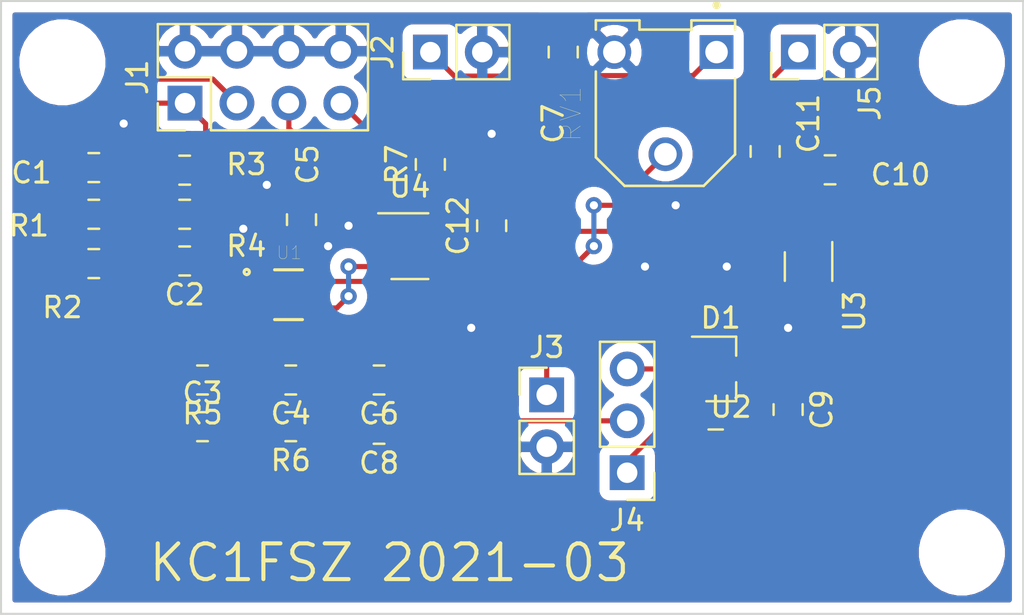
<source format=kicad_pcb>
(kicad_pcb (version 20171130) (host pcbnew "(5.1.7-0-10_14)")

  (general
    (thickness 1.6)
    (drawings 5)
    (tracks 121)
    (zones 0)
    (modules 34)
    (nets 23)
  )

  (page A4)
  (layers
    (0 F.Cu signal)
    (31 B.Cu signal)
    (32 B.Adhes user)
    (33 F.Adhes user)
    (34 B.Paste user)
    (35 F.Paste user)
    (36 B.SilkS user)
    (37 F.SilkS user)
    (38 B.Mask user)
    (39 F.Mask user)
    (40 Dwgs.User user)
    (41 Cmts.User user)
    (42 Eco1.User user)
    (43 Eco2.User user)
    (44 Edge.Cuts user)
    (45 Margin user)
    (46 B.CrtYd user)
    (47 F.CrtYd user)
    (48 B.Fab user)
    (49 F.Fab user hide)
  )

  (setup
    (last_trace_width 0.25)
    (trace_clearance 0.2)
    (zone_clearance 0.508)
    (zone_45_only no)
    (trace_min 0.2)
    (via_size 0.8)
    (via_drill 0.4)
    (via_min_size 0.4)
    (via_min_drill 0.3)
    (uvia_size 0.3)
    (uvia_drill 0.1)
    (uvias_allowed no)
    (uvia_min_size 0.2)
    (uvia_min_drill 0.1)
    (edge_width 0.05)
    (segment_width 0.2)
    (pcb_text_width 0.3)
    (pcb_text_size 1.5 1.5)
    (mod_edge_width 0.12)
    (mod_text_size 1 1)
    (mod_text_width 0.15)
    (pad_size 1.524 1.524)
    (pad_drill 0.762)
    (pad_to_mask_clearance 0)
    (aux_axis_origin 0 0)
    (visible_elements FFFFFF7F)
    (pcbplotparams
      (layerselection 0x010fc_ffffffff)
      (usegerberextensions false)
      (usegerberattributes true)
      (usegerberadvancedattributes true)
      (creategerberjobfile true)
      (excludeedgelayer true)
      (linewidth 0.100000)
      (plotframeref false)
      (viasonmask false)
      (mode 1)
      (useauxorigin false)
      (hpglpennumber 1)
      (hpglpenspeed 20)
      (hpglpendiameter 15.000000)
      (psnegative false)
      (psa4output false)
      (plotreference true)
      (plotvalue true)
      (plotinvisibletext false)
      (padsonsilk false)
      (subtractmaskfromsilk false)
      (outputformat 1)
      (mirror false)
      (drillshape 1)
      (scaleselection 1)
      (outputdirectory ""))
  )

  (net 0 "")
  (net 1 "Net-(C1-Pad1)")
  (net 2 GNDA)
  (net 3 "Net-(C2-Pad1)")
  (net 4 "Net-(C3-Pad1)")
  (net 5 "Net-(C4-Pad2)")
  (net 6 "Net-(C4-Pad1)")
  (net 7 +5VA)
  (net 8 "Net-(C6-Pad1)")
  (net 9 "Net-(C7-Pad2)")
  (net 10 "Net-(C9-Pad1)")
  (net 11 "Net-(C9-Pad2)")
  (net 12 "Net-(C11-Pad2)")
  (net 13 "Net-(D1-Pad1)")
  (net 14 "Net-(D1-Pad2)")
  (net 15 "Net-(D1-Pad3)")
  (net 16 "Net-(J3-Pad1)")
  (net 17 MIC_IN)
  (net 18 "Net-(C6-Pad2)")
  (net 19 BFO_IN)
  (net 20 IF_OUT)
  (net 21 LINE_IN)
  (net 22 AUDIO_SEL)

  (net_class Default "This is the default net class."
    (clearance 0.2)
    (trace_width 0.25)
    (via_dia 0.8)
    (via_drill 0.4)
    (uvia_dia 0.3)
    (uvia_drill 0.1)
    (add_net +5VA)
    (add_net AUDIO_SEL)
    (add_net BFO_IN)
    (add_net GNDA)
    (add_net IF_OUT)
    (add_net LINE_IN)
    (add_net MIC_IN)
    (add_net "Net-(C1-Pad1)")
    (add_net "Net-(C11-Pad2)")
    (add_net "Net-(C2-Pad1)")
    (add_net "Net-(C3-Pad1)")
    (add_net "Net-(C4-Pad1)")
    (add_net "Net-(C4-Pad2)")
    (add_net "Net-(C6-Pad1)")
    (add_net "Net-(C6-Pad2)")
    (add_net "Net-(C7-Pad2)")
    (add_net "Net-(C9-Pad1)")
    (add_net "Net-(C9-Pad2)")
    (add_net "Net-(D1-Pad1)")
    (add_net "Net-(D1-Pad2)")
    (add_net "Net-(D1-Pad3)")
    (add_net "Net-(J3-Pad1)")
  )

  (module Capacitor_SMD:C_0805_2012Metric_Pad1.15x1.40mm_HandSolder (layer F.Cu) (tedit 5B36C52B) (tstamp 60583909)
    (at 113.538 89.154 180)
    (descr "Capacitor SMD 0805 (2012 Metric), square (rectangular) end terminal, IPC_7351 nominal with elongated pad for handsoldering. (Body size source: https://docs.google.com/spreadsheets/d/1BsfQQcO9C6DZCsRaXUlFlo91Tg2WpOkGARC1WS5S8t0/edit?usp=sharing), generated with kicad-footprint-generator")
    (tags "capacitor handsolder")
    (path /6057EE42)
    (attr smd)
    (fp_text reference C1 (at 3.048 -0.254) (layer F.SilkS)
      (effects (font (size 1 1) (thickness 0.15)))
    )
    (fp_text value 0.1U (at 0 1.65) (layer F.Fab)
      (effects (font (size 1 1) (thickness 0.15)))
    )
    (fp_line (start -1 0.6) (end -1 -0.6) (layer F.Fab) (width 0.1))
    (fp_line (start -1 -0.6) (end 1 -0.6) (layer F.Fab) (width 0.1))
    (fp_line (start 1 -0.6) (end 1 0.6) (layer F.Fab) (width 0.1))
    (fp_line (start 1 0.6) (end -1 0.6) (layer F.Fab) (width 0.1))
    (fp_line (start -0.261252 -0.71) (end 0.261252 -0.71) (layer F.SilkS) (width 0.12))
    (fp_line (start -0.261252 0.71) (end 0.261252 0.71) (layer F.SilkS) (width 0.12))
    (fp_line (start -1.85 0.95) (end -1.85 -0.95) (layer F.CrtYd) (width 0.05))
    (fp_line (start -1.85 -0.95) (end 1.85 -0.95) (layer F.CrtYd) (width 0.05))
    (fp_line (start 1.85 -0.95) (end 1.85 0.95) (layer F.CrtYd) (width 0.05))
    (fp_line (start 1.85 0.95) (end -1.85 0.95) (layer F.CrtYd) (width 0.05))
    (fp_text user %R (at 0 0) (layer F.Fab)
      (effects (font (size 0.5 0.5) (thickness 0.08)))
    )
    (pad 1 smd roundrect (at -1.025 0 180) (size 1.15 1.4) (layers F.Cu F.Paste F.Mask) (roundrect_rratio 0.217391)
      (net 1 "Net-(C1-Pad1)"))
    (pad 2 smd roundrect (at 1.025 0 180) (size 1.15 1.4) (layers F.Cu F.Paste F.Mask) (roundrect_rratio 0.217391)
      (net 2 GNDA))
    (model ${KISYS3DMOD}/Capacitor_SMD.3dshapes/C_0805_2012Metric.wrl
      (at (xyz 0 0 0))
      (scale (xyz 1 1 1))
      (rotate (xyz 0 0 0))
    )
  )

  (module Capacitor_SMD:C_0805_2012Metric_Pad1.15x1.40mm_HandSolder (layer F.Cu) (tedit 5B36C52B) (tstamp 6058391A)
    (at 117.983 93.726 180)
    (descr "Capacitor SMD 0805 (2012 Metric), square (rectangular) end terminal, IPC_7351 nominal with elongated pad for handsoldering. (Body size source: https://docs.google.com/spreadsheets/d/1BsfQQcO9C6DZCsRaXUlFlo91Tg2WpOkGARC1WS5S8t0/edit?usp=sharing), generated with kicad-footprint-generator")
    (tags "capacitor handsolder")
    (path /60586B7F)
    (attr smd)
    (fp_text reference C2 (at 0 -1.65) (layer F.SilkS)
      (effects (font (size 1 1) (thickness 0.15)))
    )
    (fp_text value 0.01U (at 0 1.65) (layer F.Fab)
      (effects (font (size 1 1) (thickness 0.15)))
    )
    (fp_line (start 1.85 0.95) (end -1.85 0.95) (layer F.CrtYd) (width 0.05))
    (fp_line (start 1.85 -0.95) (end 1.85 0.95) (layer F.CrtYd) (width 0.05))
    (fp_line (start -1.85 -0.95) (end 1.85 -0.95) (layer F.CrtYd) (width 0.05))
    (fp_line (start -1.85 0.95) (end -1.85 -0.95) (layer F.CrtYd) (width 0.05))
    (fp_line (start -0.261252 0.71) (end 0.261252 0.71) (layer F.SilkS) (width 0.12))
    (fp_line (start -0.261252 -0.71) (end 0.261252 -0.71) (layer F.SilkS) (width 0.12))
    (fp_line (start 1 0.6) (end -1 0.6) (layer F.Fab) (width 0.1))
    (fp_line (start 1 -0.6) (end 1 0.6) (layer F.Fab) (width 0.1))
    (fp_line (start -1 -0.6) (end 1 -0.6) (layer F.Fab) (width 0.1))
    (fp_line (start -1 0.6) (end -1 -0.6) (layer F.Fab) (width 0.1))
    (fp_text user %R (at 0 0) (layer F.Fab)
      (effects (font (size 0.5 0.5) (thickness 0.08)))
    )
    (pad 2 smd roundrect (at 1.025 0 180) (size 1.15 1.4) (layers F.Cu F.Paste F.Mask) (roundrect_rratio 0.217391)
      (net 17 MIC_IN))
    (pad 1 smd roundrect (at -1.025 0 180) (size 1.15 1.4) (layers F.Cu F.Paste F.Mask) (roundrect_rratio 0.217391)
      (net 3 "Net-(C2-Pad1)"))
    (model ${KISYS3DMOD}/Capacitor_SMD.3dshapes/C_0805_2012Metric.wrl
      (at (xyz 0 0 0))
      (scale (xyz 1 1 1))
      (rotate (xyz 0 0 0))
    )
  )

  (module Capacitor_SMD:C_0805_2012Metric_Pad1.15x1.40mm_HandSolder (layer F.Cu) (tedit 5B36C52B) (tstamp 6058A42C)
    (at 118.856 101.838)
    (descr "Capacitor SMD 0805 (2012 Metric), square (rectangular) end terminal, IPC_7351 nominal with elongated pad for handsoldering. (Body size source: https://docs.google.com/spreadsheets/d/1BsfQQcO9C6DZCsRaXUlFlo91Tg2WpOkGARC1WS5S8t0/edit?usp=sharing), generated with kicad-footprint-generator")
    (tags "capacitor handsolder")
    (path /6058B132)
    (attr smd)
    (fp_text reference C3 (at 0 -1.65) (layer F.SilkS)
      (effects (font (size 1 1) (thickness 0.15)))
    )
    (fp_text value 1U (at 0 1.65) (layer F.Fab)
      (effects (font (size 1 1) (thickness 0.15)))
    )
    (fp_line (start -1 0.6) (end -1 -0.6) (layer F.Fab) (width 0.1))
    (fp_line (start -1 -0.6) (end 1 -0.6) (layer F.Fab) (width 0.1))
    (fp_line (start 1 -0.6) (end 1 0.6) (layer F.Fab) (width 0.1))
    (fp_line (start 1 0.6) (end -1 0.6) (layer F.Fab) (width 0.1))
    (fp_line (start -0.261252 -0.71) (end 0.261252 -0.71) (layer F.SilkS) (width 0.12))
    (fp_line (start -0.261252 0.71) (end 0.261252 0.71) (layer F.SilkS) (width 0.12))
    (fp_line (start -1.85 0.95) (end -1.85 -0.95) (layer F.CrtYd) (width 0.05))
    (fp_line (start -1.85 -0.95) (end 1.85 -0.95) (layer F.CrtYd) (width 0.05))
    (fp_line (start 1.85 -0.95) (end 1.85 0.95) (layer F.CrtYd) (width 0.05))
    (fp_line (start 1.85 0.95) (end -1.85 0.95) (layer F.CrtYd) (width 0.05))
    (fp_text user %R (at 0 0) (layer F.Fab)
      (effects (font (size 0.5 0.5) (thickness 0.08)))
    )
    (pad 1 smd roundrect (at -1.025 0) (size 1.15 1.4) (layers F.Cu F.Paste F.Mask) (roundrect_rratio 0.217391)
      (net 4 "Net-(C3-Pad1)"))
    (pad 2 smd roundrect (at 1.025 0) (size 1.15 1.4) (layers F.Cu F.Paste F.Mask) (roundrect_rratio 0.217391)
      (net 2 GNDA))
    (model ${KISYS3DMOD}/Capacitor_SMD.3dshapes/C_0805_2012Metric.wrl
      (at (xyz 0 0 0))
      (scale (xyz 1 1 1))
      (rotate (xyz 0 0 0))
    )
  )

  (module Capacitor_SMD:C_0805_2012Metric_Pad1.15x1.40mm_HandSolder (layer F.Cu) (tedit 5B36C52B) (tstamp 6058393C)
    (at 123.174 99.552 180)
    (descr "Capacitor SMD 0805 (2012 Metric), square (rectangular) end terminal, IPC_7351 nominal with elongated pad for handsoldering. (Body size source: https://docs.google.com/spreadsheets/d/1BsfQQcO9C6DZCsRaXUlFlo91Tg2WpOkGARC1WS5S8t0/edit?usp=sharing), generated with kicad-footprint-generator")
    (tags "capacitor handsolder")
    (path /6058E2E9)
    (attr smd)
    (fp_text reference C4 (at 0 -1.65) (layer F.SilkS)
      (effects (font (size 1 1) (thickness 0.15)))
    )
    (fp_text value 100P (at 0 1.65) (layer F.Fab)
      (effects (font (size 1 1) (thickness 0.15)))
    )
    (fp_line (start 1.85 0.95) (end -1.85 0.95) (layer F.CrtYd) (width 0.05))
    (fp_line (start 1.85 -0.95) (end 1.85 0.95) (layer F.CrtYd) (width 0.05))
    (fp_line (start -1.85 -0.95) (end 1.85 -0.95) (layer F.CrtYd) (width 0.05))
    (fp_line (start -1.85 0.95) (end -1.85 -0.95) (layer F.CrtYd) (width 0.05))
    (fp_line (start -0.261252 0.71) (end 0.261252 0.71) (layer F.SilkS) (width 0.12))
    (fp_line (start -0.261252 -0.71) (end 0.261252 -0.71) (layer F.SilkS) (width 0.12))
    (fp_line (start 1 0.6) (end -1 0.6) (layer F.Fab) (width 0.1))
    (fp_line (start 1 -0.6) (end 1 0.6) (layer F.Fab) (width 0.1))
    (fp_line (start -1 -0.6) (end 1 -0.6) (layer F.Fab) (width 0.1))
    (fp_line (start -1 0.6) (end -1 -0.6) (layer F.Fab) (width 0.1))
    (fp_text user %R (at 0 0) (layer F.Fab)
      (effects (font (size 0.5 0.5) (thickness 0.08)))
    )
    (pad 2 smd roundrect (at 1.025 0 180) (size 1.15 1.4) (layers F.Cu F.Paste F.Mask) (roundrect_rratio 0.217391)
      (net 5 "Net-(C4-Pad2)"))
    (pad 1 smd roundrect (at -1.025 0 180) (size 1.15 1.4) (layers F.Cu F.Paste F.Mask) (roundrect_rratio 0.217391)
      (net 6 "Net-(C4-Pad1)"))
    (model ${KISYS3DMOD}/Capacitor_SMD.3dshapes/C_0805_2012Metric.wrl
      (at (xyz 0 0 0))
      (scale (xyz 1 1 1))
      (rotate (xyz 0 0 0))
    )
  )

  (module Capacitor_SMD:C_0805_2012Metric_Pad1.15x1.40mm_HandSolder (layer F.Cu) (tedit 5B36C52B) (tstamp 6058394D)
    (at 123.698 91.703 90)
    (descr "Capacitor SMD 0805 (2012 Metric), square (rectangular) end terminal, IPC_7351 nominal with elongated pad for handsoldering. (Body size source: https://docs.google.com/spreadsheets/d/1BsfQQcO9C6DZCsRaXUlFlo91Tg2WpOkGARC1WS5S8t0/edit?usp=sharing), generated with kicad-footprint-generator")
    (tags "capacitor handsolder")
    (path /605901A7)
    (attr smd)
    (fp_text reference C5 (at 2.703 0.302 90) (layer F.SilkS)
      (effects (font (size 1 1) (thickness 0.15)))
    )
    (fp_text value 0.1U (at 0 1.65 90) (layer F.Fab)
      (effects (font (size 1 1) (thickness 0.15)))
    )
    (fp_line (start -1 0.6) (end -1 -0.6) (layer F.Fab) (width 0.1))
    (fp_line (start -1 -0.6) (end 1 -0.6) (layer F.Fab) (width 0.1))
    (fp_line (start 1 -0.6) (end 1 0.6) (layer F.Fab) (width 0.1))
    (fp_line (start 1 0.6) (end -1 0.6) (layer F.Fab) (width 0.1))
    (fp_line (start -0.261252 -0.71) (end 0.261252 -0.71) (layer F.SilkS) (width 0.12))
    (fp_line (start -0.261252 0.71) (end 0.261252 0.71) (layer F.SilkS) (width 0.12))
    (fp_line (start -1.85 0.95) (end -1.85 -0.95) (layer F.CrtYd) (width 0.05))
    (fp_line (start -1.85 -0.95) (end 1.85 -0.95) (layer F.CrtYd) (width 0.05))
    (fp_line (start 1.85 -0.95) (end 1.85 0.95) (layer F.CrtYd) (width 0.05))
    (fp_line (start 1.85 0.95) (end -1.85 0.95) (layer F.CrtYd) (width 0.05))
    (fp_text user %R (at 0 0 90) (layer F.Fab)
      (effects (font (size 0.5 0.5) (thickness 0.08)))
    )
    (pad 1 smd roundrect (at -1.025 0 90) (size 1.15 1.4) (layers F.Cu F.Paste F.Mask) (roundrect_rratio 0.217391)
      (net 7 +5VA))
    (pad 2 smd roundrect (at 1.025 0 90) (size 1.15 1.4) (layers F.Cu F.Paste F.Mask) (roundrect_rratio 0.217391)
      (net 2 GNDA))
    (model ${KISYS3DMOD}/Capacitor_SMD.3dshapes/C_0805_2012Metric.wrl
      (at (xyz 0 0 0))
      (scale (xyz 1 1 1))
      (rotate (xyz 0 0 0))
    )
  )

  (module Capacitor_SMD:C_0805_2012Metric_Pad1.15x1.40mm_HandSolder (layer F.Cu) (tedit 5B36C52B) (tstamp 6058395E)
    (at 127.492 99.552 180)
    (descr "Capacitor SMD 0805 (2012 Metric), square (rectangular) end terminal, IPC_7351 nominal with elongated pad for handsoldering. (Body size source: https://docs.google.com/spreadsheets/d/1BsfQQcO9C6DZCsRaXUlFlo91Tg2WpOkGARC1WS5S8t0/edit?usp=sharing), generated with kicad-footprint-generator")
    (tags "capacitor handsolder")
    (path /60594E2B)
    (attr smd)
    (fp_text reference C6 (at 0 -1.65) (layer F.SilkS)
      (effects (font (size 1 1) (thickness 0.15)))
    )
    (fp_text value C (at 0 1.65) (layer F.Fab)
      (effects (font (size 1 1) (thickness 0.15)))
    )
    (fp_line (start 1.85 0.95) (end -1.85 0.95) (layer F.CrtYd) (width 0.05))
    (fp_line (start 1.85 -0.95) (end 1.85 0.95) (layer F.CrtYd) (width 0.05))
    (fp_line (start -1.85 -0.95) (end 1.85 -0.95) (layer F.CrtYd) (width 0.05))
    (fp_line (start -1.85 0.95) (end -1.85 -0.95) (layer F.CrtYd) (width 0.05))
    (fp_line (start -0.261252 0.71) (end 0.261252 0.71) (layer F.SilkS) (width 0.12))
    (fp_line (start -0.261252 -0.71) (end 0.261252 -0.71) (layer F.SilkS) (width 0.12))
    (fp_line (start 1 0.6) (end -1 0.6) (layer F.Fab) (width 0.1))
    (fp_line (start 1 -0.6) (end 1 0.6) (layer F.Fab) (width 0.1))
    (fp_line (start -1 -0.6) (end 1 -0.6) (layer F.Fab) (width 0.1))
    (fp_line (start -1 0.6) (end -1 -0.6) (layer F.Fab) (width 0.1))
    (fp_text user %R (at 0 0) (layer F.Fab)
      (effects (font (size 0.5 0.5) (thickness 0.08)))
    )
    (pad 2 smd roundrect (at 1.025 0 180) (size 1.15 1.4) (layers F.Cu F.Paste F.Mask) (roundrect_rratio 0.217391)
      (net 18 "Net-(C6-Pad2)"))
    (pad 1 smd roundrect (at -1.025 0 180) (size 1.15 1.4) (layers F.Cu F.Paste F.Mask) (roundrect_rratio 0.217391)
      (net 8 "Net-(C6-Pad1)"))
    (model ${KISYS3DMOD}/Capacitor_SMD.3dshapes/C_0805_2012Metric.wrl
      (at (xyz 0 0 0))
      (scale (xyz 1 1 1))
      (rotate (xyz 0 0 0))
    )
  )

  (module Capacitor_SMD:C_0805_2012Metric_Pad1.15x1.40mm_HandSolder (layer F.Cu) (tedit 5B36C52B) (tstamp 6058396F)
    (at 136.5 83.5 270)
    (descr "Capacitor SMD 0805 (2012 Metric), square (rectangular) end terminal, IPC_7351 nominal with elongated pad for handsoldering. (Body size source: https://docs.google.com/spreadsheets/d/1BsfQQcO9C6DZCsRaXUlFlo91Tg2WpOkGARC1WS5S8t0/edit?usp=sharing), generated with kicad-footprint-generator")
    (tags "capacitor handsolder")
    (path /6059DD58)
    (attr smd)
    (fp_text reference C7 (at 3.5 0.5 90) (layer F.SilkS)
      (effects (font (size 1 1) (thickness 0.15)))
    )
    (fp_text value C (at 0 1.65 90) (layer F.Fab)
      (effects (font (size 1 1) (thickness 0.15)))
    )
    (fp_line (start -1 0.6) (end -1 -0.6) (layer F.Fab) (width 0.1))
    (fp_line (start -1 -0.6) (end 1 -0.6) (layer F.Fab) (width 0.1))
    (fp_line (start 1 -0.6) (end 1 0.6) (layer F.Fab) (width 0.1))
    (fp_line (start 1 0.6) (end -1 0.6) (layer F.Fab) (width 0.1))
    (fp_line (start -0.261252 -0.71) (end 0.261252 -0.71) (layer F.SilkS) (width 0.12))
    (fp_line (start -0.261252 0.71) (end 0.261252 0.71) (layer F.SilkS) (width 0.12))
    (fp_line (start -1.85 0.95) (end -1.85 -0.95) (layer F.CrtYd) (width 0.05))
    (fp_line (start -1.85 -0.95) (end 1.85 -0.95) (layer F.CrtYd) (width 0.05))
    (fp_line (start 1.85 -0.95) (end 1.85 0.95) (layer F.CrtYd) (width 0.05))
    (fp_line (start 1.85 0.95) (end -1.85 0.95) (layer F.CrtYd) (width 0.05))
    (fp_text user %R (at 0 0 90) (layer F.Fab)
      (effects (font (size 0.5 0.5) (thickness 0.08)))
    )
    (pad 1 smd roundrect (at -1.025 0 270) (size 1.15 1.4) (layers F.Cu F.Paste F.Mask) (roundrect_rratio 0.217391)
      (net 19 BFO_IN))
    (pad 2 smd roundrect (at 1.025 0 270) (size 1.15 1.4) (layers F.Cu F.Paste F.Mask) (roundrect_rratio 0.217391)
      (net 9 "Net-(C7-Pad2)"))
    (model ${KISYS3DMOD}/Capacitor_SMD.3dshapes/C_0805_2012Metric.wrl
      (at (xyz 0 0 0))
      (scale (xyz 1 1 1))
      (rotate (xyz 0 0 0))
    )
  )

  (module Capacitor_SMD:C_0805_2012Metric_Pad1.15x1.40mm_HandSolder (layer F.Cu) (tedit 5B36C52B) (tstamp 60583980)
    (at 127.492 101.965 180)
    (descr "Capacitor SMD 0805 (2012 Metric), square (rectangular) end terminal, IPC_7351 nominal with elongated pad for handsoldering. (Body size source: https://docs.google.com/spreadsheets/d/1BsfQQcO9C6DZCsRaXUlFlo91Tg2WpOkGARC1WS5S8t0/edit?usp=sharing), generated with kicad-footprint-generator")
    (tags "capacitor handsolder")
    (path /605A9DBA)
    (attr smd)
    (fp_text reference C8 (at 0 -1.65) (layer F.SilkS)
      (effects (font (size 1 1) (thickness 0.15)))
    )
    (fp_text value 0.1U (at 0 1.65) (layer F.Fab)
      (effects (font (size 1 1) (thickness 0.15)))
    )
    (fp_line (start 1.85 0.95) (end -1.85 0.95) (layer F.CrtYd) (width 0.05))
    (fp_line (start 1.85 -0.95) (end 1.85 0.95) (layer F.CrtYd) (width 0.05))
    (fp_line (start -1.85 -0.95) (end 1.85 -0.95) (layer F.CrtYd) (width 0.05))
    (fp_line (start -1.85 0.95) (end -1.85 -0.95) (layer F.CrtYd) (width 0.05))
    (fp_line (start -0.261252 0.71) (end 0.261252 0.71) (layer F.SilkS) (width 0.12))
    (fp_line (start -0.261252 -0.71) (end 0.261252 -0.71) (layer F.SilkS) (width 0.12))
    (fp_line (start 1 0.6) (end -1 0.6) (layer F.Fab) (width 0.1))
    (fp_line (start 1 -0.6) (end 1 0.6) (layer F.Fab) (width 0.1))
    (fp_line (start -1 -0.6) (end 1 -0.6) (layer F.Fab) (width 0.1))
    (fp_line (start -1 0.6) (end -1 -0.6) (layer F.Fab) (width 0.1))
    (fp_text user %R (at 0 0) (layer F.Fab)
      (effects (font (size 0.5 0.5) (thickness 0.08)))
    )
    (pad 2 smd roundrect (at 1.025 0 180) (size 1.15 1.4) (layers F.Cu F.Paste F.Mask) (roundrect_rratio 0.217391)
      (net 2 GNDA))
    (pad 1 smd roundrect (at -1.025 0 180) (size 1.15 1.4) (layers F.Cu F.Paste F.Mask) (roundrect_rratio 0.217391)
      (net 8 "Net-(C6-Pad1)"))
    (model ${KISYS3DMOD}/Capacitor_SMD.3dshapes/C_0805_2012Metric.wrl
      (at (xyz 0 0 0))
      (scale (xyz 1 1 1))
      (rotate (xyz 0 0 0))
    )
  )

  (module Capacitor_SMD:C_0805_2012Metric_Pad1.15x1.40mm_HandSolder (layer F.Cu) (tedit 5B36C52B) (tstamp 60583991)
    (at 147.5 101 270)
    (descr "Capacitor SMD 0805 (2012 Metric), square (rectangular) end terminal, IPC_7351 nominal with elongated pad for handsoldering. (Body size source: https://docs.google.com/spreadsheets/d/1BsfQQcO9C6DZCsRaXUlFlo91Tg2WpOkGARC1WS5S8t0/edit?usp=sharing), generated with kicad-footprint-generator")
    (tags "capacitor handsolder")
    (path /605B67F6)
    (attr smd)
    (fp_text reference C9 (at 0 -1.65 90) (layer F.SilkS)
      (effects (font (size 1 1) (thickness 0.15)))
    )
    (fp_text value 0.1U (at 0 1.65 90) (layer F.Fab)
      (effects (font (size 1 1) (thickness 0.15)))
    )
    (fp_line (start -1 0.6) (end -1 -0.6) (layer F.Fab) (width 0.1))
    (fp_line (start -1 -0.6) (end 1 -0.6) (layer F.Fab) (width 0.1))
    (fp_line (start 1 -0.6) (end 1 0.6) (layer F.Fab) (width 0.1))
    (fp_line (start 1 0.6) (end -1 0.6) (layer F.Fab) (width 0.1))
    (fp_line (start -0.261252 -0.71) (end 0.261252 -0.71) (layer F.SilkS) (width 0.12))
    (fp_line (start -0.261252 0.71) (end 0.261252 0.71) (layer F.SilkS) (width 0.12))
    (fp_line (start -1.85 0.95) (end -1.85 -0.95) (layer F.CrtYd) (width 0.05))
    (fp_line (start -1.85 -0.95) (end 1.85 -0.95) (layer F.CrtYd) (width 0.05))
    (fp_line (start 1.85 -0.95) (end 1.85 0.95) (layer F.CrtYd) (width 0.05))
    (fp_line (start 1.85 0.95) (end -1.85 0.95) (layer F.CrtYd) (width 0.05))
    (fp_text user %R (at 0 0 90) (layer F.Fab)
      (effects (font (size 0.5 0.5) (thickness 0.08)))
    )
    (pad 1 smd roundrect (at -1.025 0 270) (size 1.15 1.4) (layers F.Cu F.Paste F.Mask) (roundrect_rratio 0.217391)
      (net 10 "Net-(C9-Pad1)"))
    (pad 2 smd roundrect (at 1.025 0 270) (size 1.15 1.4) (layers F.Cu F.Paste F.Mask) (roundrect_rratio 0.217391)
      (net 11 "Net-(C9-Pad2)"))
    (model ${KISYS3DMOD}/Capacitor_SMD.3dshapes/C_0805_2012Metric.wrl
      (at (xyz 0 0 0))
      (scale (xyz 1 1 1))
      (rotate (xyz 0 0 0))
    )
  )

  (module Capacitor_SMD:C_0805_2012Metric_Pad1.15x1.40mm_HandSolder (layer F.Cu) (tedit 5B36C52B) (tstamp 605839A2)
    (at 149.552 89.263 180)
    (descr "Capacitor SMD 0805 (2012 Metric), square (rectangular) end terminal, IPC_7351 nominal with elongated pad for handsoldering. (Body size source: https://docs.google.com/spreadsheets/d/1BsfQQcO9C6DZCsRaXUlFlo91Tg2WpOkGARC1WS5S8t0/edit?usp=sharing), generated with kicad-footprint-generator")
    (tags "capacitor handsolder")
    (path /605B9B8A)
    (attr smd)
    (fp_text reference C10 (at -3.448 -0.237) (layer F.SilkS)
      (effects (font (size 1 1) (thickness 0.15)))
    )
    (fp_text value 0.1U (at 0 1.65) (layer F.Fab)
      (effects (font (size 1 1) (thickness 0.15)))
    )
    (fp_line (start 1.85 0.95) (end -1.85 0.95) (layer F.CrtYd) (width 0.05))
    (fp_line (start 1.85 -0.95) (end 1.85 0.95) (layer F.CrtYd) (width 0.05))
    (fp_line (start -1.85 -0.95) (end 1.85 -0.95) (layer F.CrtYd) (width 0.05))
    (fp_line (start -1.85 0.95) (end -1.85 -0.95) (layer F.CrtYd) (width 0.05))
    (fp_line (start -0.261252 0.71) (end 0.261252 0.71) (layer F.SilkS) (width 0.12))
    (fp_line (start -0.261252 -0.71) (end 0.261252 -0.71) (layer F.SilkS) (width 0.12))
    (fp_line (start 1 0.6) (end -1 0.6) (layer F.Fab) (width 0.1))
    (fp_line (start 1 -0.6) (end 1 0.6) (layer F.Fab) (width 0.1))
    (fp_line (start -1 -0.6) (end 1 -0.6) (layer F.Fab) (width 0.1))
    (fp_line (start -1 0.6) (end -1 -0.6) (layer F.Fab) (width 0.1))
    (fp_text user %R (at 0 0) (layer F.Fab)
      (effects (font (size 0.5 0.5) (thickness 0.08)))
    )
    (pad 2 smd roundrect (at 1.025 0 180) (size 1.15 1.4) (layers F.Cu F.Paste F.Mask) (roundrect_rratio 0.217391)
      (net 2 GNDA))
    (pad 1 smd roundrect (at -1.025 0 180) (size 1.15 1.4) (layers F.Cu F.Paste F.Mask) (roundrect_rratio 0.217391)
      (net 7 +5VA))
    (model ${KISYS3DMOD}/Capacitor_SMD.3dshapes/C_0805_2012Metric.wrl
      (at (xyz 0 0 0))
      (scale (xyz 1 1 1))
      (rotate (xyz 0 0 0))
    )
  )

  (module Capacitor_SMD:C_0805_2012Metric_Pad1.15x1.40mm_HandSolder (layer F.Cu) (tedit 5B36C52B) (tstamp 605839B3)
    (at 146.377 88.365 270)
    (descr "Capacitor SMD 0805 (2012 Metric), square (rectangular) end terminal, IPC_7351 nominal with elongated pad for handsoldering. (Body size source: https://docs.google.com/spreadsheets/d/1BsfQQcO9C6DZCsRaXUlFlo91Tg2WpOkGARC1WS5S8t0/edit?usp=sharing), generated with kicad-footprint-generator")
    (tags "capacitor handsolder")
    (path /605BC717)
    (attr smd)
    (fp_text reference C11 (at -1.365 -2.123 90) (layer F.SilkS)
      (effects (font (size 1 1) (thickness 0.15)))
    )
    (fp_text value C (at 0 1.65 90) (layer F.Fab)
      (effects (font (size 1 1) (thickness 0.15)))
    )
    (fp_line (start -1 0.6) (end -1 -0.6) (layer F.Fab) (width 0.1))
    (fp_line (start -1 -0.6) (end 1 -0.6) (layer F.Fab) (width 0.1))
    (fp_line (start 1 -0.6) (end 1 0.6) (layer F.Fab) (width 0.1))
    (fp_line (start 1 0.6) (end -1 0.6) (layer F.Fab) (width 0.1))
    (fp_line (start -0.261252 -0.71) (end 0.261252 -0.71) (layer F.SilkS) (width 0.12))
    (fp_line (start -0.261252 0.71) (end 0.261252 0.71) (layer F.SilkS) (width 0.12))
    (fp_line (start -1.85 0.95) (end -1.85 -0.95) (layer F.CrtYd) (width 0.05))
    (fp_line (start -1.85 -0.95) (end 1.85 -0.95) (layer F.CrtYd) (width 0.05))
    (fp_line (start 1.85 -0.95) (end 1.85 0.95) (layer F.CrtYd) (width 0.05))
    (fp_line (start 1.85 0.95) (end -1.85 0.95) (layer F.CrtYd) (width 0.05))
    (fp_text user %R (at 0 0 90) (layer F.Fab)
      (effects (font (size 0.5 0.5) (thickness 0.08)))
    )
    (pad 1 smd roundrect (at -1.025 0 270) (size 1.15 1.4) (layers F.Cu F.Paste F.Mask) (roundrect_rratio 0.217391)
      (net 20 IF_OUT))
    (pad 2 smd roundrect (at 1.025 0 270) (size 1.15 1.4) (layers F.Cu F.Paste F.Mask) (roundrect_rratio 0.217391)
      (net 12 "Net-(C11-Pad2)"))
    (model ${KISYS3DMOD}/Capacitor_SMD.3dshapes/C_0805_2012Metric.wrl
      (at (xyz 0 0 0))
      (scale (xyz 1 1 1))
      (rotate (xyz 0 0 0))
    )
  )

  (module Package_TO_SOT_SMD:SOT-23 (layer F.Cu) (tedit 5A02FF57) (tstamp 605839C8)
    (at 144.2 99.012)
    (descr "SOT-23, Standard")
    (tags SOT-23)
    (path /605AB062)
    (attr smd)
    (fp_text reference D1 (at 0 -2.5) (layer F.SilkS)
      (effects (font (size 1 1) (thickness 0.15)))
    )
    (fp_text value BAT54S (at 0 2.5) (layer F.Fab)
      (effects (font (size 1 1) (thickness 0.15)))
    )
    (fp_line (start -0.7 -0.95) (end -0.7 1.5) (layer F.Fab) (width 0.1))
    (fp_line (start -0.15 -1.52) (end 0.7 -1.52) (layer F.Fab) (width 0.1))
    (fp_line (start -0.7 -0.95) (end -0.15 -1.52) (layer F.Fab) (width 0.1))
    (fp_line (start 0.7 -1.52) (end 0.7 1.52) (layer F.Fab) (width 0.1))
    (fp_line (start -0.7 1.52) (end 0.7 1.52) (layer F.Fab) (width 0.1))
    (fp_line (start 0.76 1.58) (end 0.76 0.65) (layer F.SilkS) (width 0.12))
    (fp_line (start 0.76 -1.58) (end 0.76 -0.65) (layer F.SilkS) (width 0.12))
    (fp_line (start -1.7 -1.75) (end 1.7 -1.75) (layer F.CrtYd) (width 0.05))
    (fp_line (start 1.7 -1.75) (end 1.7 1.75) (layer F.CrtYd) (width 0.05))
    (fp_line (start 1.7 1.75) (end -1.7 1.75) (layer F.CrtYd) (width 0.05))
    (fp_line (start -1.7 1.75) (end -1.7 -1.75) (layer F.CrtYd) (width 0.05))
    (fp_line (start 0.76 -1.58) (end -1.4 -1.58) (layer F.SilkS) (width 0.12))
    (fp_line (start 0.76 1.58) (end -0.7 1.58) (layer F.SilkS) (width 0.12))
    (fp_text user %R (at 0 0 90) (layer F.Fab)
      (effects (font (size 0.5 0.5) (thickness 0.075)))
    )
    (pad 1 smd rect (at -1 -0.95) (size 0.9 0.8) (layers F.Cu F.Paste F.Mask)
      (net 13 "Net-(D1-Pad1)"))
    (pad 2 smd rect (at -1 0.95) (size 0.9 0.8) (layers F.Cu F.Paste F.Mask)
      (net 14 "Net-(D1-Pad2)"))
    (pad 3 smd rect (at 1 0) (size 0.9 0.8) (layers F.Cu F.Paste F.Mask)
      (net 15 "Net-(D1-Pad3)"))
    (model ${KISYS3DMOD}/Package_TO_SOT_SMD.3dshapes/SOT-23.wrl
      (at (xyz 0 0 0))
      (scale (xyz 1 1 1))
      (rotate (xyz 0 0 0))
    )
  )

  (module Connector_PinHeader_2.54mm:PinHeader_1x02_P2.54mm_Vertical (layer F.Cu) (tedit 59FED5CC) (tstamp 60583A0A)
    (at 135.691 100.282)
    (descr "Through hole straight pin header, 1x02, 2.54mm pitch, single row")
    (tags "Through hole pin header THT 1x02 2.54mm single row")
    (path /605A603D)
    (fp_text reference J3 (at 0 -2.33) (layer F.SilkS)
      (effects (font (size 1 1) (thickness 0.15)))
    )
    (fp_text value Conn_01x02 (at 0 4.87) (layer F.Fab)
      (effects (font (size 1 1) (thickness 0.15)))
    )
    (fp_line (start 1.8 -1.8) (end -1.8 -1.8) (layer F.CrtYd) (width 0.05))
    (fp_line (start 1.8 4.35) (end 1.8 -1.8) (layer F.CrtYd) (width 0.05))
    (fp_line (start -1.8 4.35) (end 1.8 4.35) (layer F.CrtYd) (width 0.05))
    (fp_line (start -1.8 -1.8) (end -1.8 4.35) (layer F.CrtYd) (width 0.05))
    (fp_line (start -1.33 -1.33) (end 0 -1.33) (layer F.SilkS) (width 0.12))
    (fp_line (start -1.33 0) (end -1.33 -1.33) (layer F.SilkS) (width 0.12))
    (fp_line (start -1.33 1.27) (end 1.33 1.27) (layer F.SilkS) (width 0.12))
    (fp_line (start 1.33 1.27) (end 1.33 3.87) (layer F.SilkS) (width 0.12))
    (fp_line (start -1.33 1.27) (end -1.33 3.87) (layer F.SilkS) (width 0.12))
    (fp_line (start -1.33 3.87) (end 1.33 3.87) (layer F.SilkS) (width 0.12))
    (fp_line (start -1.27 -0.635) (end -0.635 -1.27) (layer F.Fab) (width 0.1))
    (fp_line (start -1.27 3.81) (end -1.27 -0.635) (layer F.Fab) (width 0.1))
    (fp_line (start 1.27 3.81) (end -1.27 3.81) (layer F.Fab) (width 0.1))
    (fp_line (start 1.27 -1.27) (end 1.27 3.81) (layer F.Fab) (width 0.1))
    (fp_line (start -0.635 -1.27) (end 1.27 -1.27) (layer F.Fab) (width 0.1))
    (fp_text user %R (at 0 1.27 90) (layer F.Fab)
      (effects (font (size 1 1) (thickness 0.15)))
    )
    (pad 2 thru_hole oval (at 0 2.54) (size 1.7 1.7) (drill 1) (layers *.Cu *.Mask)
      (net 2 GNDA))
    (pad 1 thru_hole rect (at 0 0) (size 1.7 1.7) (drill 1) (layers *.Cu *.Mask)
      (net 16 "Net-(J3-Pad1)"))
    (model ${KISYS3DMOD}/Connector_PinHeader_2.54mm.3dshapes/PinHeader_1x02_P2.54mm_Vertical.wrl
      (at (xyz 0 0 0))
      (scale (xyz 1 1 1))
      (rotate (xyz 0 0 0))
    )
  )

  (module Connector_PinHeader_2.54mm:PinHeader_1x03_P2.54mm_Vertical (layer F.Cu) (tedit 59FED5CC) (tstamp 60583A21)
    (at 139.628 104.092 180)
    (descr "Through hole straight pin header, 1x03, 2.54mm pitch, single row")
    (tags "Through hole pin header THT 1x03 2.54mm single row")
    (path /605A7EEC)
    (fp_text reference J4 (at 0 -2.33) (layer F.SilkS)
      (effects (font (size 1 1) (thickness 0.15)))
    )
    (fp_text value Conn_01x03 (at 0 7.41) (layer F.Fab)
      (effects (font (size 1 1) (thickness 0.15)))
    )
    (fp_line (start -0.635 -1.27) (end 1.27 -1.27) (layer F.Fab) (width 0.1))
    (fp_line (start 1.27 -1.27) (end 1.27 6.35) (layer F.Fab) (width 0.1))
    (fp_line (start 1.27 6.35) (end -1.27 6.35) (layer F.Fab) (width 0.1))
    (fp_line (start -1.27 6.35) (end -1.27 -0.635) (layer F.Fab) (width 0.1))
    (fp_line (start -1.27 -0.635) (end -0.635 -1.27) (layer F.Fab) (width 0.1))
    (fp_line (start -1.33 6.41) (end 1.33 6.41) (layer F.SilkS) (width 0.12))
    (fp_line (start -1.33 1.27) (end -1.33 6.41) (layer F.SilkS) (width 0.12))
    (fp_line (start 1.33 1.27) (end 1.33 6.41) (layer F.SilkS) (width 0.12))
    (fp_line (start -1.33 1.27) (end 1.33 1.27) (layer F.SilkS) (width 0.12))
    (fp_line (start -1.33 0) (end -1.33 -1.33) (layer F.SilkS) (width 0.12))
    (fp_line (start -1.33 -1.33) (end 0 -1.33) (layer F.SilkS) (width 0.12))
    (fp_line (start -1.8 -1.8) (end -1.8 6.85) (layer F.CrtYd) (width 0.05))
    (fp_line (start -1.8 6.85) (end 1.8 6.85) (layer F.CrtYd) (width 0.05))
    (fp_line (start 1.8 6.85) (end 1.8 -1.8) (layer F.CrtYd) (width 0.05))
    (fp_line (start 1.8 -1.8) (end -1.8 -1.8) (layer F.CrtYd) (width 0.05))
    (fp_text user %R (at 0 2.54 90) (layer F.Fab)
      (effects (font (size 1 1) (thickness 0.15)))
    )
    (pad 1 thru_hole rect (at 0 0 180) (size 1.7 1.7) (drill 1) (layers *.Cu *.Mask)
      (net 14 "Net-(D1-Pad2)"))
    (pad 2 thru_hole oval (at 0 2.54 180) (size 1.7 1.7) (drill 1) (layers *.Cu *.Mask)
      (net 8 "Net-(C6-Pad1)"))
    (pad 3 thru_hole oval (at 0 5.08 180) (size 1.7 1.7) (drill 1) (layers *.Cu *.Mask)
      (net 13 "Net-(D1-Pad1)"))
    (model ${KISYS3DMOD}/Connector_PinHeader_2.54mm.3dshapes/PinHeader_1x03_P2.54mm_Vertical.wrl
      (at (xyz 0 0 0))
      (scale (xyz 1 1 1))
      (rotate (xyz 0 0 0))
    )
  )

  (module Resistor_SMD:R_0805_2012Metric_Pad1.15x1.40mm_HandSolder (layer F.Cu) (tedit 5B36C52B) (tstamp 60583A5E)
    (at 113.538 91.44)
    (descr "Resistor SMD 0805 (2012 Metric), square (rectangular) end terminal, IPC_7351 nominal with elongated pad for handsoldering. (Body size source: https://docs.google.com/spreadsheets/d/1BsfQQcO9C6DZCsRaXUlFlo91Tg2WpOkGARC1WS5S8t0/edit?usp=sharing), generated with kicad-footprint-generator")
    (tags "resistor handsolder")
    (path /6057E6D5)
    (attr smd)
    (fp_text reference R1 (at -3.175 0.56) (layer F.SilkS)
      (effects (font (size 1 1) (thickness 0.15)))
    )
    (fp_text value 2K (at 0 1.65) (layer F.Fab)
      (effects (font (size 1 1) (thickness 0.15)))
    )
    (fp_line (start 1.85 0.95) (end -1.85 0.95) (layer F.CrtYd) (width 0.05))
    (fp_line (start 1.85 -0.95) (end 1.85 0.95) (layer F.CrtYd) (width 0.05))
    (fp_line (start -1.85 -0.95) (end 1.85 -0.95) (layer F.CrtYd) (width 0.05))
    (fp_line (start -1.85 0.95) (end -1.85 -0.95) (layer F.CrtYd) (width 0.05))
    (fp_line (start -0.261252 0.71) (end 0.261252 0.71) (layer F.SilkS) (width 0.12))
    (fp_line (start -0.261252 -0.71) (end 0.261252 -0.71) (layer F.SilkS) (width 0.12))
    (fp_line (start 1 0.6) (end -1 0.6) (layer F.Fab) (width 0.1))
    (fp_line (start 1 -0.6) (end 1 0.6) (layer F.Fab) (width 0.1))
    (fp_line (start -1 -0.6) (end 1 -0.6) (layer F.Fab) (width 0.1))
    (fp_line (start -1 0.6) (end -1 -0.6) (layer F.Fab) (width 0.1))
    (fp_text user %R (at 0 0) (layer F.Fab)
      (effects (font (size 0.5 0.5) (thickness 0.08)))
    )
    (pad 2 smd roundrect (at 1.025 0) (size 1.15 1.4) (layers F.Cu F.Paste F.Mask) (roundrect_rratio 0.217391)
      (net 1 "Net-(C1-Pad1)"))
    (pad 1 smd roundrect (at -1.025 0) (size 1.15 1.4) (layers F.Cu F.Paste F.Mask) (roundrect_rratio 0.217391)
      (net 7 +5VA))
    (model ${KISYS3DMOD}/Resistor_SMD.3dshapes/R_0805_2012Metric.wrl
      (at (xyz 0 0 0))
      (scale (xyz 1 1 1))
      (rotate (xyz 0 0 0))
    )
  )

  (module Resistor_SMD:R_0805_2012Metric_Pad1.15x1.40mm_HandSolder (layer F.Cu) (tedit 5B36C52B) (tstamp 60583A6F)
    (at 113.538 93.853 180)
    (descr "Resistor SMD 0805 (2012 Metric), square (rectangular) end terminal, IPC_7351 nominal with elongated pad for handsoldering. (Body size source: https://docs.google.com/spreadsheets/d/1BsfQQcO9C6DZCsRaXUlFlo91Tg2WpOkGARC1WS5S8t0/edit?usp=sharing), generated with kicad-footprint-generator")
    (tags "resistor handsolder")
    (path /6057E119)
    (attr smd)
    (fp_text reference R2 (at 1.538 -2.147) (layer F.SilkS)
      (effects (font (size 1 1) (thickness 0.15)))
    )
    (fp_text value 2K (at 0 1.65) (layer F.Fab)
      (effects (font (size 1 1) (thickness 0.15)))
    )
    (fp_line (start -1 0.6) (end -1 -0.6) (layer F.Fab) (width 0.1))
    (fp_line (start -1 -0.6) (end 1 -0.6) (layer F.Fab) (width 0.1))
    (fp_line (start 1 -0.6) (end 1 0.6) (layer F.Fab) (width 0.1))
    (fp_line (start 1 0.6) (end -1 0.6) (layer F.Fab) (width 0.1))
    (fp_line (start -0.261252 -0.71) (end 0.261252 -0.71) (layer F.SilkS) (width 0.12))
    (fp_line (start -0.261252 0.71) (end 0.261252 0.71) (layer F.SilkS) (width 0.12))
    (fp_line (start -1.85 0.95) (end -1.85 -0.95) (layer F.CrtYd) (width 0.05))
    (fp_line (start -1.85 -0.95) (end 1.85 -0.95) (layer F.CrtYd) (width 0.05))
    (fp_line (start 1.85 -0.95) (end 1.85 0.95) (layer F.CrtYd) (width 0.05))
    (fp_line (start 1.85 0.95) (end -1.85 0.95) (layer F.CrtYd) (width 0.05))
    (fp_text user %R (at 0 0) (layer F.Fab)
      (effects (font (size 0.5 0.5) (thickness 0.08)))
    )
    (pad 1 smd roundrect (at -1.025 0 180) (size 1.15 1.4) (layers F.Cu F.Paste F.Mask) (roundrect_rratio 0.217391)
      (net 1 "Net-(C1-Pad1)"))
    (pad 2 smd roundrect (at 1.025 0 180) (size 1.15 1.4) (layers F.Cu F.Paste F.Mask) (roundrect_rratio 0.217391)
      (net 17 MIC_IN))
    (model ${KISYS3DMOD}/Resistor_SMD.3dshapes/R_0805_2012Metric.wrl
      (at (xyz 0 0 0))
      (scale (xyz 1 1 1))
      (rotate (xyz 0 0 0))
    )
  )

  (module Resistor_SMD:R_0805_2012Metric_Pad1.15x1.40mm_HandSolder (layer F.Cu) (tedit 5B36C52B) (tstamp 60583A80)
    (at 117.983 89.281 180)
    (descr "Resistor SMD 0805 (2012 Metric), square (rectangular) end terminal, IPC_7351 nominal with elongated pad for handsoldering. (Body size source: https://docs.google.com/spreadsheets/d/1BsfQQcO9C6DZCsRaXUlFlo91Tg2WpOkGARC1WS5S8t0/edit?usp=sharing), generated with kicad-footprint-generator")
    (tags "resistor handsolder")
    (path /605830BA)
    (attr smd)
    (fp_text reference R3 (at -3.017 0.281) (layer F.SilkS)
      (effects (font (size 1 1) (thickness 0.15)))
    )
    (fp_text value 1M (at 0 1.65) (layer F.Fab)
      (effects (font (size 1 1) (thickness 0.15)))
    )
    (fp_line (start -1 0.6) (end -1 -0.6) (layer F.Fab) (width 0.1))
    (fp_line (start -1 -0.6) (end 1 -0.6) (layer F.Fab) (width 0.1))
    (fp_line (start 1 -0.6) (end 1 0.6) (layer F.Fab) (width 0.1))
    (fp_line (start 1 0.6) (end -1 0.6) (layer F.Fab) (width 0.1))
    (fp_line (start -0.261252 -0.71) (end 0.261252 -0.71) (layer F.SilkS) (width 0.12))
    (fp_line (start -0.261252 0.71) (end 0.261252 0.71) (layer F.SilkS) (width 0.12))
    (fp_line (start -1.85 0.95) (end -1.85 -0.95) (layer F.CrtYd) (width 0.05))
    (fp_line (start -1.85 -0.95) (end 1.85 -0.95) (layer F.CrtYd) (width 0.05))
    (fp_line (start 1.85 -0.95) (end 1.85 0.95) (layer F.CrtYd) (width 0.05))
    (fp_line (start 1.85 0.95) (end -1.85 0.95) (layer F.CrtYd) (width 0.05))
    (fp_text user %R (at 0 0) (layer F.Fab)
      (effects (font (size 0.5 0.5) (thickness 0.08)))
    )
    (pad 1 smd roundrect (at -1.025 0 180) (size 1.15 1.4) (layers F.Cu F.Paste F.Mask) (roundrect_rratio 0.217391)
      (net 7 +5VA))
    (pad 2 smd roundrect (at 1.025 0 180) (size 1.15 1.4) (layers F.Cu F.Paste F.Mask) (roundrect_rratio 0.217391)
      (net 3 "Net-(C2-Pad1)"))
    (model ${KISYS3DMOD}/Resistor_SMD.3dshapes/R_0805_2012Metric.wrl
      (at (xyz 0 0 0))
      (scale (xyz 1 1 1))
      (rotate (xyz 0 0 0))
    )
  )

  (module Resistor_SMD:R_0805_2012Metric_Pad1.15x1.40mm_HandSolder (layer F.Cu) (tedit 5B36C52B) (tstamp 60583A91)
    (at 117.983 91.44)
    (descr "Resistor SMD 0805 (2012 Metric), square (rectangular) end terminal, IPC_7351 nominal with elongated pad for handsoldering. (Body size source: https://docs.google.com/spreadsheets/d/1BsfQQcO9C6DZCsRaXUlFlo91Tg2WpOkGARC1WS5S8t0/edit?usp=sharing), generated with kicad-footprint-generator")
    (tags "resistor handsolder")
    (path /6058400F)
    (attr smd)
    (fp_text reference R4 (at 3.017 1.56) (layer F.SilkS)
      (effects (font (size 1 1) (thickness 0.15)))
    )
    (fp_text value 1M (at 0 1.65) (layer F.Fab)
      (effects (font (size 1 1) (thickness 0.15)))
    )
    (fp_line (start 1.85 0.95) (end -1.85 0.95) (layer F.CrtYd) (width 0.05))
    (fp_line (start 1.85 -0.95) (end 1.85 0.95) (layer F.CrtYd) (width 0.05))
    (fp_line (start -1.85 -0.95) (end 1.85 -0.95) (layer F.CrtYd) (width 0.05))
    (fp_line (start -1.85 0.95) (end -1.85 -0.95) (layer F.CrtYd) (width 0.05))
    (fp_line (start -0.261252 0.71) (end 0.261252 0.71) (layer F.SilkS) (width 0.12))
    (fp_line (start -0.261252 -0.71) (end 0.261252 -0.71) (layer F.SilkS) (width 0.12))
    (fp_line (start 1 0.6) (end -1 0.6) (layer F.Fab) (width 0.1))
    (fp_line (start 1 -0.6) (end 1 0.6) (layer F.Fab) (width 0.1))
    (fp_line (start -1 -0.6) (end 1 -0.6) (layer F.Fab) (width 0.1))
    (fp_line (start -1 0.6) (end -1 -0.6) (layer F.Fab) (width 0.1))
    (fp_text user %R (at 0 0) (layer F.Fab)
      (effects (font (size 0.5 0.5) (thickness 0.08)))
    )
    (pad 2 smd roundrect (at 1.025 0) (size 1.15 1.4) (layers F.Cu F.Paste F.Mask) (roundrect_rratio 0.217391)
      (net 2 GNDA))
    (pad 1 smd roundrect (at -1.025 0) (size 1.15 1.4) (layers F.Cu F.Paste F.Mask) (roundrect_rratio 0.217391)
      (net 3 "Net-(C2-Pad1)"))
    (model ${KISYS3DMOD}/Resistor_SMD.3dshapes/R_0805_2012Metric.wrl
      (at (xyz 0 0 0))
      (scale (xyz 1 1 1))
      (rotate (xyz 0 0 0))
    )
  )

  (module Resistor_SMD:R_0805_2012Metric_Pad1.15x1.40mm_HandSolder (layer F.Cu) (tedit 5B36C52B) (tstamp 60583AA2)
    (at 118.856 99.552 180)
    (descr "Resistor SMD 0805 (2012 Metric), square (rectangular) end terminal, IPC_7351 nominal with elongated pad for handsoldering. (Body size source: https://docs.google.com/spreadsheets/d/1BsfQQcO9C6DZCsRaXUlFlo91Tg2WpOkGARC1WS5S8t0/edit?usp=sharing), generated with kicad-footprint-generator")
    (tags "resistor handsolder")
    (path /6058A746)
    (attr smd)
    (fp_text reference R5 (at 0 -1.65) (layer F.SilkS)
      (effects (font (size 1 1) (thickness 0.15)))
    )
    (fp_text value 10K (at 0 1.65) (layer F.Fab)
      (effects (font (size 1 1) (thickness 0.15)))
    )
    (fp_line (start -1 0.6) (end -1 -0.6) (layer F.Fab) (width 0.1))
    (fp_line (start -1 -0.6) (end 1 -0.6) (layer F.Fab) (width 0.1))
    (fp_line (start 1 -0.6) (end 1 0.6) (layer F.Fab) (width 0.1))
    (fp_line (start 1 0.6) (end -1 0.6) (layer F.Fab) (width 0.1))
    (fp_line (start -0.261252 -0.71) (end 0.261252 -0.71) (layer F.SilkS) (width 0.12))
    (fp_line (start -0.261252 0.71) (end 0.261252 0.71) (layer F.SilkS) (width 0.12))
    (fp_line (start -1.85 0.95) (end -1.85 -0.95) (layer F.CrtYd) (width 0.05))
    (fp_line (start -1.85 -0.95) (end 1.85 -0.95) (layer F.CrtYd) (width 0.05))
    (fp_line (start 1.85 -0.95) (end 1.85 0.95) (layer F.CrtYd) (width 0.05))
    (fp_line (start 1.85 0.95) (end -1.85 0.95) (layer F.CrtYd) (width 0.05))
    (fp_text user %R (at 0 0) (layer F.Fab)
      (effects (font (size 0.5 0.5) (thickness 0.08)))
    )
    (pad 1 smd roundrect (at -1.025 0 180) (size 1.15 1.4) (layers F.Cu F.Paste F.Mask) (roundrect_rratio 0.217391)
      (net 5 "Net-(C4-Pad2)"))
    (pad 2 smd roundrect (at 1.025 0 180) (size 1.15 1.4) (layers F.Cu F.Paste F.Mask) (roundrect_rratio 0.217391)
      (net 4 "Net-(C3-Pad1)"))
    (model ${KISYS3DMOD}/Resistor_SMD.3dshapes/R_0805_2012Metric.wrl
      (at (xyz 0 0 0))
      (scale (xyz 1 1 1))
      (rotate (xyz 0 0 0))
    )
  )

  (module Resistor_SMD:R_0805_2012Metric_Pad1.15x1.40mm_HandSolder (layer F.Cu) (tedit 5B36C52B) (tstamp 60583AB3)
    (at 123.174 101.838 180)
    (descr "Resistor SMD 0805 (2012 Metric), square (rectangular) end terminal, IPC_7351 nominal with elongated pad for handsoldering. (Body size source: https://docs.google.com/spreadsheets/d/1BsfQQcO9C6DZCsRaXUlFlo91Tg2WpOkGARC1WS5S8t0/edit?usp=sharing), generated with kicad-footprint-generator")
    (tags "resistor handsolder")
    (path /6058D01C)
    (attr smd)
    (fp_text reference R6 (at 0 -1.65) (layer F.SilkS)
      (effects (font (size 1 1) (thickness 0.15)))
    )
    (fp_text value 100K (at 0 1.65) (layer F.Fab)
      (effects (font (size 1 1) (thickness 0.15)))
    )
    (fp_line (start 1.85 0.95) (end -1.85 0.95) (layer F.CrtYd) (width 0.05))
    (fp_line (start 1.85 -0.95) (end 1.85 0.95) (layer F.CrtYd) (width 0.05))
    (fp_line (start -1.85 -0.95) (end 1.85 -0.95) (layer F.CrtYd) (width 0.05))
    (fp_line (start -1.85 0.95) (end -1.85 -0.95) (layer F.CrtYd) (width 0.05))
    (fp_line (start -0.261252 0.71) (end 0.261252 0.71) (layer F.SilkS) (width 0.12))
    (fp_line (start -0.261252 -0.71) (end 0.261252 -0.71) (layer F.SilkS) (width 0.12))
    (fp_line (start 1 0.6) (end -1 0.6) (layer F.Fab) (width 0.1))
    (fp_line (start 1 -0.6) (end 1 0.6) (layer F.Fab) (width 0.1))
    (fp_line (start -1 -0.6) (end 1 -0.6) (layer F.Fab) (width 0.1))
    (fp_line (start -1 0.6) (end -1 -0.6) (layer F.Fab) (width 0.1))
    (fp_text user %R (at 0 0) (layer F.Fab)
      (effects (font (size 0.5 0.5) (thickness 0.08)))
    )
    (pad 2 smd roundrect (at 1.025 0 180) (size 1.15 1.4) (layers F.Cu F.Paste F.Mask) (roundrect_rratio 0.217391)
      (net 5 "Net-(C4-Pad2)"))
    (pad 1 smd roundrect (at -1.025 0 180) (size 1.15 1.4) (layers F.Cu F.Paste F.Mask) (roundrect_rratio 0.217391)
      (net 6 "Net-(C4-Pad1)"))
    (model ${KISYS3DMOD}/Resistor_SMD.3dshapes/R_0805_2012Metric.wrl
      (at (xyz 0 0 0))
      (scale (xyz 1 1 1))
      (rotate (xyz 0 0 0))
    )
  )

  (module RF_Converter:RF_Attenuator_Susumu_PAT1220 (layer F.Cu) (tedit 5C377ED3) (tstamp 60583ADC)
    (at 144.708 103.076)
    (descr "http://www.susumu-usa.com/pdf/Foot_Print_38.pdf, https://www.susumu.co.jp/common/pdf/n_catalog_partition16_en.pdf")
    (tags "2mm 1.2mm")
    (path /605AE99A)
    (attr smd)
    (fp_text reference U2 (at 0 -2.2) (layer F.SilkS)
      (effects (font (size 1 1) (thickness 0.15)))
    )
    (fp_text value PAT1220-C-6DB (at 0 2.3) (layer F.Fab)
      (effects (font (size 1 1) (thickness 0.15)))
    )
    (fp_line (start -1.1 -1.1) (end -0.4 -1.1) (layer F.SilkS) (width 0.12))
    (fp_line (start -0.6875 -0.625) (end 1 -0.625) (layer F.Fab) (width 0.1))
    (fp_line (start 1 -0.625) (end 1 0.625) (layer F.Fab) (width 0.1))
    (fp_line (start 1 0.625) (end -1 0.625) (layer F.Fab) (width 0.1))
    (fp_line (start -1 0.625) (end -1 -0.3125) (layer F.Fab) (width 0.1))
    (fp_line (start -1 -0.3125) (end -0.6875 -0.625) (layer F.Fab) (width 0.1))
    (fp_line (start -1.4 -1.2) (end 1.4 -1.2) (layer F.CrtYd) (width 0.05))
    (fp_line (start 1.4 -1.2) (end 1.4 1.2) (layer F.CrtYd) (width 0.05))
    (fp_line (start 1.4 1.2) (end -1.4 1.2) (layer F.CrtYd) (width 0.05))
    (fp_line (start -1.4 1.2) (end -1.4 -1.2) (layer F.CrtYd) (width 0.05))
    (fp_text user %R (at 0 0) (layer F.Fab)
      (effects (font (size 0.5 0.5) (thickness 0.075)))
    )
    (pad 1 smd rect (at -0.75 -0.6) (size 0.8 0.7) (layers F.Cu F.Paste F.Mask)
      (net 15 "Net-(D1-Pad3)"))
    (pad 3 smd rect (at 0 0.6) (size 2.3 0.7) (layers F.Cu F.Paste F.Mask)
      (net 2 GNDA))
    (pad 2 smd rect (at 0.75 -0.6) (size 0.8 0.7) (layers F.Cu F.Paste F.Mask)
      (net 11 "Net-(C9-Pad2)"))
    (model ${KISYS3DMOD}/RF_Converter.3dshapes/RF_Attenuator_Susumu_PAT1220.wrl
      (at (xyz 0 0 0))
      (scale (xyz 1 1 1))
      (rotate (xyz 0 0 0))
    )
  )

  (module Package_TO_SOT_SMD:SOT-363_SC-70-6 (layer F.Cu) (tedit 5A02FF57) (tstamp 60583AF2)
    (at 148.5 94 270)
    (descr "SOT-363, SC-70-6")
    (tags "SOT-363 SC-70-6")
    (path /605B2DD7)
    (attr smd)
    (fp_text reference U3 (at 2.189 -2.242 90) (layer F.SilkS)
      (effects (font (size 1 1) (thickness 0.15)))
    )
    (fp_text value BGA2867 (at 0 2 270) (layer F.Fab)
      (effects (font (size 1 1) (thickness 0.15)))
    )
    (fp_line (start 0.7 -1.16) (end -1.2 -1.16) (layer F.SilkS) (width 0.12))
    (fp_line (start -0.7 1.16) (end 0.7 1.16) (layer F.SilkS) (width 0.12))
    (fp_line (start 1.6 1.4) (end 1.6 -1.4) (layer F.CrtYd) (width 0.05))
    (fp_line (start -1.6 -1.4) (end -1.6 1.4) (layer F.CrtYd) (width 0.05))
    (fp_line (start -1.6 -1.4) (end 1.6 -1.4) (layer F.CrtYd) (width 0.05))
    (fp_line (start 0.675 -1.1) (end -0.175 -1.1) (layer F.Fab) (width 0.1))
    (fp_line (start -0.675 -0.6) (end -0.675 1.1) (layer F.Fab) (width 0.1))
    (fp_line (start -1.6 1.4) (end 1.6 1.4) (layer F.CrtYd) (width 0.05))
    (fp_line (start 0.675 -1.1) (end 0.675 1.1) (layer F.Fab) (width 0.1))
    (fp_line (start 0.675 1.1) (end -0.675 1.1) (layer F.Fab) (width 0.1))
    (fp_line (start -0.175 -1.1) (end -0.675 -0.6) (layer F.Fab) (width 0.1))
    (fp_text user %R (at 0 0) (layer F.Fab)
      (effects (font (size 0.5 0.5) (thickness 0.075)))
    )
    (pad 1 smd rect (at -0.95 -0.65 270) (size 0.65 0.4) (layers F.Cu F.Paste F.Mask)
      (net 7 +5VA))
    (pad 3 smd rect (at -0.95 0.65 270) (size 0.65 0.4) (layers F.Cu F.Paste F.Mask)
      (net 12 "Net-(C11-Pad2)"))
    (pad 5 smd rect (at 0.95 0 270) (size 0.65 0.4) (layers F.Cu F.Paste F.Mask)
      (net 2 GNDA))
    (pad 2 smd rect (at -0.95 0 270) (size 0.65 0.4) (layers F.Cu F.Paste F.Mask)
      (net 2 GNDA))
    (pad 4 smd rect (at 0.95 0.65 270) (size 0.65 0.4) (layers F.Cu F.Paste F.Mask)
      (net 2 GNDA))
    (pad 6 smd rect (at 0.95 -0.65 270) (size 0.65 0.4) (layers F.Cu F.Paste F.Mask)
      (net 10 "Net-(C9-Pad1)"))
    (model ${KISYS3DMOD}/Package_TO_SOT_SMD.3dshapes/SOT-363_SC-70-6.wrl
      (at (xyz 0 0 0))
      (scale (xyz 1 1 1))
      (rotate (xyz 0 0 0))
    )
  )

  (module MAX4466EXK:SOT65P210X110-5N (layer F.Cu) (tedit 6057C7D2) (tstamp 605894D0)
    (at 123.063 95.377)
    (path /6057CC0D)
    (fp_text reference U1 (at 0.032 -2.0564) (layer F.SilkS)
      (effects (font (size 0.64 0.64) (thickness 0.015)))
    )
    (fp_text value MAX4466EXK (at 4.3024 1.9436) (layer F.Fab)
      (effects (font (size 0.64 0.64) (thickness 0.015)))
    )
    (fp_line (start -1.81 1.1) (end -1.81 -1.1) (layer F.CrtYd) (width 0.05))
    (fp_line (start -0.93 1.1) (end -1.81 1.1) (layer F.CrtYd) (width 0.05))
    (fp_line (start -0.93 1.35) (end -0.93 1.1) (layer F.CrtYd) (width 0.05))
    (fp_line (start 0.93 1.35) (end -0.93 1.35) (layer F.CrtYd) (width 0.05))
    (fp_line (start 0.93 1.1) (end 0.93 1.35) (layer F.CrtYd) (width 0.05))
    (fp_line (start 1.81 1.1) (end 0.93 1.1) (layer F.CrtYd) (width 0.05))
    (fp_line (start 1.81 -1.1) (end 1.81 1.1) (layer F.CrtYd) (width 0.05))
    (fp_line (start 0.93 -1.1) (end 1.81 -1.1) (layer F.CrtYd) (width 0.05))
    (fp_line (start 0.93 -1.35) (end 0.93 -1.1) (layer F.CrtYd) (width 0.05))
    (fp_line (start -0.93 -1.35) (end 0.93 -1.35) (layer F.CrtYd) (width 0.05))
    (fp_line (start -0.93 -1.1) (end -0.93 -1.35) (layer F.CrtYd) (width 0.05))
    (fp_line (start -1.81 -1.1) (end -0.93 -1.1) (layer F.CrtYd) (width 0.05))
    (fp_line (start 0.68 -1.2192) (end -0.68 -1.2192) (layer F.SilkS) (width 0.1524))
    (fp_line (start -0.68 1.2192) (end 0.68 1.2192) (layer F.SilkS) (width 0.1524))
    (fp_line (start 0.68 -1.1) (end -0.68 -1.1) (layer F.Fab) (width 0.1524))
    (fp_line (start 0.68 1.1) (end 0.68 -1.1) (layer F.Fab) (width 0.1524))
    (fp_line (start -0.68 1.1) (end 0.68 1.1) (layer F.Fab) (width 0.1524))
    (fp_line (start -0.68 -1.1) (end -0.68 1.1) (layer F.Fab) (width 0.1524))
    (fp_arc (start -2.0438 -1.1122) (end -2.0438 -1.2392) (angle -180) (layer F.SilkS) (width 0.1524))
    (fp_arc (start -2.0438 -1.1122) (end -2.0438 -0.9852) (angle -180) (layer F.SilkS) (width 0.1524))
    (fp_arc (start -2.0438 -1.1122) (end -2.0438 -1.2392) (angle -180) (layer F.Fab) (width 0.1524))
    (fp_arc (start -2.0438 -1.1122) (end -2.0438 -0.9852) (angle -180) (layer F.Fab) (width 0.1524))
    (pad 1 smd rect (at -0.96 -0.65) (size 1.19 0.4) (layers F.Cu F.Paste F.Mask)
      (net 3 "Net-(C2-Pad1)"))
    (pad 2 smd rect (at -0.96 0) (size 1.19 0.4) (layers F.Cu F.Paste F.Mask)
      (net 2 GNDA))
    (pad 5 smd rect (at 0.96 -0.65) (size 1.19 0.4) (layers F.Cu F.Paste F.Mask)
      (net 7 +5VA))
    (pad 3 smd rect (at -0.96 0.65) (size 1.19 0.4) (layers F.Cu F.Paste F.Mask)
      (net 5 "Net-(C4-Pad2)"))
    (pad 4 smd rect (at 0.96 0.65) (size 1.19 0.4) (layers F.Cu F.Paste F.Mask)
      (net 6 "Net-(C4-Pad1)"))
  )

  (module Capacitor_SMD:C_0805_2012Metric_Pad1.15x1.40mm_HandSolder (layer F.Cu) (tedit 5B36C52B) (tstamp 6059A32B)
    (at 133 92 90)
    (descr "Capacitor SMD 0805 (2012 Metric), square (rectangular) end terminal, IPC_7351 nominal with elongated pad for handsoldering. (Body size source: https://docs.google.com/spreadsheets/d/1BsfQQcO9C6DZCsRaXUlFlo91Tg2WpOkGARC1WS5S8t0/edit?usp=sharing), generated with kicad-footprint-generator")
    (tags "capacitor handsolder")
    (path /6065B86A)
    (attr smd)
    (fp_text reference C12 (at 0 -1.65 90) (layer F.SilkS)
      (effects (font (size 1 1) (thickness 0.15)))
    )
    (fp_text value 0.1U (at 0 1.65 90) (layer F.Fab)
      (effects (font (size 1 1) (thickness 0.15)))
    )
    (fp_line (start 1.85 0.95) (end -1.85 0.95) (layer F.CrtYd) (width 0.05))
    (fp_line (start 1.85 -0.95) (end 1.85 0.95) (layer F.CrtYd) (width 0.05))
    (fp_line (start -1.85 -0.95) (end 1.85 -0.95) (layer F.CrtYd) (width 0.05))
    (fp_line (start -1.85 0.95) (end -1.85 -0.95) (layer F.CrtYd) (width 0.05))
    (fp_line (start -0.261252 0.71) (end 0.261252 0.71) (layer F.SilkS) (width 0.12))
    (fp_line (start -0.261252 -0.71) (end 0.261252 -0.71) (layer F.SilkS) (width 0.12))
    (fp_line (start 1 0.6) (end -1 0.6) (layer F.Fab) (width 0.1))
    (fp_line (start 1 -0.6) (end 1 0.6) (layer F.Fab) (width 0.1))
    (fp_line (start -1 -0.6) (end 1 -0.6) (layer F.Fab) (width 0.1))
    (fp_line (start -1 0.6) (end -1 -0.6) (layer F.Fab) (width 0.1))
    (fp_text user %R (at 0 0 90) (layer F.Fab)
      (effects (font (size 0.5 0.5) (thickness 0.08)))
    )
    (pad 1 smd roundrect (at -1.025 0 90) (size 1.15 1.4) (layers F.Cu F.Paste F.Mask) (roundrect_rratio 0.217391)
      (net 7 +5VA))
    (pad 2 smd roundrect (at 1.025 0 90) (size 1.15 1.4) (layers F.Cu F.Paste F.Mask) (roundrect_rratio 0.217391)
      (net 2 GNDA))
    (model ${KISYS3DMOD}/Capacitor_SMD.3dshapes/C_0805_2012Metric.wrl
      (at (xyz 0 0 0))
      (scale (xyz 1 1 1))
      (rotate (xyz 0 0 0))
    )
  )

  (module MountingHole:MountingHole_3.2mm_M3_ISO14580 (layer F.Cu) (tedit 56D1B4CB) (tstamp 6059A04E)
    (at 112 84)
    (descr "Mounting Hole 3.2mm, no annular, M3, ISO14580")
    (tags "mounting hole 3.2mm no annular m3 iso14580")
    (path /6085153A)
    (attr virtual)
    (fp_text reference H1 (at 0 -3.75) (layer F.SilkS) hide
      (effects (font (size 1 1) (thickness 0.15)))
    )
    (fp_text value MountingHole (at 0 3.75) (layer F.Fab)
      (effects (font (size 1 1) (thickness 0.15)))
    )
    (fp_circle (center 0 0) (end 2.75 0) (layer Cmts.User) (width 0.15))
    (fp_circle (center 0 0) (end 3 0) (layer F.CrtYd) (width 0.05))
    (fp_text user %R (at 0.3 0) (layer F.Fab)
      (effects (font (size 1 1) (thickness 0.15)))
    )
    (pad 1 np_thru_hole circle (at 0 0) (size 3.2 3.2) (drill 3.2) (layers *.Cu *.Mask))
  )

  (module MountingHole:MountingHole_3.2mm_M3_ISO14580 (layer F.Cu) (tedit 56D1B4CB) (tstamp 6059A056)
    (at 156 84)
    (descr "Mounting Hole 3.2mm, no annular, M3, ISO14580")
    (tags "mounting hole 3.2mm no annular m3 iso14580")
    (path /60851FE1)
    (attr virtual)
    (fp_text reference H2 (at 0 -3.75) (layer F.SilkS) hide
      (effects (font (size 1 1) (thickness 0.15)))
    )
    (fp_text value MountingHole (at 0 3.75) (layer F.Fab)
      (effects (font (size 1 1) (thickness 0.15)))
    )
    (fp_circle (center 0 0) (end 3 0) (layer F.CrtYd) (width 0.05))
    (fp_circle (center 0 0) (end 2.75 0) (layer Cmts.User) (width 0.15))
    (fp_text user %R (at 0.3 0) (layer F.Fab)
      (effects (font (size 1 1) (thickness 0.15)))
    )
    (pad 1 np_thru_hole circle (at 0 0) (size 3.2 3.2) (drill 3.2) (layers *.Cu *.Mask))
  )

  (module MountingHole:MountingHole_3.2mm_M3_ISO14580 (layer F.Cu) (tedit 56D1B4CB) (tstamp 6059A05E)
    (at 156 108)
    (descr "Mounting Hole 3.2mm, no annular, M3, ISO14580")
    (tags "mounting hole 3.2mm no annular m3 iso14580")
    (path /608526BA)
    (attr virtual)
    (fp_text reference H3 (at 0 -3.75) (layer F.SilkS) hide
      (effects (font (size 1 1) (thickness 0.15)))
    )
    (fp_text value MountingHole (at 0 3.75) (layer F.Fab)
      (effects (font (size 1 1) (thickness 0.15)))
    )
    (fp_circle (center 0 0) (end 2.75 0) (layer Cmts.User) (width 0.15))
    (fp_circle (center 0 0) (end 3 0) (layer F.CrtYd) (width 0.05))
    (fp_text user %R (at 0.3 0) (layer F.Fab)
      (effects (font (size 1 1) (thickness 0.15)))
    )
    (pad 1 np_thru_hole circle (at 0 0) (size 3.2 3.2) (drill 3.2) (layers *.Cu *.Mask))
  )

  (module MountingHole:MountingHole_3.2mm_M3_ISO14580 (layer F.Cu) (tedit 56D1B4CB) (tstamp 6059A066)
    (at 112 108)
    (descr "Mounting Hole 3.2mm, no annular, M3, ISO14580")
    (tags "mounting hole 3.2mm no annular m3 iso14580")
    (path /60853135)
    (attr virtual)
    (fp_text reference H4 (at 0 -3.75) (layer F.SilkS) hide
      (effects (font (size 1 1) (thickness 0.15)))
    )
    (fp_text value MountingHole (at 0 3.75) (layer F.Fab)
      (effects (font (size 1 1) (thickness 0.15)))
    )
    (fp_circle (center 0 0) (end 3 0) (layer F.CrtYd) (width 0.05))
    (fp_circle (center 0 0) (end 2.75 0) (layer Cmts.User) (width 0.15))
    (fp_text user %R (at 0.3 0) (layer F.Fab)
      (effects (font (size 1 1) (thickness 0.15)))
    )
    (pad 1 np_thru_hole circle (at 0 0) (size 3.2 3.2) (drill 3.2) (layers *.Cu *.Mask))
  )

  (module Connector_PinHeader_2.54mm:PinHeader_2x04_P2.54mm_Vertical (layer F.Cu) (tedit 59FED5CC) (tstamp 6059A084)
    (at 118 86 90)
    (descr "Through hole straight pin header, 2x04, 2.54mm pitch, double rows")
    (tags "Through hole pin header THT 2x04 2.54mm double row")
    (path /6068128F)
    (fp_text reference J1 (at 1.27 -2.33 90) (layer F.SilkS)
      (effects (font (size 1 1) (thickness 0.15)))
    )
    (fp_text value Conn_02x04_Odd_Even (at 1.27 9.95 90) (layer F.Fab)
      (effects (font (size 1 1) (thickness 0.15)))
    )
    (fp_line (start 4.35 -1.8) (end -1.8 -1.8) (layer F.CrtYd) (width 0.05))
    (fp_line (start 4.35 9.4) (end 4.35 -1.8) (layer F.CrtYd) (width 0.05))
    (fp_line (start -1.8 9.4) (end 4.35 9.4) (layer F.CrtYd) (width 0.05))
    (fp_line (start -1.8 -1.8) (end -1.8 9.4) (layer F.CrtYd) (width 0.05))
    (fp_line (start -1.33 -1.33) (end 0 -1.33) (layer F.SilkS) (width 0.12))
    (fp_line (start -1.33 0) (end -1.33 -1.33) (layer F.SilkS) (width 0.12))
    (fp_line (start 1.27 -1.33) (end 3.87 -1.33) (layer F.SilkS) (width 0.12))
    (fp_line (start 1.27 1.27) (end 1.27 -1.33) (layer F.SilkS) (width 0.12))
    (fp_line (start -1.33 1.27) (end 1.27 1.27) (layer F.SilkS) (width 0.12))
    (fp_line (start 3.87 -1.33) (end 3.87 8.95) (layer F.SilkS) (width 0.12))
    (fp_line (start -1.33 1.27) (end -1.33 8.95) (layer F.SilkS) (width 0.12))
    (fp_line (start -1.33 8.95) (end 3.87 8.95) (layer F.SilkS) (width 0.12))
    (fp_line (start -1.27 0) (end 0 -1.27) (layer F.Fab) (width 0.1))
    (fp_line (start -1.27 8.89) (end -1.27 0) (layer F.Fab) (width 0.1))
    (fp_line (start 3.81 8.89) (end -1.27 8.89) (layer F.Fab) (width 0.1))
    (fp_line (start 3.81 -1.27) (end 3.81 8.89) (layer F.Fab) (width 0.1))
    (fp_line (start 0 -1.27) (end 3.81 -1.27) (layer F.Fab) (width 0.1))
    (fp_text user %R (at 1.27 3.81) (layer F.Fab)
      (effects (font (size 1 1) (thickness 0.15)))
    )
    (pad 1 thru_hole rect (at 0 0 90) (size 1.7 1.7) (drill 1) (layers *.Cu *.Mask)
      (net 7 +5VA))
    (pad 2 thru_hole oval (at 2.54 0 90) (size 1.7 1.7) (drill 1) (layers *.Cu *.Mask)
      (net 2 GNDA))
    (pad 3 thru_hole oval (at 0 2.54 90) (size 1.7 1.7) (drill 1) (layers *.Cu *.Mask)
      (net 17 MIC_IN))
    (pad 4 thru_hole oval (at 2.54 2.54 90) (size 1.7 1.7) (drill 1) (layers *.Cu *.Mask)
      (net 2 GNDA))
    (pad 5 thru_hole oval (at 0 5.08 90) (size 1.7 1.7) (drill 1) (layers *.Cu *.Mask)
      (net 21 LINE_IN))
    (pad 6 thru_hole oval (at 2.54 5.08 90) (size 1.7 1.7) (drill 1) (layers *.Cu *.Mask)
      (net 2 GNDA))
    (pad 7 thru_hole oval (at 0 7.62 90) (size 1.7 1.7) (drill 1) (layers *.Cu *.Mask)
      (net 22 AUDIO_SEL))
    (pad 8 thru_hole oval (at 2.54 7.62 90) (size 1.7 1.7) (drill 1) (layers *.Cu *.Mask)
      (net 2 GNDA))
    (model ${KISYS3DMOD}/Connector_PinHeader_2.54mm.3dshapes/PinHeader_2x04_P2.54mm_Vertical.wrl
      (at (xyz 0 0 0))
      (scale (xyz 1 1 1))
      (rotate (xyz 0 0 0))
    )
  )

  (module Connector_PinHeader_2.54mm:PinHeader_1x02_P2.54mm_Vertical (layer F.Cu) (tedit 59FED5CC) (tstamp 6059A09A)
    (at 130 83.5 90)
    (descr "Through hole straight pin header, 1x02, 2.54mm pitch, single row")
    (tags "Through hole pin header THT 1x02 2.54mm single row")
    (path /60696A32)
    (fp_text reference J2 (at 0 -2.33 90) (layer F.SilkS)
      (effects (font (size 1 1) (thickness 0.15)))
    )
    (fp_text value Conn_01x02 (at 0 4.87 90) (layer F.Fab)
      (effects (font (size 1 1) (thickness 0.15)))
    )
    (fp_line (start 1.8 -1.8) (end -1.8 -1.8) (layer F.CrtYd) (width 0.05))
    (fp_line (start 1.8 4.35) (end 1.8 -1.8) (layer F.CrtYd) (width 0.05))
    (fp_line (start -1.8 4.35) (end 1.8 4.35) (layer F.CrtYd) (width 0.05))
    (fp_line (start -1.8 -1.8) (end -1.8 4.35) (layer F.CrtYd) (width 0.05))
    (fp_line (start -1.33 -1.33) (end 0 -1.33) (layer F.SilkS) (width 0.12))
    (fp_line (start -1.33 0) (end -1.33 -1.33) (layer F.SilkS) (width 0.12))
    (fp_line (start -1.33 1.27) (end 1.33 1.27) (layer F.SilkS) (width 0.12))
    (fp_line (start 1.33 1.27) (end 1.33 3.87) (layer F.SilkS) (width 0.12))
    (fp_line (start -1.33 1.27) (end -1.33 3.87) (layer F.SilkS) (width 0.12))
    (fp_line (start -1.33 3.87) (end 1.33 3.87) (layer F.SilkS) (width 0.12))
    (fp_line (start -1.27 -0.635) (end -0.635 -1.27) (layer F.Fab) (width 0.1))
    (fp_line (start -1.27 3.81) (end -1.27 -0.635) (layer F.Fab) (width 0.1))
    (fp_line (start 1.27 3.81) (end -1.27 3.81) (layer F.Fab) (width 0.1))
    (fp_line (start 1.27 -1.27) (end 1.27 3.81) (layer F.Fab) (width 0.1))
    (fp_line (start -0.635 -1.27) (end 1.27 -1.27) (layer F.Fab) (width 0.1))
    (fp_text user %R (at 0 1.27) (layer F.Fab)
      (effects (font (size 1 1) (thickness 0.15)))
    )
    (pad 1 thru_hole rect (at 0 0 90) (size 1.7 1.7) (drill 1) (layers *.Cu *.Mask)
      (net 19 BFO_IN))
    (pad 2 thru_hole oval (at 0 2.54 90) (size 1.7 1.7) (drill 1) (layers *.Cu *.Mask)
      (net 2 GNDA))
    (model ${KISYS3DMOD}/Connector_PinHeader_2.54mm.3dshapes/PinHeader_1x02_P2.54mm_Vertical.wrl
      (at (xyz 0 0 0))
      (scale (xyz 1 1 1))
      (rotate (xyz 0 0 0))
    )
  )

  (module Connector_PinHeader_2.54mm:PinHeader_1x02_P2.54mm_Vertical (layer F.Cu) (tedit 59FED5CC) (tstamp 6059A4B6)
    (at 148 83.5 90)
    (descr "Through hole straight pin header, 1x02, 2.54mm pitch, single row")
    (tags "Through hole pin header THT 1x02 2.54mm single row")
    (path /6069CE8D)
    (fp_text reference J5 (at -2.5 3.5 90) (layer F.SilkS)
      (effects (font (size 1 1) (thickness 0.15)))
    )
    (fp_text value Conn_01x02 (at 0 4.87 90) (layer F.Fab)
      (effects (font (size 1 1) (thickness 0.15)))
    )
    (fp_line (start -0.635 -1.27) (end 1.27 -1.27) (layer F.Fab) (width 0.1))
    (fp_line (start 1.27 -1.27) (end 1.27 3.81) (layer F.Fab) (width 0.1))
    (fp_line (start 1.27 3.81) (end -1.27 3.81) (layer F.Fab) (width 0.1))
    (fp_line (start -1.27 3.81) (end -1.27 -0.635) (layer F.Fab) (width 0.1))
    (fp_line (start -1.27 -0.635) (end -0.635 -1.27) (layer F.Fab) (width 0.1))
    (fp_line (start -1.33 3.87) (end 1.33 3.87) (layer F.SilkS) (width 0.12))
    (fp_line (start -1.33 1.27) (end -1.33 3.87) (layer F.SilkS) (width 0.12))
    (fp_line (start 1.33 1.27) (end 1.33 3.87) (layer F.SilkS) (width 0.12))
    (fp_line (start -1.33 1.27) (end 1.33 1.27) (layer F.SilkS) (width 0.12))
    (fp_line (start -1.33 0) (end -1.33 -1.33) (layer F.SilkS) (width 0.12))
    (fp_line (start -1.33 -1.33) (end 0 -1.33) (layer F.SilkS) (width 0.12))
    (fp_line (start -1.8 -1.8) (end -1.8 4.35) (layer F.CrtYd) (width 0.05))
    (fp_line (start -1.8 4.35) (end 1.8 4.35) (layer F.CrtYd) (width 0.05))
    (fp_line (start 1.8 4.35) (end 1.8 -1.8) (layer F.CrtYd) (width 0.05))
    (fp_line (start 1.8 -1.8) (end -1.8 -1.8) (layer F.CrtYd) (width 0.05))
    (fp_text user %R (at 0 1.27) (layer F.Fab)
      (effects (font (size 1 1) (thickness 0.15)))
    )
    (pad 2 thru_hole oval (at 0 2.54 90) (size 1.7 1.7) (drill 1) (layers *.Cu *.Mask)
      (net 2 GNDA))
    (pad 1 thru_hole rect (at 0 0 90) (size 1.7 1.7) (drill 1) (layers *.Cu *.Mask)
      (net 20 IF_OUT))
    (model ${KISYS3DMOD}/Connector_PinHeader_2.54mm.3dshapes/PinHeader_1x02_P2.54mm_Vertical.wrl
      (at (xyz 0 0 0))
      (scale (xyz 1 1 1))
      (rotate (xyz 0 0 0))
    )
  )

  (module Resistor_SMD:R_0805_2012Metric_Pad1.15x1.40mm_HandSolder (layer F.Cu) (tedit 5B36C52B) (tstamp 6059A0C1)
    (at 130 89 90)
    (descr "Resistor SMD 0805 (2012 Metric), square (rectangular) end terminal, IPC_7351 nominal with elongated pad for handsoldering. (Body size source: https://docs.google.com/spreadsheets/d/1BsfQQcO9C6DZCsRaXUlFlo91Tg2WpOkGARC1WS5S8t0/edit?usp=sharing), generated with kicad-footprint-generator")
    (tags "resistor handsolder")
    (path /6065F458)
    (attr smd)
    (fp_text reference R7 (at 0 -1.65 90) (layer F.SilkS)
      (effects (font (size 1 1) (thickness 0.15)))
    )
    (fp_text value R (at 0 1.65 90) (layer F.Fab)
      (effects (font (size 1 1) (thickness 0.15)))
    )
    (fp_line (start 1.85 0.95) (end -1.85 0.95) (layer F.CrtYd) (width 0.05))
    (fp_line (start 1.85 -0.95) (end 1.85 0.95) (layer F.CrtYd) (width 0.05))
    (fp_line (start -1.85 -0.95) (end 1.85 -0.95) (layer F.CrtYd) (width 0.05))
    (fp_line (start -1.85 0.95) (end -1.85 -0.95) (layer F.CrtYd) (width 0.05))
    (fp_line (start -0.261252 0.71) (end 0.261252 0.71) (layer F.SilkS) (width 0.12))
    (fp_line (start -0.261252 -0.71) (end 0.261252 -0.71) (layer F.SilkS) (width 0.12))
    (fp_line (start 1 0.6) (end -1 0.6) (layer F.Fab) (width 0.1))
    (fp_line (start 1 -0.6) (end 1 0.6) (layer F.Fab) (width 0.1))
    (fp_line (start -1 -0.6) (end 1 -0.6) (layer F.Fab) (width 0.1))
    (fp_line (start -1 0.6) (end -1 -0.6) (layer F.Fab) (width 0.1))
    (fp_text user %R (at 0 0 90) (layer F.Fab)
      (effects (font (size 0.5 0.5) (thickness 0.08)))
    )
    (pad 1 smd roundrect (at -1.025 0 90) (size 1.15 1.4) (layers F.Cu F.Paste F.Mask) (roundrect_rratio 0.217391)
      (net 22 AUDIO_SEL))
    (pad 2 smd roundrect (at 1.025 0 90) (size 1.15 1.4) (layers F.Cu F.Paste F.Mask) (roundrect_rratio 0.217391)
      (net 2 GNDA))
    (model ${KISYS3DMOD}/Resistor_SMD.3dshapes/R_0805_2012Metric.wrl
      (at (xyz 0 0 0))
      (scale (xyz 1 1 1))
      (rotate (xyz 0 0 0))
    )
  )

  (module Package_TO_SOT_SMD:SOT-23-6 (layer F.Cu) (tedit 5A02FF57) (tstamp 6059A0D7)
    (at 129 93)
    (descr "6-pin SOT-23 package")
    (tags SOT-23-6)
    (path /60655B49)
    (attr smd)
    (fp_text reference U4 (at 0 -2.9) (layer F.SilkS)
      (effects (font (size 1 1) (thickness 0.15)))
    )
    (fp_text value TS5A3159ADBVR (at 0 2.9) (layer F.Fab)
      (effects (font (size 1 1) (thickness 0.15)))
    )
    (fp_line (start 0.9 -1.55) (end 0.9 1.55) (layer F.Fab) (width 0.1))
    (fp_line (start 0.9 1.55) (end -0.9 1.55) (layer F.Fab) (width 0.1))
    (fp_line (start -0.9 -0.9) (end -0.9 1.55) (layer F.Fab) (width 0.1))
    (fp_line (start 0.9 -1.55) (end -0.25 -1.55) (layer F.Fab) (width 0.1))
    (fp_line (start -0.9 -0.9) (end -0.25 -1.55) (layer F.Fab) (width 0.1))
    (fp_line (start -1.9 -1.8) (end -1.9 1.8) (layer F.CrtYd) (width 0.05))
    (fp_line (start -1.9 1.8) (end 1.9 1.8) (layer F.CrtYd) (width 0.05))
    (fp_line (start 1.9 1.8) (end 1.9 -1.8) (layer F.CrtYd) (width 0.05))
    (fp_line (start 1.9 -1.8) (end -1.9 -1.8) (layer F.CrtYd) (width 0.05))
    (fp_line (start 0.9 -1.61) (end -1.55 -1.61) (layer F.SilkS) (width 0.12))
    (fp_line (start -0.9 1.61) (end 0.9 1.61) (layer F.SilkS) (width 0.12))
    (fp_text user %R (at 0 0 90) (layer F.Fab)
      (effects (font (size 0.5 0.5) (thickness 0.075)))
    )
    (pad 1 smd rect (at -1.1 -0.95) (size 1.06 0.65) (layers F.Cu F.Paste F.Mask)
      (net 21 LINE_IN))
    (pad 2 smd rect (at -1.1 0) (size 1.06 0.65) (layers F.Cu F.Paste F.Mask)
      (net 2 GNDA))
    (pad 3 smd rect (at -1.1 0.95) (size 1.06 0.65) (layers F.Cu F.Paste F.Mask)
      (net 6 "Net-(C4-Pad1)"))
    (pad 4 smd rect (at 1.1 0.95) (size 1.06 0.65) (layers F.Cu F.Paste F.Mask)
      (net 18 "Net-(C6-Pad2)"))
    (pad 6 smd rect (at 1.1 -0.95) (size 1.06 0.65) (layers F.Cu F.Paste F.Mask)
      (net 22 AUDIO_SEL))
    (pad 5 smd rect (at 1.1 0) (size 1.06 0.65) (layers F.Cu F.Paste F.Mask)
      (net 7 +5VA))
    (model ${KISYS3DMOD}/Package_TO_SOT_SMD.3dshapes/SOT-23-6.wrl
      (at (xyz 0 0 0))
      (scale (xyz 1 1 1))
      (rotate (xyz 0 0 0))
    )
  )

  (module 3306F-1-101:TRIM_3306F-1-101 (layer F.Cu) (tedit 605A93FB) (tstamp 605B4396)
    (at 141.5 86 90)
    (path /6059C26F)
    (fp_text reference RV1 (at -0.525 -4.625 90) (layer F.SilkS)
      (effects (font (size 1 1) (thickness 0.015)))
    )
    (fp_text value "100 (3362W)" (at 6.56 4.665 90) (layer F.Fab)
      (effects (font (size 1 1) (thickness 0.015)))
    )
    (fp_circle (center 4.8 2.5) (end 4.9 2.5) (layer F.Fab) (width 0.2))
    (fp_circle (center 4.8 2.5) (end 4.9 2.5) (layer F.SilkS) (width 0.2))
    (fp_line (start -4.3 -3.655) (end 4.3 -3.655) (layer F.CrtYd) (width 0.05))
    (fp_line (start -4.3 3.655) (end -4.3 -3.655) (layer F.CrtYd) (width 0.05))
    (fp_line (start 4.3 3.655) (end -4.3 3.655) (layer F.CrtYd) (width 0.05))
    (fp_line (start 4.3 -3.655) (end 4.3 3.655) (layer F.CrtYd) (width 0.05))
    (fp_line (start 4.05 3.405) (end 3.6 3.405) (layer F.SilkS) (width 0.127))
    (fp_line (start 4.05 1.27) (end 4.05 3.405) (layer F.SilkS) (width 0.127))
    (fp_line (start 3.6 1.27) (end 4.05 1.27) (layer F.SilkS) (width 0.127))
    (fp_line (start 3.6 1.28) (end 3.6 1.27) (layer F.SilkS) (width 0.127))
    (fp_line (start 3.6 -1.27) (end 3.6 1.27) (layer F.SilkS) (width 0.127))
    (fp_line (start 4.05 -1.27) (end 3.6 -1.27) (layer F.SilkS) (width 0.127))
    (fp_line (start 4.05 -3.405) (end 4.05 -1.27) (layer F.SilkS) (width 0.127))
    (fp_line (start 3.6 -3.405) (end 4.05 -3.405) (layer F.SilkS) (width 0.127))
    (fp_line (start -2.51 3.405) (end 1.2 3.405) (layer F.SilkS) (width 0.127))
    (fp_line (start -4.05 1.87) (end -2.51 3.405) (layer F.SilkS) (width 0.127))
    (fp_line (start -4.05 -2) (end -4.05 1.87) (layer F.SilkS) (width 0.127))
    (fp_line (start -2.65 -3.405) (end -4.05 -2) (layer F.SilkS) (width 0.127))
    (fp_line (start 1.55 -3.405) (end -2.65 -3.405) (layer F.SilkS) (width 0.127))
    (fp_line (start 4.05 3.405) (end 3.6 3.405) (layer F.Fab) (width 0.127))
    (fp_line (start 4.05 1.27) (end 4.05 3.405) (layer F.Fab) (width 0.127))
    (fp_line (start 3.6 1.27) (end 4.05 1.27) (layer F.Fab) (width 0.127))
    (fp_line (start 4.05 -1.27) (end 3.6 -1.27) (layer F.Fab) (width 0.127))
    (fp_line (start 4.05 -3.405) (end 4.05 -1.27) (layer F.Fab) (width 0.127))
    (fp_line (start 3.6 -3.405) (end 4.05 -3.405) (layer F.Fab) (width 0.127))
    (fp_line (start 3.6 -1.27) (end 3.6 -3.405) (layer F.Fab) (width 0.127))
    (fp_line (start 3.6 1.27) (end 3.6 -1.27) (layer F.Fab) (width 0.127))
    (fp_line (start 3.6 3.405) (end 3.6 1.27) (layer F.Fab) (width 0.127))
    (fp_line (start -2.51 3.405) (end 3.6 3.405) (layer F.Fab) (width 0.127))
    (fp_line (start -4.05 1.87) (end -2.51 3.405) (layer F.Fab) (width 0.127))
    (fp_line (start -4.05 -2) (end -4.05 1.87) (layer F.Fab) (width 0.127))
    (fp_line (start -2.65 -3.405) (end -4.05 -2) (layer F.Fab) (width 0.127))
    (fp_line (start 3.6 -3.405) (end -2.65 -3.405) (layer F.Fab) (width 0.127))
    (pad 1 thru_hole rect (at 2.5 2.5 90) (size 1.65 1.65) (drill 1.1) (layers *.Cu *.Mask)
      (net 9 "Net-(C7-Pad2)"))
    (pad 2 thru_hole circle (at -2.5 0 90) (size 1.65 1.65) (drill 1.1) (layers *.Cu *.Mask)
      (net 16 "Net-(J3-Pad1)"))
    (pad 3 thru_hole circle (at 2.5 -2.5 90) (size 1.65 1.65) (drill 1.1) (layers *.Cu *.Mask)
      (net 2 GNDA))
  )

  (gr_text "KC1FSZ 2021-03" (at 128 108.5) (layer F.SilkS)
    (effects (font (size 1.75 1.75) (thickness 0.2)))
  )
  (gr_line (start 159 81) (end 159 111) (layer Edge.Cuts) (width 0.1))
  (gr_line (start 109 81) (end 159 81) (layer Edge.Cuts) (width 0.1))
  (gr_line (start 109 111) (end 109 81) (layer Edge.Cuts) (width 0.1))
  (gr_line (start 159 111) (end 109 111) (layer Edge.Cuts) (width 0.1))

  (segment (start 114.563 93.853) (end 114.563 91.44) (width 0.25) (layer F.Cu) (net 1) (status 30))
  (segment (start 114.563 91.44) (end 114.563 89.154) (width 0.25) (layer F.Cu) (net 1) (status 30))
  (segment (start 148.395998 89.263) (end 148.527 89.263) (width 0.25) (layer F.Cu) (net 2) (status 30))
  (via (at 122 90) (size 0.8) (drill 0.4) (layers F.Cu B.Cu) (net 2))
  (segment (start 122.678 90.678) (end 122 90) (width 0.25) (layer F.Cu) (net 2))
  (segment (start 123.698 90.678) (end 122.678 90.678) (width 0.25) (layer F.Cu) (net 2) (status 10))
  (via (at 126 92) (size 0.8) (drill 0.4) (layers F.Cu B.Cu) (net 2))
  (via (at 125 93) (size 0.8) (drill 0.4) (layers F.Cu B.Cu) (net 2))
  (segment (start 127 93) (end 126 92) (width 0.25) (layer F.Cu) (net 2))
  (segment (start 127.9 93) (end 127 93) (width 0.25) (layer F.Cu) (net 2) (status 10))
  (segment (start 122.103 95.377) (end 120.377 95.377) (width 0.25) (layer F.Cu) (net 2) (status 10))
  (segment (start 120.141694 91.44) (end 120.850847 92.149153) (width 0.25) (layer F.Cu) (net 2))
  (via (at 120.850847 92.149153) (size 0.8) (drill 0.4) (layers F.Cu B.Cu) (net 2))
  (segment (start 119.008 91.44) (end 120.141694 91.44) (width 0.25) (layer F.Cu) (net 2) (status 10))
  (segment (start 112.513 89.154) (end 112.846 89.154) (width 0.25) (layer F.Cu) (net 2) (status 30))
  (segment (start 112.846 89.154) (end 115 87) (width 0.25) (layer F.Cu) (net 2) (status 10))
  (via (at 115 87) (size 0.8) (drill 0.4) (layers F.Cu B.Cu) (net 2))
  (segment (start 148.05 94.95) (end 148.5 94.95) (width 0.25) (layer F.Cu) (net 2))
  (segment (start 148.5 89.29) (end 148.527 89.263) (width 0.25) (layer F.Cu) (net 2))
  (segment (start 148.5 93.05) (end 148.5 89.29) (width 0.25) (layer F.Cu) (net 2))
  (segment (start 148.5 94.95) (end 148.5 96.5) (width 0.25) (layer F.Cu) (net 2))
  (via (at 147.5 97) (size 0.8) (drill 0.4) (layers F.Cu B.Cu) (net 2))
  (via (at 140.5 94) (size 0.8) (drill 0.4) (layers F.Cu B.Cu) (net 2))
  (via (at 144.5 94) (size 0.8) (drill 0.4) (layers F.Cu B.Cu) (net 2))
  (via (at 142 91) (size 0.8) (drill 0.4) (layers F.Cu B.Cu) (net 2))
  (via (at 133 87.5) (size 0.8) (drill 0.4) (layers F.Cu B.Cu) (net 2))
  (via (at 132 97) (size 0.8) (drill 0.4) (layers F.Cu B.Cu) (net 2))
  (segment (start 116.958 89.281) (end 116.958 91.44) (width 0.25) (layer F.Cu) (net 3) (status 30))
  (segment (start 116.958 91.676) (end 119.008 93.726) (width 0.25) (layer F.Cu) (net 3) (status 30))
  (segment (start 116.958 91.44) (end 116.958 91.676) (width 0.25) (layer F.Cu) (net 3) (status 30))
  (segment (start 121.102 93.726) (end 122.103 94.727) (width 0.25) (layer F.Cu) (net 3) (status 20))
  (segment (start 119.008 93.726) (end 121.102 93.726) (width 0.25) (layer F.Cu) (net 3) (status 10))
  (segment (start 117.831 101.838) (end 117.831 99.552) (width 0.25) (layer F.Cu) (net 4) (status 30))
  (segment (start 119.881 99.552) (end 122.149 99.552) (width 0.25) (layer F.Cu) (net 5) (status 30))
  (segment (start 122.149 101.838) (end 122.149 99.552) (width 0.25) (layer F.Cu) (net 5) (status 30))
  (segment (start 122.103 99.506) (end 122.149 99.552) (width 0.25) (layer F.Cu) (net 5) (status 30))
  (segment (start 122.103 96.027) (end 122.103 99.506) (width 0.25) (layer F.Cu) (net 5) (status 30))
  (segment (start 124.023 99.376) (end 124.199 99.552) (width 0.25) (layer F.Cu) (net 6) (status 30))
  (segment (start 124.023 96.027) (end 124.023 99.376) (width 0.25) (layer F.Cu) (net 6) (status 30))
  (segment (start 124.199 99.552) (end 124.199 101.838) (width 0.25) (layer F.Cu) (net 6) (status 30))
  (segment (start 125.425 96.027) (end 126 95.452) (width 0.25) (layer F.Cu) (net 6))
  (via (at 126 95.452) (size 0.8) (drill 0.4) (layers F.Cu B.Cu) (net 6))
  (segment (start 124.023 96.027) (end 125.425 96.027) (width 0.25) (layer F.Cu) (net 6) (status 10))
  (via (at 126 94) (size 0.8) (drill 0.4) (layers F.Cu B.Cu) (net 6))
  (segment (start 126 95.452) (end 126 94) (width 0.25) (layer B.Cu) (net 6))
  (segment (start 127.85 94) (end 127.9 93.95) (width 0.25) (layer F.Cu) (net 6) (status 30))
  (segment (start 126 94) (end 127.85 94) (width 0.25) (layer F.Cu) (net 6) (status 20))
  (segment (start 132.975 93) (end 133 93.025) (width 0.25) (layer F.Cu) (net 7) (status 30))
  (segment (start 130.1 93) (end 132.975 93) (width 0.25) (layer F.Cu) (net 7) (status 30))
  (segment (start 128.563002 94.727) (end 124.023 94.727) (width 0.25) (layer F.Cu) (net 7) (status 20))
  (segment (start 128.755001 94.535001) (end 128.563002 94.727) (width 0.25) (layer F.Cu) (net 7))
  (segment (start 129.32 93) (end 128.755001 93.564999) (width 0.25) (layer F.Cu) (net 7))
  (segment (start 128.755001 93.564999) (end 128.755001 94.535001) (width 0.25) (layer F.Cu) (net 7))
  (segment (start 130.1 93) (end 129.32 93) (width 0.25) (layer F.Cu) (net 7) (status 10))
  (segment (start 124.023 93.053) (end 123.698 92.728) (width 0.25) (layer F.Cu) (net 7) (status 30))
  (segment (start 124.023 94.727) (end 124.023 93.053) (width 0.25) (layer F.Cu) (net 7) (status 30))
  (segment (start 122.455 92.728) (end 119.008 89.281) (width 0.25) (layer F.Cu) (net 7) (status 20))
  (segment (start 123.698 92.728) (end 122.455 92.728) (width 0.25) (layer F.Cu) (net 7) (status 10))
  (segment (start 119.008 87.008) (end 118 86) (width 0.25) (layer F.Cu) (net 7) (status 20))
  (segment (start 119.008 89.281) (end 119.008 87.008) (width 0.25) (layer F.Cu) (net 7) (status 10))
  (segment (start 111.61299 90.53999) (end 112.513 91.44) (width 0.25) (layer F.Cu) (net 7) (status 20))
  (segment (start 111.61299 88.46582) (end 111.61299 90.53999) (width 0.25) (layer F.Cu) (net 7))
  (segment (start 114.07881 86) (end 111.61299 88.46582) (width 0.25) (layer F.Cu) (net 7))
  (segment (start 118 86) (end 114.07881 86) (width 0.25) (layer F.Cu) (net 7) (status 10))
  (segment (start 149.15 93.510002) (end 149.15 93.05) (width 0.25) (layer F.Cu) (net 7))
  (segment (start 148.960001 93.700001) (end 149.15 93.510002) (width 0.25) (layer F.Cu) (net 7))
  (segment (start 145.964997 92.274999) (end 147.389999 93.700001) (width 0.25) (layer F.Cu) (net 7))
  (segment (start 147.389999 93.700001) (end 148.960001 93.700001) (width 0.25) (layer F.Cu) (net 7))
  (segment (start 133.750001 92.274999) (end 145.964997 92.274999) (width 0.25) (layer F.Cu) (net 7))
  (segment (start 133 93.025) (end 133.750001 92.274999) (width 0.25) (layer F.Cu) (net 7))
  (segment (start 149.15 90.69) (end 150.577 89.263) (width 0.25) (layer F.Cu) (net 7))
  (segment (start 149.15 93.05) (end 149.15 90.69) (width 0.25) (layer F.Cu) (net 7))
  (segment (start 128.517 99.552) (end 128.517 101.965) (width 0.25) (layer F.Cu) (net 8) (status 30))
  (segment (start 128.93 101.552) (end 139.628 101.552) (width 0.25) (layer F.Cu) (net 8) (status 30))
  (segment (start 128.517 101.965) (end 128.93 101.552) (width 0.25) (layer F.Cu) (net 8) (status 30))
  (segment (start 142.849999 84.650001) (end 144 83.5) (width 0.25) (layer F.Cu) (net 9) (status 20))
  (segment (start 136.625001 84.650001) (end 142.849999 84.650001) (width 0.25) (layer F.Cu) (net 9) (status 10))
  (segment (start 136.5 84.525) (end 136.625001 84.650001) (width 0.25) (layer F.Cu) (net 9) (status 30))
  (segment (start 147.408 99.883) (end 147.5 99.975) (width 0.25) (layer F.Cu) (net 10) (status 30))
  (segment (start 149.15 98.325) (end 147.5 99.975) (width 0.25) (layer F.Cu) (net 10))
  (segment (start 149.15 94.95) (end 149.15 98.325) (width 0.25) (layer F.Cu) (net 10))
  (segment (start 147.049 102.476) (end 147.5 102.025) (width 0.25) (layer F.Cu) (net 11) (status 30))
  (segment (start 145.458 102.476) (end 147.049 102.476) (width 0.25) (layer F.Cu) (net 11) (status 30))
  (segment (start 146.108 89.659) (end 146.377 89.39) (width 0.25) (layer F.Cu) (net 12) (status 30))
  (segment (start 147.85 90.863) (end 146.377 89.39) (width 0.25) (layer F.Cu) (net 12))
  (segment (start 147.85 93.05) (end 147.85 90.863) (width 0.25) (layer F.Cu) (net 12))
  (segment (start 142.25 99.012) (end 143.2 98.062) (width 0.25) (layer F.Cu) (net 13) (status 20))
  (segment (start 139.628 99.012) (end 142.25 99.012) (width 0.25) (layer F.Cu) (net 13) (status 10))
  (segment (start 139.628 103.534) (end 143.2 99.962) (width 0.25) (layer F.Cu) (net 14) (status 30))
  (segment (start 139.628 104.092) (end 139.628 103.534) (width 0.25) (layer F.Cu) (net 14) (status 30))
  (segment (start 145.2 101.234) (end 145.2 99.012) (width 0.25) (layer F.Cu) (net 15) (status 20))
  (segment (start 143.958 102.476) (end 145.2 101.234) (width 0.25) (layer F.Cu) (net 15) (status 10))
  (via (at 138 93) (size 0.8) (drill 0.4) (layers F.Cu B.Cu) (net 16))
  (segment (start 135.691 95.309) (end 138 93) (width 0.25) (layer F.Cu) (net 16))
  (segment (start 135.691 100.282) (end 135.691 95.309) (width 0.25) (layer F.Cu) (net 16) (status 10))
  (via (at 138 91) (size 0.8) (drill 0.4) (layers F.Cu B.Cu) (net 16))
  (segment (start 138 93) (end 138 91) (width 0.25) (layer B.Cu) (net 16))
  (segment (start 139 91) (end 141.5 88.5) (width 0.25) (layer F.Cu) (net 16) (status 20))
  (segment (start 138 91) (end 139 91) (width 0.25) (layer F.Cu) (net 16))
  (segment (start 113.53801 94.87801) (end 115.80599 94.87801) (width 0.25) (layer F.Cu) (net 17))
  (segment (start 115.80599 94.87801) (end 116.958 93.726) (width 0.25) (layer F.Cu) (net 17) (status 20))
  (segment (start 112.513 93.853) (end 113.53801 94.87801) (width 0.25) (layer F.Cu) (net 17) (status 10))
  (segment (start 111.16298 88.27942) (end 111.16298 93.16298) (width 0.25) (layer F.Cu) (net 17))
  (segment (start 114.617401 84.824999) (end 111.16298 88.27942) (width 0.25) (layer F.Cu) (net 17))
  (segment (start 119.364999 84.824999) (end 114.617401 84.824999) (width 0.25) (layer F.Cu) (net 17))
  (segment (start 120.54 86) (end 119.364999 84.824999) (width 0.25) (layer F.Cu) (net 17) (status 10))
  (segment (start 111.853 93.853) (end 112.513 93.853) (width 0.25) (layer F.Cu) (net 17) (status 20))
  (segment (start 111.16298 93.16298) (end 111.853 93.853) (width 0.25) (layer F.Cu) (net 17))
  (segment (start 126.467 97.583) (end 130.1 93.95) (width 0.25) (layer F.Cu) (net 18) (status 20))
  (segment (start 126.467 99.552) (end 126.467 97.583) (width 0.25) (layer F.Cu) (net 18) (status 10))
  (segment (start 134.299999 84.675001) (end 136.5 82.475) (width 0.25) (layer F.Cu) (net 19) (status 20))
  (segment (start 131.175001 84.675001) (end 134.299999 84.675001) (width 0.25) (layer F.Cu) (net 19))
  (segment (start 130 83.5) (end 131.175001 84.675001) (width 0.25) (layer F.Cu) (net 19) (status 10))
  (segment (start 146.377 85.123) (end 148 83.5) (width 0.25) (layer F.Cu) (net 20) (status 20))
  (segment (start 146.377 87.34) (end 146.377 85.123) (width 0.25) (layer F.Cu) (net 20) (status 10))
  (segment (start 123.08 87.23) (end 127.9 92.05) (width 0.25) (layer F.Cu) (net 21) (status 20))
  (segment (start 123.08 86) (end 123.08 87.23) (width 0.25) (layer F.Cu) (net 21) (status 10))
  (segment (start 129.645 90.025) (end 130 90.025) (width 0.25) (layer F.Cu) (net 22) (status 30))
  (segment (start 125.62 86) (end 129.645 90.025) (width 0.25) (layer F.Cu) (net 22) (status 30))
  (segment (start 130 91.95) (end 130.1 92.05) (width 0.25) (layer F.Cu) (net 22) (status 30))
  (segment (start 130 90.025) (end 130 91.95) (width 0.25) (layer F.Cu) (net 22) (status 30))

  (zone (net 2) (net_name GNDA) (layer F.Cu) (tstamp 0) (hatch edge 0.508)
    (connect_pads (clearance 0.508))
    (min_thickness 0.254)
    (fill yes (arc_segments 32) (thermal_gap 0.508) (thermal_bridge_width 0.508))
    (polygon
      (pts
        (xy 159 111) (xy 109 111) (xy 109 81) (xy 159 81)
      )
    )
    (filled_polygon
      (pts
        (xy 135.229528 81.810149) (xy 135.178992 81.976745) (xy 135.161928 82.149999) (xy 135.161928 82.73827) (xy 133.985198 83.915001)
        (xy 133.960868 83.915001) (xy 133.981481 83.856891) (xy 133.860814 83.627) (xy 132.667 83.627) (xy 132.667 83.647)
        (xy 132.413 83.647) (xy 132.413 83.627) (xy 132.393 83.627) (xy 132.393 83.373) (xy 132.413 83.373)
        (xy 132.413 82.179845) (xy 132.667 82.179845) (xy 132.667 83.373) (xy 133.860814 83.373) (xy 133.981481 83.143109)
        (xy 133.884157 82.868748) (xy 133.735178 82.618645) (xy 133.540269 82.402412) (xy 133.30692 82.228359) (xy 133.044099 82.103175)
        (xy 132.89689 82.058524) (xy 132.667 82.179845) (xy 132.413 82.179845) (xy 132.18311 82.058524) (xy 132.035901 82.103175)
        (xy 131.77308 82.228359) (xy 131.539731 82.402412) (xy 131.463966 82.486466) (xy 131.439502 82.40582) (xy 131.380537 82.295506)
        (xy 131.301185 82.198815) (xy 131.204494 82.119463) (xy 131.09418 82.060498) (xy 130.974482 82.024188) (xy 130.85 82.011928)
        (xy 129.15 82.011928) (xy 129.025518 82.024188) (xy 128.90582 82.060498) (xy 128.795506 82.119463) (xy 128.698815 82.198815)
        (xy 128.619463 82.295506) (xy 128.560498 82.40582) (xy 128.524188 82.525518) (xy 128.511928 82.65) (xy 128.511928 84.35)
        (xy 128.524188 84.474482) (xy 128.560498 84.59418) (xy 128.619463 84.704494) (xy 128.698815 84.801185) (xy 128.795506 84.880537)
        (xy 128.90582 84.939502) (xy 129.025518 84.975812) (xy 129.15 84.988072) (xy 130.41327 84.988072) (xy 130.611202 85.186004)
        (xy 130.635 85.215002) (xy 130.750725 85.309975) (xy 130.882754 85.380547) (xy 131.026015 85.424004) (xy 131.137668 85.435001)
        (xy 131.137677 85.435001) (xy 131.175 85.438677) (xy 131.212323 85.435001) (xy 134.262677 85.435001) (xy 134.299999 85.438677)
        (xy 134.337321 85.435001) (xy 134.337332 85.435001) (xy 134.448985 85.424004) (xy 134.592246 85.380547) (xy 134.724275 85.309975)
        (xy 134.84 85.215002) (xy 134.863803 85.185998) (xy 135.165324 84.884478) (xy 135.178992 85.023255) (xy 135.229528 85.189851)
        (xy 135.311595 85.343387) (xy 135.422038 85.477962) (xy 135.556613 85.588405) (xy 135.710149 85.670472) (xy 135.876745 85.721008)
        (xy 136.049999 85.738072) (xy 136.950001 85.738072) (xy 137.123255 85.721008) (xy 137.289851 85.670472) (xy 137.443387 85.588405)
        (xy 137.577962 85.477962) (xy 137.633736 85.410001) (xy 142.812677 85.410001) (xy 142.849999 85.413677) (xy 142.887321 85.410001)
        (xy 142.887332 85.410001) (xy 142.998985 85.399004) (xy 143.142246 85.355547) (xy 143.274275 85.284975) (xy 143.39 85.190002)
        (xy 143.413803 85.160998) (xy 143.611729 84.963072) (xy 144.825 84.963072) (xy 144.949482 84.950812) (xy 145.06918 84.914502)
        (xy 145.179494 84.855537) (xy 145.276185 84.776185) (xy 145.355537 84.679494) (xy 145.414502 84.56918) (xy 145.450812 84.449482)
        (xy 145.463072 84.325) (xy 145.463072 82.675) (xy 145.450812 82.550518) (xy 145.414502 82.43082) (xy 145.355537 82.320506)
        (xy 145.276185 82.223815) (xy 145.179494 82.144463) (xy 145.06918 82.085498) (xy 144.949482 82.049188) (xy 144.825 82.036928)
        (xy 143.175 82.036928) (xy 143.050518 82.049188) (xy 142.93082 82.085498) (xy 142.820506 82.144463) (xy 142.723815 82.223815)
        (xy 142.644463 82.320506) (xy 142.585498 82.43082) (xy 142.549188 82.550518) (xy 142.536928 82.675) (xy 142.536928 83.888271)
        (xy 142.535198 83.890001) (xy 140.407356 83.890001) (xy 140.450823 83.717703) (xy 140.465417 83.430479) (xy 140.423697 83.145926)
        (xy 140.327265 82.87498) (xy 140.257073 82.743663) (xy 140.010551 82.669054) (xy 139.179605 83.5) (xy 139.193748 83.514143)
        (xy 139.014143 83.693748) (xy 139 83.679605) (xy 138.985858 83.693748) (xy 138.806253 83.514143) (xy 138.820395 83.5)
        (xy 137.989449 82.669054) (xy 137.838072 82.714868) (xy 137.838072 82.489449) (xy 138.169054 82.489449) (xy 139 83.320395)
        (xy 139.830946 82.489449) (xy 139.756337 82.242927) (xy 139.496561 82.119527) (xy 139.217703 82.049177) (xy 138.930479 82.034583)
        (xy 138.645926 82.076303) (xy 138.37498 82.172735) (xy 138.243663 82.242927) (xy 138.169054 82.489449) (xy 137.838072 82.489449)
        (xy 137.838072 82.149999) (xy 137.821008 81.976745) (xy 137.770472 81.810149) (xy 137.703578 81.685) (xy 158.315 81.685)
        (xy 158.315001 110.315) (xy 109.685 110.315) (xy 109.685 107.779872) (xy 109.765 107.779872) (xy 109.765 108.220128)
        (xy 109.85089 108.651925) (xy 110.019369 109.058669) (xy 110.263962 109.424729) (xy 110.575271 109.736038) (xy 110.941331 109.980631)
        (xy 111.348075 110.14911) (xy 111.779872 110.235) (xy 112.220128 110.235) (xy 112.651925 110.14911) (xy 113.058669 109.980631)
        (xy 113.424729 109.736038) (xy 113.736038 109.424729) (xy 113.980631 109.058669) (xy 114.14911 108.651925) (xy 114.235 108.220128)
        (xy 114.235 107.779872) (xy 153.765 107.779872) (xy 153.765 108.220128) (xy 153.85089 108.651925) (xy 154.019369 109.058669)
        (xy 154.263962 109.424729) (xy 154.575271 109.736038) (xy 154.941331 109.980631) (xy 155.348075 110.14911) (xy 155.779872 110.235)
        (xy 156.220128 110.235) (xy 156.651925 110.14911) (xy 157.058669 109.980631) (xy 157.424729 109.736038) (xy 157.736038 109.424729)
        (xy 157.980631 109.058669) (xy 158.14911 108.651925) (xy 158.235 108.220128) (xy 158.235 107.779872) (xy 158.14911 107.348075)
        (xy 157.980631 106.941331) (xy 157.736038 106.575271) (xy 157.424729 106.263962) (xy 157.058669 106.019369) (xy 156.651925 105.85089)
        (xy 156.220128 105.765) (xy 155.779872 105.765) (xy 155.348075 105.85089) (xy 154.941331 106.019369) (xy 154.575271 106.263962)
        (xy 154.263962 106.575271) (xy 154.019369 106.941331) (xy 153.85089 107.348075) (xy 153.765 107.779872) (xy 114.235 107.779872)
        (xy 114.14911 107.348075) (xy 113.980631 106.941331) (xy 113.736038 106.575271) (xy 113.424729 106.263962) (xy 113.058669 106.019369)
        (xy 112.651925 105.85089) (xy 112.220128 105.765) (xy 111.779872 105.765) (xy 111.348075 105.85089) (xy 110.941331 106.019369)
        (xy 110.575271 106.263962) (xy 110.263962 106.575271) (xy 110.019369 106.941331) (xy 109.85089 107.348075) (xy 109.765 107.779872)
        (xy 109.685 107.779872) (xy 109.685 83.779872) (xy 109.765 83.779872) (xy 109.765 84.220128) (xy 109.85089 84.651925)
        (xy 110.019369 85.058669) (xy 110.263962 85.424729) (xy 110.575271 85.736038) (xy 110.941331 85.980631) (xy 111.348075 86.14911)
        (xy 111.779872 86.235) (xy 112.132599 86.235) (xy 110.651983 87.715616) (xy 110.622979 87.739419) (xy 110.567851 87.806594)
        (xy 110.528006 87.855144) (xy 110.468968 87.965595) (xy 110.457434 87.987174) (xy 110.413977 88.130435) (xy 110.40298 88.242088)
        (xy 110.40298 88.242098) (xy 110.399304 88.27942) (xy 110.40298 88.316743) (xy 110.402981 93.125648) (xy 110.399304 93.16298)
        (xy 110.402981 93.200313) (xy 110.413978 93.311966) (xy 110.424073 93.345246) (xy 110.457434 93.455226) (xy 110.528006 93.587256)
        (xy 110.587521 93.659774) (xy 110.62298 93.702981) (xy 110.651978 93.726779) (xy 111.289201 94.364002) (xy 111.308218 94.387176)
        (xy 111.316992 94.476255) (xy 111.367528 94.642851) (xy 111.449595 94.796387) (xy 111.560038 94.930962) (xy 111.694613 95.041405)
        (xy 111.848149 95.123472) (xy 112.014745 95.174008) (xy 112.187999 95.191072) (xy 112.77627 95.191072) (xy 112.974211 95.389013)
        (xy 112.998009 95.418011) (xy 113.027007 95.441809) (xy 113.113733 95.512984) (xy 113.190354 95.553939) (xy 113.245763 95.583556)
        (xy 113.389024 95.627013) (xy 113.500677 95.63801) (xy 113.500686 95.63801) (xy 113.538009 95.641686) (xy 113.575332 95.63801)
        (xy 115.768668 95.63801) (xy 115.80599 95.641686) (xy 115.843312 95.63801) (xy 115.843323 95.63801) (xy 115.954976 95.627013)
        (xy 116.098237 95.583556) (xy 116.230266 95.512984) (xy 116.345991 95.418011) (xy 116.369794 95.389007) (xy 116.694729 95.064072)
        (xy 117.283001 95.064072) (xy 117.456255 95.047008) (xy 117.622851 94.996472) (xy 117.776387 94.914405) (xy 117.910962 94.803962)
        (xy 117.983 94.716184) (xy 118.055038 94.803962) (xy 118.189613 94.914405) (xy 118.343149 94.996472) (xy 118.509745 95.047008)
        (xy 118.682999 95.064072) (xy 119.333001 95.064072) (xy 119.506255 95.047008) (xy 119.672851 94.996472) (xy 119.826387 94.914405)
        (xy 119.960962 94.803962) (xy 120.071405 94.669387) (xy 120.153472 94.515851) (xy 120.162527 94.486) (xy 120.787199 94.486)
        (xy 120.869928 94.568729) (xy 120.869928 94.927) (xy 120.882188 95.051482) (xy 120.883048 95.054318) (xy 120.873 95.14525)
        (xy 120.940968 95.213218) (xy 120.977463 95.281494) (xy 121.055842 95.377) (xy 120.977463 95.472506) (xy 120.940968 95.540782)
        (xy 120.873 95.60875) (xy 120.883048 95.699682) (xy 120.882188 95.702518) (xy 120.869928 95.827) (xy 120.869928 96.227)
        (xy 120.882188 96.351482) (xy 120.918498 96.47118) (xy 120.977463 96.581494) (xy 121.056815 96.678185) (xy 121.153506 96.757537)
        (xy 121.26382 96.816502) (xy 121.343 96.840521) (xy 121.343001 98.356974) (xy 121.330613 98.363595) (xy 121.196038 98.474038)
        (xy 121.085595 98.608613) (xy 121.015 98.740686) (xy 120.944405 98.608613) (xy 120.833962 98.474038) (xy 120.699387 98.363595)
        (xy 120.545851 98.281528) (xy 120.379255 98.230992) (xy 120.206001 98.213928) (xy 119.555999 98.213928) (xy 119.382745 98.230992)
        (xy 119.216149 98.281528) (xy 119.062613 98.363595) (xy 118.928038 98.474038) (xy 118.856 98.561816) (xy 118.783962 98.474038)
        (xy 118.649387 98.363595) (xy 118.495851 98.281528) (xy 118.329255 98.230992) (xy 118.156001 98.213928) (xy 117.505999 98.213928)
        (xy 117.332745 98.230992) (xy 117.166149 98.281528) (xy 117.012613 98.363595) (xy 116.878038 98.474038) (xy 116.767595 98.608613)
        (xy 116.685528 98.762149) (xy 116.634992 98.928745) (xy 116.617928 99.101999) (xy 116.617928 100.002001) (xy 116.634992 100.175255)
        (xy 116.685528 100.341851) (xy 116.767595 100.495387) (xy 116.878038 100.629962) (xy 116.957287 100.695) (xy 116.878038 100.760038)
        (xy 116.767595 100.894613) (xy 116.685528 101.048149) (xy 116.634992 101.214745) (xy 116.617928 101.387999) (xy 116.617928 102.288001)
        (xy 116.634992 102.461255) (xy 116.685528 102.627851) (xy 116.767595 102.781387) (xy 116.878038 102.915962) (xy 117.012613 103.026405)
        (xy 117.166149 103.108472) (xy 117.332745 103.159008) (xy 117.505999 103.176072) (xy 118.156001 103.176072) (xy 118.329255 103.159008)
        (xy 118.495851 103.108472) (xy 118.649387 103.026405) (xy 118.783962 102.915962) (xy 118.789342 102.909406) (xy 118.854815 102.989185)
        (xy 118.951506 103.068537) (xy 119.06182 103.127502) (xy 119.181518 103.163812) (xy 119.306 103.176072) (xy 119.59525 103.173)
        (xy 119.754 103.01425) (xy 119.754 101.965) (xy 119.734 101.965) (xy 119.734 101.711) (xy 119.754 101.711)
        (xy 119.754 101.691) (xy 120.008 101.691) (xy 120.008 101.711) (xy 120.028 101.711) (xy 120.028 101.965)
        (xy 120.008 101.965) (xy 120.008 103.01425) (xy 120.16675 103.173) (xy 120.456 103.176072) (xy 120.580482 103.163812)
        (xy 120.70018 103.127502) (xy 120.810494 103.068537) (xy 120.907185 102.989185) (xy 120.986537 102.892494) (xy 121.045502 102.78218)
        (xy 121.060171 102.733822) (xy 121.085595 102.781387) (xy 121.196038 102.915962) (xy 121.330613 103.026405) (xy 121.484149 103.108472)
        (xy 121.650745 103.159008) (xy 121.823999 103.176072) (xy 122.474001 103.176072) (xy 122.647255 103.159008) (xy 122.813851 103.108472)
        (xy 122.967387 103.026405) (xy 123.101962 102.915962) (xy 123.174 102.828184) (xy 123.246038 102.915962) (xy 123.380613 103.026405)
        (xy 123.534149 103.108472) (xy 123.700745 103.159008) (xy 123.873999 103.176072) (xy 124.524001 103.176072) (xy 124.697255 103.159008)
        (xy 124.863851 103.108472) (xy 125.017387 103.026405) (xy 125.151962 102.915962) (xy 125.262405 102.781387) (xy 125.264926 102.77667)
        (xy 125.266188 102.789482) (xy 125.302498 102.90918) (xy 125.361463 103.019494) (xy 125.440815 103.116185) (xy 125.537506 103.195537)
        (xy 125.64782 103.254502) (xy 125.767518 103.290812) (xy 125.892 103.303072) (xy 126.18125 103.3) (xy 126.34 103.14125)
        (xy 126.34 102.092) (xy 126.32 102.092) (xy 126.32 101.838) (xy 126.34 101.838) (xy 126.34 101.818)
        (xy 126.594 101.818) (xy 126.594 101.838) (xy 126.614 101.838) (xy 126.614 102.092) (xy 126.594 102.092)
        (xy 126.594 103.14125) (xy 126.75275 103.3) (xy 127.042 103.303072) (xy 127.166482 103.290812) (xy 127.28618 103.254502)
        (xy 127.396494 103.195537) (xy 127.493185 103.116185) (xy 127.558658 103.036406) (xy 127.564038 103.042962) (xy 127.698613 103.153405)
        (xy 127.852149 103.235472) (xy 128.018745 103.286008) (xy 128.191999 103.303072) (xy 128.842001 103.303072) (xy 129.015255 103.286008)
        (xy 129.181851 103.235472) (xy 129.287708 103.17889) (xy 134.249524 103.17889) (xy 134.294175 103.326099) (xy 134.419359 103.58892)
        (xy 134.593412 103.822269) (xy 134.809645 104.017178) (xy 135.059748 104.166157) (xy 135.334109 104.263481) (xy 135.564 104.142814)
        (xy 135.564 102.949) (xy 135.818 102.949) (xy 135.818 104.142814) (xy 136.047891 104.263481) (xy 136.322252 104.166157)
        (xy 136.572355 104.017178) (xy 136.788588 103.822269) (xy 136.962641 103.58892) (xy 137.087825 103.326099) (xy 137.132476 103.17889)
        (xy 137.011155 102.949) (xy 135.818 102.949) (xy 135.564 102.949) (xy 134.370845 102.949) (xy 134.249524 103.17889)
        (xy 129.287708 103.17889) (xy 129.335387 103.153405) (xy 129.469962 103.042962) (xy 129.580405 102.908387) (xy 129.662472 102.754851)
        (xy 129.713008 102.588255) (xy 129.730072 102.415001) (xy 129.730072 102.312) (xy 134.296986 102.312) (xy 134.294175 102.317901)
        (xy 134.249524 102.46511) (xy 134.370845 102.695) (xy 135.564 102.695) (xy 135.564 102.675) (xy 135.818 102.675)
        (xy 135.818 102.695) (xy 137.011155 102.695) (xy 137.132476 102.46511) (xy 137.087825 102.317901) (xy 137.085014 102.312)
        (xy 138.349822 102.312) (xy 138.474525 102.498632) (xy 138.60638 102.630487) (xy 138.53382 102.652498) (xy 138.423506 102.711463)
        (xy 138.326815 102.790815) (xy 138.247463 102.887506) (xy 138.188498 102.99782) (xy 138.152188 103.117518) (xy 138.139928 103.242)
        (xy 138.139928 104.942) (xy 138.152188 105.066482) (xy 138.188498 105.18618) (xy 138.247463 105.296494) (xy 138.326815 105.393185)
        (xy 138.423506 105.472537) (xy 138.53382 105.531502) (xy 138.653518 105.567812) (xy 138.778 105.580072) (xy 140.478 105.580072)
        (xy 140.602482 105.567812) (xy 140.72218 105.531502) (xy 140.832494 105.472537) (xy 140.929185 105.393185) (xy 141.008537 105.296494)
        (xy 141.067502 105.18618) (xy 141.103812 105.066482) (xy 141.116072 104.942) (xy 141.116072 104.026) (xy 142.919928 104.026)
        (xy 142.932188 104.150482) (xy 142.968498 104.27018) (xy 143.027463 104.380494) (xy 143.106815 104.477185) (xy 143.203506 104.556537)
        (xy 143.31382 104.615502) (xy 143.433518 104.651812) (xy 143.558 104.664072) (xy 144.42225 104.661) (xy 144.581 104.50225)
        (xy 144.581 103.803) (xy 144.835 103.803) (xy 144.835 104.50225) (xy 144.99375 104.661) (xy 145.858 104.664072)
        (xy 145.982482 104.651812) (xy 146.10218 104.615502) (xy 146.212494 104.556537) (xy 146.309185 104.477185) (xy 146.388537 104.380494)
        (xy 146.447502 104.27018) (xy 146.483812 104.150482) (xy 146.496072 104.026) (xy 146.493 103.96175) (xy 146.33425 103.803)
        (xy 144.835 103.803) (xy 144.581 103.803) (xy 143.08175 103.803) (xy 142.923 103.96175) (xy 142.919928 104.026)
        (xy 141.116072 104.026) (xy 141.116072 103.242) (xy 141.105199 103.131602) (xy 143.23673 101.000072) (xy 143.65 101.000072)
        (xy 143.774482 100.987812) (xy 143.89418 100.951502) (xy 144.004494 100.892537) (xy 144.101185 100.813185) (xy 144.180537 100.716494)
        (xy 144.239502 100.60618) (xy 144.275812 100.486482) (xy 144.288072 100.362) (xy 144.288072 99.850095) (xy 144.298815 99.863185)
        (xy 144.395506 99.942537) (xy 144.440001 99.96632) (xy 144.44 100.919198) (xy 143.871271 101.487928) (xy 143.558 101.487928)
        (xy 143.433518 101.500188) (xy 143.31382 101.536498) (xy 143.203506 101.595463) (xy 143.106815 101.674815) (xy 143.027463 101.771506)
        (xy 142.968498 101.88182) (xy 142.932188 102.001518) (xy 142.919928 102.126) (xy 142.919928 102.826) (xy 142.932188 102.950482)
        (xy 142.968498 103.07018) (xy 142.971609 103.076) (xy 142.968498 103.08182) (xy 142.932188 103.201518) (xy 142.919928 103.326)
        (xy 142.923 103.39025) (xy 143.08175 103.549) (xy 144.581 103.549) (xy 144.581 103.529) (xy 144.835 103.529)
        (xy 144.835 103.549) (xy 146.33425 103.549) (xy 146.493 103.39025) (xy 146.496072 103.326) (xy 146.487208 103.236)
        (xy 147.011678 103.236) (xy 147.049 103.239676) (xy 147.065285 103.238072) (xy 147.950001 103.238072) (xy 148.123255 103.221008)
        (xy 148.289851 103.170472) (xy 148.443387 103.088405) (xy 148.577962 102.977962) (xy 148.688405 102.843387) (xy 148.770472 102.689851)
        (xy 148.821008 102.523255) (xy 148.838072 102.350001) (xy 148.838072 101.699999) (xy 148.821008 101.526745) (xy 148.770472 101.360149)
        (xy 148.688405 101.206613) (xy 148.577962 101.072038) (xy 148.490184 101) (xy 148.577962 100.927962) (xy 148.688405 100.793387)
        (xy 148.770472 100.639851) (xy 148.821008 100.473255) (xy 148.838072 100.300001) (xy 148.838072 99.71173) (xy 149.661008 98.888795)
        (xy 149.690001 98.865001) (xy 149.713795 98.836008) (xy 149.713799 98.836004) (xy 149.784973 98.749277) (xy 149.784974 98.749276)
        (xy 149.855546 98.617247) (xy 149.899003 98.473986) (xy 149.91 98.362333) (xy 149.91 98.362324) (xy 149.913676 98.325001)
        (xy 149.91 98.287678) (xy 149.91 95.574373) (xy 149.939502 95.51918) (xy 149.975812 95.399482) (xy 149.988072 95.275)
        (xy 149.988072 94.625) (xy 149.975812 94.500518) (xy 149.939502 94.38082) (xy 149.880537 94.270506) (xy 149.801185 94.173815)
        (xy 149.704494 94.094463) (xy 149.66291 94.072236) (xy 149.690001 94.050003) (xy 149.784974 93.934278) (xy 149.855546 93.802249)
        (xy 149.875903 93.735141) (xy 149.880537 93.729494) (xy 149.939502 93.61918) (xy 149.975812 93.499482) (xy 149.988072 93.375)
        (xy 149.988072 92.725) (xy 149.975812 92.600518) (xy 149.939502 92.48082) (xy 149.91 92.425627) (xy 149.91 91.004801)
        (xy 150.313729 90.601072) (xy 150.902001 90.601072) (xy 151.075255 90.584008) (xy 151.241851 90.533472) (xy 151.395387 90.451405)
        (xy 151.529962 90.340962) (xy 151.640405 90.206387) (xy 151.722472 90.052851) (xy 151.773008 89.886255) (xy 151.790072 89.713001)
        (xy 151.790072 88.812999) (xy 151.773008 88.639745) (xy 151.722472 88.473149) (xy 151.640405 88.319613) (xy 151.529962 88.185038)
        (xy 151.395387 88.074595) (xy 151.241851 87.992528) (xy 151.075255 87.941992) (xy 150.902001 87.924928) (xy 150.251999 87.924928)
        (xy 150.078745 87.941992) (xy 149.912149 87.992528) (xy 149.758613 88.074595) (xy 149.624038 88.185038) (xy 149.618658 88.191594)
        (xy 149.553185 88.111815) (xy 149.456494 88.032463) (xy 149.34618 87.973498) (xy 149.226482 87.937188) (xy 149.102 87.924928)
        (xy 148.81275 87.928) (xy 148.654 88.08675) (xy 148.654 89.136) (xy 148.674 89.136) (xy 148.674 89.39)
        (xy 148.654 89.39) (xy 148.654 89.41) (xy 148.4 89.41) (xy 148.4 89.39) (xy 148.38 89.39)
        (xy 148.38 89.136) (xy 148.4 89.136) (xy 148.4 88.08675) (xy 148.24125 87.928) (xy 147.952 87.924928)
        (xy 147.827518 87.937188) (xy 147.70782 87.973498) (xy 147.646795 88.006117) (xy 147.647472 88.004851) (xy 147.698008 87.838255)
        (xy 147.715072 87.665001) (xy 147.715072 87.014999) (xy 147.698008 86.841745) (xy 147.647472 86.675149) (xy 147.565405 86.521613)
        (xy 147.454962 86.387038) (xy 147.320387 86.276595) (xy 147.166851 86.194528) (xy 147.137 86.185473) (xy 147.137 85.437801)
        (xy 147.586729 84.988072) (xy 148.85 84.988072) (xy 148.974482 84.975812) (xy 149.09418 84.939502) (xy 149.204494 84.880537)
        (xy 149.301185 84.801185) (xy 149.380537 84.704494) (xy 149.439502 84.59418) (xy 149.463966 84.513534) (xy 149.539731 84.597588)
        (xy 149.77308 84.771641) (xy 150.035901 84.896825) (xy 150.18311 84.941476) (xy 150.413 84.820155) (xy 150.413 83.627)
        (xy 150.667 83.627) (xy 150.667 84.820155) (xy 150.89689 84.941476) (xy 151.044099 84.896825) (xy 151.30692 84.771641)
        (xy 151.540269 84.597588) (xy 151.735178 84.381355) (xy 151.884157 84.131252) (xy 151.981481 83.856891) (xy 151.941055 83.779872)
        (xy 153.765 83.779872) (xy 153.765 84.220128) (xy 153.85089 84.651925) (xy 154.019369 85.058669) (xy 154.263962 85.424729)
        (xy 154.575271 85.736038) (xy 154.941331 85.980631) (xy 155.348075 86.14911) (xy 155.779872 86.235) (xy 156.220128 86.235)
        (xy 156.651925 86.14911) (xy 157.058669 85.980631) (xy 157.424729 85.736038) (xy 157.736038 85.424729) (xy 157.980631 85.058669)
        (xy 158.14911 84.651925) (xy 158.235 84.220128) (xy 158.235 83.779872) (xy 158.14911 83.348075) (xy 157.980631 82.941331)
        (xy 157.736038 82.575271) (xy 157.424729 82.263962) (xy 157.058669 82.019369) (xy 156.651925 81.85089) (xy 156.220128 81.765)
        (xy 155.779872 81.765) (xy 155.348075 81.85089) (xy 154.941331 82.019369) (xy 154.575271 82.263962) (xy 154.263962 82.575271)
        (xy 154.019369 82.941331) (xy 153.85089 83.348075) (xy 153.765 83.779872) (xy 151.941055 83.779872) (xy 151.860814 83.627)
        (xy 150.667 83.627) (xy 150.413 83.627) (xy 150.393 83.627) (xy 150.393 83.373) (xy 150.413 83.373)
        (xy 150.413 82.179845) (xy 150.667 82.179845) (xy 150.667 83.373) (xy 151.860814 83.373) (xy 151.981481 83.143109)
        (xy 151.884157 82.868748) (xy 151.735178 82.618645) (xy 151.540269 82.402412) (xy 151.30692 82.228359) (xy 151.044099 82.103175)
        (xy 150.89689 82.058524) (xy 150.667 82.179845) (xy 150.413 82.179845) (xy 150.18311 82.058524) (xy 150.035901 82.103175)
        (xy 149.77308 82.228359) (xy 149.539731 82.402412) (xy 149.463966 82.486466) (xy 149.439502 82.40582) (xy 149.380537 82.295506)
        (xy 149.301185 82.198815) (xy 149.204494 82.119463) (xy 149.09418 82.060498) (xy 148.974482 82.024188) (xy 148.85 82.011928)
        (xy 147.15 82.011928) (xy 147.025518 82.024188) (xy 146.90582 82.060498) (xy 146.795506 82.119463) (xy 146.698815 82.198815)
        (xy 146.619463 82.295506) (xy 146.560498 82.40582) (xy 146.524188 82.525518) (xy 146.511928 82.65) (xy 146.511928 83.913271)
        (xy 145.865998 84.559201) (xy 145.837 84.582999) (xy 145.813202 84.611997) (xy 145.813201 84.611998) (xy 145.742026 84.698724)
        (xy 145.671454 84.830754) (xy 145.650002 84.901476) (xy 145.628007 84.973986) (xy 145.627998 84.974015) (xy 145.613324 85.123)
        (xy 145.617001 85.160332) (xy 145.617001 86.185473) (xy 145.587149 86.194528) (xy 145.433613 86.276595) (xy 145.299038 86.387038)
        (xy 145.188595 86.521613) (xy 145.106528 86.675149) (xy 145.055992 86.841745) (xy 145.038928 87.014999) (xy 145.038928 87.665001)
        (xy 145.055992 87.838255) (xy 145.106528 88.004851) (xy 145.188595 88.158387) (xy 145.299038 88.292962) (xy 145.386816 88.365)
        (xy 145.299038 88.437038) (xy 145.188595 88.571613) (xy 145.106528 88.725149) (xy 145.055992 88.891745) (xy 145.038928 89.064999)
        (xy 145.038928 89.715001) (xy 145.055992 89.888255) (xy 145.106528 90.054851) (xy 145.188595 90.208387) (xy 145.299038 90.342962)
        (xy 145.433613 90.453405) (xy 145.587149 90.535472) (xy 145.753745 90.586008) (xy 145.926999 90.603072) (xy 146.515271 90.603072)
        (xy 147.090001 91.177803) (xy 147.09 92.325201) (xy 146.528801 91.764002) (xy 146.504998 91.734998) (xy 146.389273 91.640025)
        (xy 146.257244 91.569453) (xy 146.113983 91.525996) (xy 146.00233 91.514999) (xy 146.002319 91.514999) (xy 145.964997 91.511323)
        (xy 145.927675 91.514999) (xy 139.56052 91.514999) (xy 139.563804 91.510997) (xy 141.154853 89.919949) (xy 141.356203 89.96)
        (xy 141.643797 89.96) (xy 141.925866 89.903893) (xy 142.191569 89.793835) (xy 142.430696 89.634056) (xy 142.634056 89.430696)
        (xy 142.793835 89.191569) (xy 142.903893 88.925866) (xy 142.96 88.643797) (xy 142.96 88.356203) (xy 142.903893 88.074134)
        (xy 142.793835 87.808431) (xy 142.634056 87.569304) (xy 142.430696 87.365944) (xy 142.191569 87.206165) (xy 141.925866 87.096107)
        (xy 141.643797 87.04) (xy 141.356203 87.04) (xy 141.074134 87.096107) (xy 140.808431 87.206165) (xy 140.569304 87.365944)
        (xy 140.365944 87.569304) (xy 140.206165 87.808431) (xy 140.096107 88.074134) (xy 140.04 88.356203) (xy 140.04 88.643797)
        (xy 140.080051 88.845147) (xy 138.694455 90.230744) (xy 138.659774 90.196063) (xy 138.490256 90.082795) (xy 138.301898 90.004774)
        (xy 138.101939 89.965) (xy 137.898061 89.965) (xy 137.698102 90.004774) (xy 137.509744 90.082795) (xy 137.340226 90.196063)
        (xy 137.196063 90.340226) (xy 137.082795 90.509744) (xy 137.004774 90.698102) (xy 136.965 90.898061) (xy 136.965 91.101939)
        (xy 137.004774 91.301898) (xy 137.082795 91.490256) (xy 137.099328 91.514999) (xy 134.3377 91.514999) (xy 134.335 91.26075)
        (xy 134.17625 91.102) (xy 133.127 91.102) (xy 133.127 91.122) (xy 132.873 91.122) (xy 132.873 91.102)
        (xy 131.82375 91.102) (xy 131.665 91.26075) (xy 131.661928 91.55) (xy 131.674188 91.674482) (xy 131.710498 91.79418)
        (xy 131.769463 91.904494) (xy 131.848815 92.001185) (xy 131.928594 92.066658) (xy 131.922038 92.072038) (xy 131.811595 92.206613)
        (xy 131.793749 92.24) (xy 131.268072 92.24) (xy 131.268072 91.725) (xy 131.255812 91.600518) (xy 131.219502 91.48082)
        (xy 131.160537 91.370506) (xy 131.081185 91.273815) (xy 130.984494 91.194463) (xy 130.87418 91.135498) (xy 130.862124 91.131841)
        (xy 130.943387 91.088405) (xy 131.077962 90.977962) (xy 131.188405 90.843387) (xy 131.270472 90.689851) (xy 131.321008 90.523255)
        (xy 131.333147 90.4) (xy 131.661928 90.4) (xy 131.665 90.68925) (xy 131.82375 90.848) (xy 132.873 90.848)
        (xy 132.873 89.92375) (xy 133.127 89.92375) (xy 133.127 90.848) (xy 134.17625 90.848) (xy 134.335 90.68925)
        (xy 134.338072 90.4) (xy 134.325812 90.275518) (xy 134.289502 90.15582) (xy 134.230537 90.045506) (xy 134.151185 89.948815)
        (xy 134.054494 89.869463) (xy 133.94418 89.810498) (xy 133.824482 89.774188) (xy 133.7 89.761928) (xy 133.28575 89.765)
        (xy 133.127 89.92375) (xy 132.873 89.92375) (xy 132.71425 89.765) (xy 132.3 89.761928) (xy 132.175518 89.774188)
        (xy 132.05582 89.810498) (xy 131.945506 89.869463) (xy 131.848815 89.948815) (xy 131.769463 90.045506) (xy 131.710498 90.15582)
        (xy 131.674188 90.275518) (xy 131.661928 90.4) (xy 131.333147 90.4) (xy 131.338072 90.350001) (xy 131.338072 89.699999)
        (xy 131.321008 89.526745) (xy 131.270472 89.360149) (xy 131.188405 89.206613) (xy 131.077962 89.072038) (xy 131.071406 89.066658)
        (xy 131.151185 89.001185) (xy 131.230537 88.904494) (xy 131.289502 88.79418) (xy 131.325812 88.674482) (xy 131.338072 88.55)
        (xy 131.335 88.26075) (xy 131.17625 88.102) (xy 130.127 88.102) (xy 130.127 88.122) (xy 129.873 88.122)
        (xy 129.873 88.102) (xy 129.853 88.102) (xy 129.853 87.848) (xy 129.873 87.848) (xy 129.873 86.92375)
        (xy 130.127 86.92375) (xy 130.127 87.848) (xy 131.17625 87.848) (xy 131.335 87.68925) (xy 131.338072 87.4)
        (xy 131.325812 87.275518) (xy 131.289502 87.15582) (xy 131.230537 87.045506) (xy 131.151185 86.948815) (xy 131.054494 86.869463)
        (xy 130.94418 86.810498) (xy 130.824482 86.774188) (xy 130.7 86.761928) (xy 130.28575 86.765) (xy 130.127 86.92375)
        (xy 129.873 86.92375) (xy 129.71425 86.765) (xy 129.3 86.761928) (xy 129.175518 86.774188) (xy 129.05582 86.810498)
        (xy 128.945506 86.869463) (xy 128.848815 86.948815) (xy 128.769463 87.045506) (xy 128.710498 87.15582) (xy 128.674188 87.275518)
        (xy 128.661928 87.4) (xy 128.665 87.68925) (xy 128.823748 87.847998) (xy 128.665 87.847998) (xy 128.665 87.970198)
        (xy 127.061209 86.366408) (xy 127.105 86.14626) (xy 127.105 85.85374) (xy 127.047932 85.566842) (xy 126.93599 85.296589)
        (xy 126.773475 85.053368) (xy 126.566632 84.846525) (xy 126.390594 84.7289) (xy 126.620269 84.557588) (xy 126.815178 84.341355)
        (xy 126.964157 84.091252) (xy 127.061481 83.816891) (xy 126.940814 83.587) (xy 125.747 83.587) (xy 125.747 83.607)
        (xy 125.493 83.607) (xy 125.493 83.587) (xy 123.207 83.587) (xy 123.207 83.607) (xy 122.953 83.607)
        (xy 122.953 83.587) (xy 120.667 83.587) (xy 120.667 83.607) (xy 120.413 83.607) (xy 120.413 83.587)
        (xy 118.127 83.587) (xy 118.127 83.607) (xy 117.873 83.607) (xy 117.873 83.587) (xy 116.679186 83.587)
        (xy 116.558519 83.816891) (xy 116.64653 84.064999) (xy 114.654723 84.064999) (xy 114.6174 84.061323) (xy 114.580077 84.064999)
        (xy 114.580068 84.064999) (xy 114.468415 84.075996) (xy 114.356317 84.11) (xy 114.325154 84.119453) (xy 114.235 84.167642)
        (xy 114.235 83.779872) (xy 114.14911 83.348075) (xy 114.047642 83.103109) (xy 116.558519 83.103109) (xy 116.679186 83.333)
        (xy 117.873 83.333) (xy 117.873 82.139845) (xy 118.127 82.139845) (xy 118.127 83.333) (xy 120.413 83.333)
        (xy 120.413 82.139845) (xy 120.667 82.139845) (xy 120.667 83.333) (xy 122.953 83.333) (xy 122.953 82.139845)
        (xy 123.207 82.139845) (xy 123.207 83.333) (xy 125.493 83.333) (xy 125.493 82.139845) (xy 125.747 82.139845)
        (xy 125.747 83.333) (xy 126.940814 83.333) (xy 127.061481 83.103109) (xy 126.964157 82.828748) (xy 126.815178 82.578645)
        (xy 126.620269 82.362412) (xy 126.38692 82.188359) (xy 126.124099 82.063175) (xy 125.97689 82.018524) (xy 125.747 82.139845)
        (xy 125.493 82.139845) (xy 125.26311 82.018524) (xy 125.115901 82.063175) (xy 124.85308 82.188359) (xy 124.619731 82.362412)
        (xy 124.424822 82.578645) (xy 124.35 82.704255) (xy 124.275178 82.578645) (xy 124.080269 82.362412) (xy 123.84692 82.188359)
        (xy 123.584099 82.063175) (xy 123.43689 82.018524) (xy 123.207 82.139845) (xy 122.953 82.139845) (xy 122.72311 82.018524)
        (xy 122.575901 82.063175) (xy 122.31308 82.188359) (xy 122.079731 82.362412) (xy 121.884822 82.578645) (xy 121.81 82.704255)
        (xy 121.735178 82.578645) (xy 121.540269 82.362412) (xy 121.30692 82.188359) (xy 121.044099 82.063175) (xy 120.89689 82.018524)
        (xy 120.667 82.139845) (xy 120.413 82.139845) (xy 120.18311 82.018524) (xy 120.035901 82.063175) (xy 119.77308 82.188359)
        (xy 119.539731 82.362412) (xy 119.344822 82.578645) (xy 119.27 82.704255) (xy 119.195178 82.578645) (xy 119.000269 82.362412)
        (xy 118.76692 82.188359) (xy 118.504099 82.063175) (xy 118.35689 82.018524) (xy 118.127 82.139845) (xy 117.873 82.139845)
        (xy 117.64311 82.018524) (xy 117.495901 82.063175) (xy 117.23308 82.188359) (xy 116.999731 82.362412) (xy 116.804822 82.578645)
        (xy 116.655843 82.828748) (xy 116.558519 83.103109) (xy 114.047642 83.103109) (xy 113.980631 82.941331) (xy 113.736038 82.575271)
        (xy 113.424729 82.263962) (xy 113.058669 82.019369) (xy 112.651925 81.85089) (xy 112.220128 81.765) (xy 111.779872 81.765)
        (xy 111.348075 81.85089) (xy 110.941331 82.019369) (xy 110.575271 82.263962) (xy 110.263962 82.575271) (xy 110.019369 82.941331)
        (xy 109.85089 83.348075) (xy 109.765 83.779872) (xy 109.685 83.779872) (xy 109.685 81.685) (xy 135.296422 81.685)
      )
    )
    (filled_polygon
      (pts
        (xy 146.8262 94.211004) (xy 146.849998 94.240002) (xy 146.878996 94.2638) (xy 146.965722 94.334975) (xy 147.059782 94.385251)
        (xy 147.054647 94.395456) (xy 147.021305 94.516014) (xy 147.012123 94.640761) (xy 147.015 94.66425) (xy 147.17375 94.823)
        (xy 147.777 94.823) (xy 147.777 94.803) (xy 147.80375 94.803) (xy 147.82375 94.823) (xy 147.997 94.823)
        (xy 147.997 95.077) (xy 147.82375 95.077) (xy 147.777 95.12375) (xy 147.777 95.077) (xy 147.17375 95.077)
        (xy 147.015 95.23575) (xy 147.012123 95.259239) (xy 147.021305 95.383986) (xy 147.054647 95.504544) (xy 147.110868 95.616281)
        (xy 147.187808 95.714903) (xy 147.28251 95.796619) (xy 147.391334 95.85829) (xy 147.510098 95.897546) (xy 147.61825 95.91)
        (xy 147.777 95.75125) (xy 147.777 95.636959) (xy 147.837808 95.714903) (xy 147.93251 95.796619) (xy 148.015269 95.843519)
        (xy 148.08175 95.91) (xy 148.175 95.899262) (xy 148.26825 95.91) (xy 148.334731 95.843519) (xy 148.372998 95.821833)
        (xy 148.372998 95.91) (xy 148.39 95.91) (xy 148.390001 98.010196) (xy 147.63827 98.761928) (xy 147.049999 98.761928)
        (xy 146.876745 98.778992) (xy 146.710149 98.829528) (xy 146.556613 98.911595) (xy 146.422038 99.022038) (xy 146.311595 99.156613)
        (xy 146.288072 99.200621) (xy 146.288072 98.612) (xy 146.275812 98.487518) (xy 146.239502 98.36782) (xy 146.180537 98.257506)
        (xy 146.101185 98.160815) (xy 146.004494 98.081463) (xy 145.89418 98.022498) (xy 145.774482 97.986188) (xy 145.65 97.973928)
        (xy 144.75 97.973928) (xy 144.625518 97.986188) (xy 144.50582 98.022498) (xy 144.395506 98.081463) (xy 144.298815 98.160815)
        (xy 144.288072 98.173905) (xy 144.288072 97.662) (xy 144.275812 97.537518) (xy 144.239502 97.41782) (xy 144.180537 97.307506)
        (xy 144.101185 97.210815) (xy 144.004494 97.131463) (xy 143.89418 97.072498) (xy 143.774482 97.036188) (xy 143.65 97.023928)
        (xy 142.75 97.023928) (xy 142.625518 97.036188) (xy 142.50582 97.072498) (xy 142.395506 97.131463) (xy 142.298815 97.210815)
        (xy 142.219463 97.307506) (xy 142.160498 97.41782) (xy 142.124188 97.537518) (xy 142.111928 97.662) (xy 142.111928 98.075271)
        (xy 141.935199 98.252) (xy 140.906178 98.252) (xy 140.781475 98.065368) (xy 140.574632 97.858525) (xy 140.331411 97.69601)
        (xy 140.061158 97.584068) (xy 139.77426 97.527) (xy 139.48174 97.527) (xy 139.194842 97.584068) (xy 138.924589 97.69601)
        (xy 138.681368 97.858525) (xy 138.474525 98.065368) (xy 138.31201 98.308589) (xy 138.200068 98.578842) (xy 138.143 98.86574)
        (xy 138.143 99.15826) (xy 138.200068 99.445158) (xy 138.31201 99.715411) (xy 138.474525 99.958632) (xy 138.681368 100.165475)
        (xy 138.85576 100.282) (xy 138.681368 100.398525) (xy 138.474525 100.605368) (xy 138.349822 100.792) (xy 137.179072 100.792)
        (xy 137.179072 99.432) (xy 137.166812 99.307518) (xy 137.130502 99.18782) (xy 137.071537 99.077506) (xy 136.992185 98.980815)
        (xy 136.895494 98.901463) (xy 136.78518 98.842498) (xy 136.665482 98.806188) (xy 136.541 98.793928) (xy 136.451 98.793928)
        (xy 136.451 95.623801) (xy 138.039802 94.035) (xy 138.101939 94.035) (xy 138.301898 93.995226) (xy 138.490256 93.917205)
        (xy 138.659774 93.803937) (xy 138.803937 93.659774) (xy 138.917205 93.490256) (xy 138.995226 93.301898) (xy 139.035 93.101939)
        (xy 139.035 93.034999) (xy 145.650196 93.034999)
      )
    )
    (filled_polygon
      (pts
        (xy 135.179998 94.745201) (xy 135.151 94.768999) (xy 135.127202 94.797997) (xy 135.127201 94.797998) (xy 135.056026 94.884724)
        (xy 134.985454 95.016754) (xy 134.941998 95.160015) (xy 134.927324 95.309) (xy 134.931001 95.346332) (xy 134.931 98.793928)
        (xy 134.841 98.793928) (xy 134.716518 98.806188) (xy 134.59682 98.842498) (xy 134.486506 98.901463) (xy 134.389815 98.980815)
        (xy 134.310463 99.077506) (xy 134.251498 99.18782) (xy 134.215188 99.307518) (xy 134.202928 99.432) (xy 134.202928 100.792)
        (xy 129.354158 100.792) (xy 129.335387 100.776595) (xy 129.301534 100.7585) (xy 129.335387 100.740405) (xy 129.469962 100.629962)
        (xy 129.580405 100.495387) (xy 129.662472 100.341851) (xy 129.713008 100.175255) (xy 129.730072 100.002001) (xy 129.730072 99.101999)
        (xy 129.713008 98.928745) (xy 129.662472 98.762149) (xy 129.580405 98.608613) (xy 129.469962 98.474038) (xy 129.335387 98.363595)
        (xy 129.181851 98.281528) (xy 129.015255 98.230992) (xy 128.842001 98.213928) (xy 128.191999 98.213928) (xy 128.018745 98.230992)
        (xy 127.852149 98.281528) (xy 127.698613 98.363595) (xy 127.564038 98.474038) (xy 127.492 98.561816) (xy 127.419962 98.474038)
        (xy 127.285387 98.363595) (xy 127.227 98.332386) (xy 127.227 97.897801) (xy 130.21173 94.913072) (xy 130.63 94.913072)
        (xy 130.754482 94.900812) (xy 130.87418 94.864502) (xy 130.984494 94.805537) (xy 131.081185 94.726185) (xy 131.160537 94.629494)
        (xy 131.219502 94.51918) (xy 131.255812 94.399482) (xy 131.268072 94.275) (xy 131.268072 93.76) (xy 131.767024 93.76)
        (xy 131.811595 93.843387) (xy 131.922038 93.977962) (xy 132.056613 94.088405) (xy 132.210149 94.170472) (xy 132.376745 94.221008)
        (xy 132.549999 94.238072) (xy 133.450001 94.238072) (xy 133.623255 94.221008) (xy 133.789851 94.170472) (xy 133.943387 94.088405)
        (xy 134.077962 93.977962) (xy 134.188405 93.843387) (xy 134.270472 93.689851) (xy 134.321008 93.523255) (xy 134.338072 93.350001)
        (xy 134.338072 93.034999) (xy 136.890199 93.034999)
      )
    )
    (filled_polygon
      (pts
        (xy 121.8912 93.239002) (xy 121.914999 93.268001) (xy 121.943997 93.291799) (xy 122.030723 93.362974) (xy 122.129953 93.416014)
        (xy 122.162753 93.433546) (xy 122.306014 93.477003) (xy 122.417667 93.488) (xy 122.417676 93.488) (xy 122.454999 93.491676)
        (xy 122.479083 93.489304) (xy 122.509595 93.546387) (xy 122.620038 93.680962) (xy 122.754613 93.791405) (xy 122.908149 93.873472)
        (xy 123.074745 93.924008) (xy 123.190656 93.935424) (xy 123.18382 93.937498) (xy 123.073506 93.996463) (xy 123.063 94.005085)
        (xy 123.052494 93.996463) (xy 122.94218 93.937498) (xy 122.822482 93.901188) (xy 122.698 93.888928) (xy 122.33973 93.888928)
        (xy 121.665804 93.215002) (xy 121.642001 93.185999) (xy 121.526276 93.091026) (xy 121.394247 93.020454) (xy 121.250986 92.976997)
        (xy 121.139333 92.966) (xy 121.139322 92.966) (xy 121.102 92.962324) (xy 121.064678 92.966) (xy 120.162527 92.966)
        (xy 120.153472 92.936149) (xy 120.071405 92.782613) (xy 119.962551 92.649974) (xy 120.034185 92.591185) (xy 120.113537 92.494494)
        (xy 120.172502 92.38418) (xy 120.208812 92.264482) (xy 120.221072 92.14) (xy 120.218 91.72575) (xy 120.059252 91.567002)
        (xy 120.218 91.567002) (xy 120.218 91.565801)
      )
    )
    (filled_polygon
      (pts
        (xy 121.926525 86.946632) (xy 122.133368 87.153475) (xy 122.321145 87.278943) (xy 122.330998 87.378986) (xy 122.34418 87.422442)
        (xy 122.374454 87.522246) (xy 122.445026 87.654276) (xy 122.496353 87.716817) (xy 122.54 87.770001) (xy 122.568998 87.793799)
        (xy 124.241289 89.46609) (xy 123.98375 89.468) (xy 123.825 89.62675) (xy 123.825 90.551) (xy 124.87425 90.551)
        (xy 125.033 90.39225) (xy 125.034413 90.259214) (xy 126.731928 91.95673) (xy 126.731928 92.375) (xy 126.744188 92.499482)
        (xy 126.751929 92.525) (xy 126.744188 92.550518) (xy 126.731928 92.675) (xy 126.735 92.71425) (xy 126.89375 92.873)
        (xy 126.975859 92.873) (xy 127.015506 92.905537) (xy 127.12582 92.964502) (xy 127.242841 93) (xy 127.12582 93.035498)
        (xy 127.015506 93.094463) (xy 126.975859 93.127) (xy 126.89375 93.127) (xy 126.78075 93.24) (xy 126.703711 93.24)
        (xy 126.659774 93.196063) (xy 126.490256 93.082795) (xy 126.301898 93.004774) (xy 126.101939 92.965) (xy 125.898061 92.965)
        (xy 125.698102 93.004774) (xy 125.509744 93.082795) (xy 125.340226 93.196063) (xy 125.196063 93.340226) (xy 125.082795 93.509744)
        (xy 125.004774 93.698102) (xy 124.965 93.898061) (xy 124.965 93.967) (xy 124.917373 93.967) (xy 124.86218 93.937498)
        (xy 124.783 93.913479) (xy 124.783 93.672386) (xy 124.886405 93.546387) (xy 124.968472 93.392851) (xy 125.019008 93.226255)
        (xy 125.036072 93.053001) (xy 125.036072 92.402999) (xy 125.019008 92.229745) (xy 124.968472 92.063149) (xy 124.886405 91.909613)
        (xy 124.775962 91.775038) (xy 124.769406 91.769658) (xy 124.849185 91.704185) (xy 124.928537 91.607494) (xy 124.987502 91.49718)
        (xy 125.023812 91.377482) (xy 125.036072 91.253) (xy 125.033 90.96375) (xy 124.87425 90.805) (xy 123.825 90.805)
        (xy 123.825 90.825) (xy 123.571 90.825) (xy 123.571 90.805) (xy 122.52175 90.805) (xy 122.363 90.96375)
        (xy 122.359928 91.253) (xy 122.372188 91.377482) (xy 122.408498 91.49718) (xy 122.467463 91.607494) (xy 122.546815 91.704185)
        (xy 122.626594 91.769658) (xy 122.620038 91.775038) (xy 122.600566 91.798764) (xy 120.904802 90.103) (xy 122.359928 90.103)
        (xy 122.363 90.39225) (xy 122.52175 90.551) (xy 123.571 90.551) (xy 123.571 89.62675) (xy 123.41225 89.468)
        (xy 122.998 89.464928) (xy 122.873518 89.477188) (xy 122.75382 89.513498) (xy 122.643506 89.572463) (xy 122.546815 89.651815)
        (xy 122.467463 89.748506) (xy 122.408498 89.85882) (xy 122.372188 89.978518) (xy 122.359928 90.103) (xy 120.904802 90.103)
        (xy 120.221072 89.419271) (xy 120.221072 88.830999) (xy 120.204008 88.657745) (xy 120.153472 88.491149) (xy 120.071405 88.337613)
        (xy 119.960962 88.203038) (xy 119.826387 88.092595) (xy 119.768 88.061386) (xy 119.768 87.27016) (xy 119.836589 87.31599)
        (xy 120.106842 87.427932) (xy 120.39374 87.485) (xy 120.68626 87.485) (xy 120.973158 87.427932) (xy 121.243411 87.31599)
        (xy 121.486632 87.153475) (xy 121.693475 86.946632) (xy 121.81 86.77224)
      )
    )
    (filled_polygon
      (pts
        (xy 119.135 91.313) (xy 119.155 91.313) (xy 119.155 91.567) (xy 119.135 91.567) (xy 119.135 91.587)
        (xy 118.881 91.587) (xy 118.881 91.567) (xy 118.861 91.567) (xy 118.861 91.313) (xy 118.881 91.313)
        (xy 118.881 91.293) (xy 119.135 91.293)
      )
    )
    (filled_polygon
      (pts
        (xy 112.64 89.027) (xy 112.66 89.027) (xy 112.66 89.281) (xy 112.64 89.281) (xy 112.64 89.301)
        (xy 112.386 89.301) (xy 112.386 89.281) (xy 112.37299 89.281) (xy 112.37299 89.027) (xy 112.386 89.027)
        (xy 112.386 89.007) (xy 112.64 89.007)
      )
    )
    (filled_polygon
      (pts
        (xy 116.511928 86.85) (xy 116.524188 86.974482) (xy 116.560498 87.09418) (xy 116.619463 87.204494) (xy 116.698815 87.301185)
        (xy 116.795506 87.380537) (xy 116.90582 87.439502) (xy 117.025518 87.475812) (xy 117.15 87.488072) (xy 118.248001 87.488072)
        (xy 118.248001 88.061386) (xy 118.189613 88.092595) (xy 118.055038 88.203038) (xy 117.983 88.290816) (xy 117.910962 88.203038)
        (xy 117.776387 88.092595) (xy 117.622851 88.010528) (xy 117.456255 87.959992) (xy 117.283001 87.942928) (xy 116.632999 87.942928)
        (xy 116.459745 87.959992) (xy 116.293149 88.010528) (xy 116.139613 88.092595) (xy 116.005038 88.203038) (xy 115.894595 88.337613)
        (xy 115.812528 88.491149) (xy 115.769182 88.634043) (xy 115.759008 88.530745) (xy 115.708472 88.364149) (xy 115.626405 88.210613)
        (xy 115.515962 88.076038) (xy 115.381387 87.965595) (xy 115.227851 87.883528) (xy 115.061255 87.832992) (xy 114.888001 87.815928)
        (xy 114.237999 87.815928) (xy 114.064745 87.832992) (xy 113.898149 87.883528) (xy 113.744613 87.965595) (xy 113.610038 88.076038)
        (xy 113.604658 88.082594) (xy 113.539185 88.002815) (xy 113.442494 87.923463) (xy 113.33218 87.864498) (xy 113.299137 87.854475)
        (xy 114.393612 86.76) (xy 116.511928 86.76)
      )
    )
  )
  (zone (net 2) (net_name GNDA) (layer B.Cu) (tstamp 0) (hatch edge 0.508)
    (connect_pads (clearance 0.508))
    (min_thickness 0.254)
    (fill yes (arc_segments 32) (thermal_gap 0.508) (thermal_bridge_width 0.508))
    (polygon
      (pts
        (xy 159 111) (xy 109 111) (xy 109 81) (xy 159 81)
      )
    )
    (filled_polygon
      (pts
        (xy 158.315001 110.315) (xy 109.685 110.315) (xy 109.685 107.779872) (xy 109.765 107.779872) (xy 109.765 108.220128)
        (xy 109.85089 108.651925) (xy 110.019369 109.058669) (xy 110.263962 109.424729) (xy 110.575271 109.736038) (xy 110.941331 109.980631)
        (xy 111.348075 110.14911) (xy 111.779872 110.235) (xy 112.220128 110.235) (xy 112.651925 110.14911) (xy 113.058669 109.980631)
        (xy 113.424729 109.736038) (xy 113.736038 109.424729) (xy 113.980631 109.058669) (xy 114.14911 108.651925) (xy 114.235 108.220128)
        (xy 114.235 107.779872) (xy 153.765 107.779872) (xy 153.765 108.220128) (xy 153.85089 108.651925) (xy 154.019369 109.058669)
        (xy 154.263962 109.424729) (xy 154.575271 109.736038) (xy 154.941331 109.980631) (xy 155.348075 110.14911) (xy 155.779872 110.235)
        (xy 156.220128 110.235) (xy 156.651925 110.14911) (xy 157.058669 109.980631) (xy 157.424729 109.736038) (xy 157.736038 109.424729)
        (xy 157.980631 109.058669) (xy 158.14911 108.651925) (xy 158.235 108.220128) (xy 158.235 107.779872) (xy 158.14911 107.348075)
        (xy 157.980631 106.941331) (xy 157.736038 106.575271) (xy 157.424729 106.263962) (xy 157.058669 106.019369) (xy 156.651925 105.85089)
        (xy 156.220128 105.765) (xy 155.779872 105.765) (xy 155.348075 105.85089) (xy 154.941331 106.019369) (xy 154.575271 106.263962)
        (xy 154.263962 106.575271) (xy 154.019369 106.941331) (xy 153.85089 107.348075) (xy 153.765 107.779872) (xy 114.235 107.779872)
        (xy 114.14911 107.348075) (xy 113.980631 106.941331) (xy 113.736038 106.575271) (xy 113.424729 106.263962) (xy 113.058669 106.019369)
        (xy 112.651925 105.85089) (xy 112.220128 105.765) (xy 111.779872 105.765) (xy 111.348075 105.85089) (xy 110.941331 106.019369)
        (xy 110.575271 106.263962) (xy 110.263962 106.575271) (xy 110.019369 106.941331) (xy 109.85089 107.348075) (xy 109.765 107.779872)
        (xy 109.685 107.779872) (xy 109.685 103.17889) (xy 134.249524 103.17889) (xy 134.294175 103.326099) (xy 134.419359 103.58892)
        (xy 134.593412 103.822269) (xy 134.809645 104.017178) (xy 135.059748 104.166157) (xy 135.334109 104.263481) (xy 135.564 104.142814)
        (xy 135.564 102.949) (xy 135.818 102.949) (xy 135.818 104.142814) (xy 136.047891 104.263481) (xy 136.322252 104.166157)
        (xy 136.572355 104.017178) (xy 136.788588 103.822269) (xy 136.962641 103.58892) (xy 137.087825 103.326099) (xy 137.113333 103.242)
        (xy 138.139928 103.242) (xy 138.139928 104.942) (xy 138.152188 105.066482) (xy 138.188498 105.18618) (xy 138.247463 105.296494)
        (xy 138.326815 105.393185) (xy 138.423506 105.472537) (xy 138.53382 105.531502) (xy 138.653518 105.567812) (xy 138.778 105.580072)
        (xy 140.478 105.580072) (xy 140.602482 105.567812) (xy 140.72218 105.531502) (xy 140.832494 105.472537) (xy 140.929185 105.393185)
        (xy 141.008537 105.296494) (xy 141.067502 105.18618) (xy 141.103812 105.066482) (xy 141.116072 104.942) (xy 141.116072 103.242)
        (xy 141.103812 103.117518) (xy 141.067502 102.99782) (xy 141.008537 102.887506) (xy 140.929185 102.790815) (xy 140.832494 102.711463)
        (xy 140.72218 102.652498) (xy 140.64962 102.630487) (xy 140.781475 102.498632) (xy 140.94399 102.255411) (xy 141.055932 101.985158)
        (xy 141.113 101.69826) (xy 141.113 101.40574) (xy 141.055932 101.118842) (xy 140.94399 100.848589) (xy 140.781475 100.605368)
        (xy 140.574632 100.398525) (xy 140.40024 100.282) (xy 140.574632 100.165475) (xy 140.781475 99.958632) (xy 140.94399 99.715411)
        (xy 141.055932 99.445158) (xy 141.113 99.15826) (xy 141.113 98.86574) (xy 141.055932 98.578842) (xy 140.94399 98.308589)
        (xy 140.781475 98.065368) (xy 140.574632 97.858525) (xy 140.331411 97.69601) (xy 140.061158 97.584068) (xy 139.77426 97.527)
        (xy 139.48174 97.527) (xy 139.194842 97.584068) (xy 138.924589 97.69601) (xy 138.681368 97.858525) (xy 138.474525 98.065368)
        (xy 138.31201 98.308589) (xy 138.200068 98.578842) (xy 138.143 98.86574) (xy 138.143 99.15826) (xy 138.200068 99.445158)
        (xy 138.31201 99.715411) (xy 138.474525 99.958632) (xy 138.681368 100.165475) (xy 138.85576 100.282) (xy 138.681368 100.398525)
        (xy 138.474525 100.605368) (xy 138.31201 100.848589) (xy 138.200068 101.118842) (xy 138.143 101.40574) (xy 138.143 101.69826)
        (xy 138.200068 101.985158) (xy 138.31201 102.255411) (xy 138.474525 102.498632) (xy 138.60638 102.630487) (xy 138.53382 102.652498)
        (xy 138.423506 102.711463) (xy 138.326815 102.790815) (xy 138.247463 102.887506) (xy 138.188498 102.99782) (xy 138.152188 103.117518)
        (xy 138.139928 103.242) (xy 137.113333 103.242) (xy 137.132476 103.17889) (xy 137.011155 102.949) (xy 135.818 102.949)
        (xy 135.564 102.949) (xy 134.370845 102.949) (xy 134.249524 103.17889) (xy 109.685 103.17889) (xy 109.685 99.432)
        (xy 134.202928 99.432) (xy 134.202928 101.132) (xy 134.215188 101.256482) (xy 134.251498 101.37618) (xy 134.310463 101.486494)
        (xy 134.389815 101.583185) (xy 134.486506 101.662537) (xy 134.59682 101.721502) (xy 134.677466 101.745966) (xy 134.593412 101.821731)
        (xy 134.419359 102.05508) (xy 134.294175 102.317901) (xy 134.249524 102.46511) (xy 134.370845 102.695) (xy 135.564 102.695)
        (xy 135.564 102.675) (xy 135.818 102.675) (xy 135.818 102.695) (xy 137.011155 102.695) (xy 137.132476 102.46511)
        (xy 137.087825 102.317901) (xy 136.962641 102.05508) (xy 136.788588 101.821731) (xy 136.704534 101.745966) (xy 136.78518 101.721502)
        (xy 136.895494 101.662537) (xy 136.992185 101.583185) (xy 137.071537 101.486494) (xy 137.130502 101.37618) (xy 137.166812 101.256482)
        (xy 137.179072 101.132) (xy 137.179072 99.432) (xy 137.166812 99.307518) (xy 137.130502 99.18782) (xy 137.071537 99.077506)
        (xy 136.992185 98.980815) (xy 136.895494 98.901463) (xy 136.78518 98.842498) (xy 136.665482 98.806188) (xy 136.541 98.793928)
        (xy 134.841 98.793928) (xy 134.716518 98.806188) (xy 134.59682 98.842498) (xy 134.486506 98.901463) (xy 134.389815 98.980815)
        (xy 134.310463 99.077506) (xy 134.251498 99.18782) (xy 134.215188 99.307518) (xy 134.202928 99.432) (xy 109.685 99.432)
        (xy 109.685 93.898061) (xy 124.965 93.898061) (xy 124.965 94.101939) (xy 125.004774 94.301898) (xy 125.082795 94.490256)
        (xy 125.196063 94.659774) (xy 125.240001 94.703712) (xy 125.24 94.748289) (xy 125.196063 94.792226) (xy 125.082795 94.961744)
        (xy 125.004774 95.150102) (xy 124.965 95.350061) (xy 124.965 95.553939) (xy 125.004774 95.753898) (xy 125.082795 95.942256)
        (xy 125.196063 96.111774) (xy 125.340226 96.255937) (xy 125.509744 96.369205) (xy 125.698102 96.447226) (xy 125.898061 96.487)
        (xy 126.101939 96.487) (xy 126.301898 96.447226) (xy 126.490256 96.369205) (xy 126.659774 96.255937) (xy 126.803937 96.111774)
        (xy 126.917205 95.942256) (xy 126.995226 95.753898) (xy 127.035 95.553939) (xy 127.035 95.350061) (xy 126.995226 95.150102)
        (xy 126.917205 94.961744) (xy 126.803937 94.792226) (xy 126.76 94.748289) (xy 126.76 94.703711) (xy 126.803937 94.659774)
        (xy 126.917205 94.490256) (xy 126.995226 94.301898) (xy 127.035 94.101939) (xy 127.035 93.898061) (xy 126.995226 93.698102)
        (xy 126.917205 93.509744) (xy 126.803937 93.340226) (xy 126.659774 93.196063) (xy 126.490256 93.082795) (xy 126.301898 93.004774)
        (xy 126.101939 92.965) (xy 125.898061 92.965) (xy 125.698102 93.004774) (xy 125.509744 93.082795) (xy 125.340226 93.196063)
        (xy 125.196063 93.340226) (xy 125.082795 93.509744) (xy 125.004774 93.698102) (xy 124.965 93.898061) (xy 109.685 93.898061)
        (xy 109.685 90.898061) (xy 136.965 90.898061) (xy 136.965 91.101939) (xy 137.004774 91.301898) (xy 137.082795 91.490256)
        (xy 137.196063 91.659774) (xy 137.240001 91.703712) (xy 137.24 92.296289) (xy 137.196063 92.340226) (xy 137.082795 92.509744)
        (xy 137.004774 92.698102) (xy 136.965 92.898061) (xy 136.965 93.101939) (xy 137.004774 93.301898) (xy 137.082795 93.490256)
        (xy 137.196063 93.659774) (xy 137.340226 93.803937) (xy 137.509744 93.917205) (xy 137.698102 93.995226) (xy 137.898061 94.035)
        (xy 138.101939 94.035) (xy 138.301898 93.995226) (xy 138.490256 93.917205) (xy 138.659774 93.803937) (xy 138.803937 93.659774)
        (xy 138.917205 93.490256) (xy 138.995226 93.301898) (xy 139.035 93.101939) (xy 139.035 92.898061) (xy 138.995226 92.698102)
        (xy 138.917205 92.509744) (xy 138.803937 92.340226) (xy 138.76 92.296289) (xy 138.76 91.703711) (xy 138.803937 91.659774)
        (xy 138.917205 91.490256) (xy 138.995226 91.301898) (xy 139.035 91.101939) (xy 139.035 90.898061) (xy 138.995226 90.698102)
        (xy 138.917205 90.509744) (xy 138.803937 90.340226) (xy 138.659774 90.196063) (xy 138.490256 90.082795) (xy 138.301898 90.004774)
        (xy 138.101939 89.965) (xy 137.898061 89.965) (xy 137.698102 90.004774) (xy 137.509744 90.082795) (xy 137.340226 90.196063)
        (xy 137.196063 90.340226) (xy 137.082795 90.509744) (xy 137.004774 90.698102) (xy 136.965 90.898061) (xy 109.685 90.898061)
        (xy 109.685 88.356203) (xy 140.04 88.356203) (xy 140.04 88.643797) (xy 140.096107 88.925866) (xy 140.206165 89.191569)
        (xy 140.365944 89.430696) (xy 140.569304 89.634056) (xy 140.808431 89.793835) (xy 141.074134 89.903893) (xy 141.356203 89.96)
        (xy 141.643797 89.96) (xy 141.925866 89.903893) (xy 142.191569 89.793835) (xy 142.430696 89.634056) (xy 142.634056 89.430696)
        (xy 142.793835 89.191569) (xy 142.903893 88.925866) (xy 142.96 88.643797) (xy 142.96 88.356203) (xy 142.903893 88.074134)
        (xy 142.793835 87.808431) (xy 142.634056 87.569304) (xy 142.430696 87.365944) (xy 142.191569 87.206165) (xy 141.925866 87.096107)
        (xy 141.643797 87.04) (xy 141.356203 87.04) (xy 141.074134 87.096107) (xy 140.808431 87.206165) (xy 140.569304 87.365944)
        (xy 140.365944 87.569304) (xy 140.206165 87.808431) (xy 140.096107 88.074134) (xy 140.04 88.356203) (xy 109.685 88.356203)
        (xy 109.685 83.779872) (xy 109.765 83.779872) (xy 109.765 84.220128) (xy 109.85089 84.651925) (xy 110.019369 85.058669)
        (xy 110.263962 85.424729) (xy 110.575271 85.736038) (xy 110.941331 85.980631) (xy 111.348075 86.14911) (xy 111.779872 86.235)
        (xy 112.220128 86.235) (xy 112.651925 86.14911) (xy 113.058669 85.980631) (xy 113.424729 85.736038) (xy 113.736038 85.424729)
        (xy 113.919605 85.15) (xy 116.511928 85.15) (xy 116.511928 86.85) (xy 116.524188 86.974482) (xy 116.560498 87.09418)
        (xy 116.619463 87.204494) (xy 116.698815 87.301185) (xy 116.795506 87.380537) (xy 116.90582 87.439502) (xy 117.025518 87.475812)
        (xy 117.15 87.488072) (xy 118.85 87.488072) (xy 118.974482 87.475812) (xy 119.09418 87.439502) (xy 119.204494 87.380537)
        (xy 119.301185 87.301185) (xy 119.380537 87.204494) (xy 119.439502 87.09418) (xy 119.461513 87.02162) (xy 119.593368 87.153475)
        (xy 119.836589 87.31599) (xy 120.106842 87.427932) (xy 120.39374 87.485) (xy 120.68626 87.485) (xy 120.973158 87.427932)
        (xy 121.243411 87.31599) (xy 121.486632 87.153475) (xy 121.693475 86.946632) (xy 121.81 86.77224) (xy 121.926525 86.946632)
        (xy 122.133368 87.153475) (xy 122.376589 87.31599) (xy 122.646842 87.427932) (xy 122.93374 87.485) (xy 123.22626 87.485)
        (xy 123.513158 87.427932) (xy 123.783411 87.31599) (xy 124.026632 87.153475) (xy 124.233475 86.946632) (xy 124.35 86.77224)
        (xy 124.466525 86.946632) (xy 124.673368 87.153475) (xy 124.916589 87.31599) (xy 125.186842 87.427932) (xy 125.47374 87.485)
        (xy 125.76626 87.485) (xy 126.053158 87.427932) (xy 126.323411 87.31599) (xy 126.566632 87.153475) (xy 126.773475 86.946632)
        (xy 126.93599 86.703411) (xy 127.047932 86.433158) (xy 127.105 86.14626) (xy 127.105 85.85374) (xy 127.047932 85.566842)
        (xy 126.93599 85.296589) (xy 126.773475 85.053368) (xy 126.566632 84.846525) (xy 126.390594 84.7289) (xy 126.620269 84.557588)
        (xy 126.815178 84.341355) (xy 126.964157 84.091252) (xy 127.061481 83.816891) (xy 126.940814 83.587) (xy 125.747 83.587)
        (xy 125.747 83.607) (xy 125.493 83.607) (xy 125.493 83.587) (xy 123.207 83.587) (xy 123.207 83.607)
        (xy 122.953 83.607) (xy 122.953 83.587) (xy 120.667 83.587) (xy 120.667 83.607) (xy 120.413 83.607)
        (xy 120.413 83.587) (xy 118.127 83.587) (xy 118.127 83.607) (xy 117.873 83.607) (xy 117.873 83.587)
        (xy 116.679186 83.587) (xy 116.558519 83.816891) (xy 116.655843 84.091252) (xy 116.804822 84.341355) (xy 116.981626 84.537502)
        (xy 116.90582 84.560498) (xy 116.795506 84.619463) (xy 116.698815 84.698815) (xy 116.619463 84.795506) (xy 116.560498 84.90582)
        (xy 116.524188 85.025518) (xy 116.511928 85.15) (xy 113.919605 85.15) (xy 113.980631 85.058669) (xy 114.14911 84.651925)
        (xy 114.235 84.220128) (xy 114.235 83.779872) (xy 114.14911 83.348075) (xy 114.047642 83.103109) (xy 116.558519 83.103109)
        (xy 116.679186 83.333) (xy 117.873 83.333) (xy 117.873 82.139845) (xy 118.127 82.139845) (xy 118.127 83.333)
        (xy 120.413 83.333) (xy 120.413 82.139845) (xy 120.667 82.139845) (xy 120.667 83.333) (xy 122.953 83.333)
        (xy 122.953 82.139845) (xy 123.207 82.139845) (xy 123.207 83.333) (xy 125.493 83.333) (xy 125.493 82.139845)
        (xy 125.747 82.139845) (xy 125.747 83.333) (xy 126.940814 83.333) (xy 127.061481 83.103109) (xy 126.964157 82.828748)
        (xy 126.857683 82.65) (xy 128.511928 82.65) (xy 128.511928 84.35) (xy 128.524188 84.474482) (xy 128.560498 84.59418)
        (xy 128.619463 84.704494) (xy 128.698815 84.801185) (xy 128.795506 84.880537) (xy 128.90582 84.939502) (xy 129.025518 84.975812)
        (xy 129.15 84.988072) (xy 130.85 84.988072) (xy 130.974482 84.975812) (xy 131.09418 84.939502) (xy 131.204494 84.880537)
        (xy 131.301185 84.801185) (xy 131.380537 84.704494) (xy 131.439502 84.59418) (xy 131.463966 84.513534) (xy 131.539731 84.597588)
        (xy 131.77308 84.771641) (xy 132.035901 84.896825) (xy 132.18311 84.941476) (xy 132.413 84.820155) (xy 132.413 83.627)
        (xy 132.667 83.627) (xy 132.667 84.820155) (xy 132.89689 84.941476) (xy 133.044099 84.896825) (xy 133.30692 84.771641)
        (xy 133.540269 84.597588) (xy 133.618722 84.510551) (xy 138.169054 84.510551) (xy 138.243663 84.757073) (xy 138.503439 84.880473)
        (xy 138.782297 84.950823) (xy 139.069521 84.965417) (xy 139.354074 84.923697) (xy 139.62502 84.827265) (xy 139.756337 84.757073)
        (xy 139.830946 84.510551) (xy 139 83.679605) (xy 138.169054 84.510551) (xy 133.618722 84.510551) (xy 133.735178 84.381355)
        (xy 133.884157 84.131252) (xy 133.981481 83.856891) (xy 133.860814 83.627) (xy 132.667 83.627) (xy 132.413 83.627)
        (xy 132.393 83.627) (xy 132.393 83.569521) (xy 137.534583 83.569521) (xy 137.576303 83.854074) (xy 137.672735 84.12502)
        (xy 137.742927 84.256337) (xy 137.989449 84.330946) (xy 138.820395 83.5) (xy 139.179605 83.5) (xy 140.010551 84.330946)
        (xy 140.257073 84.256337) (xy 140.380473 83.996561) (xy 140.450823 83.717703) (xy 140.465417 83.430479) (xy 140.423697 83.145926)
        (xy 140.327265 82.87498) (xy 140.257073 82.743663) (xy 140.030198 82.675) (xy 142.536928 82.675) (xy 142.536928 84.325)
        (xy 142.549188 84.449482) (xy 142.585498 84.56918) (xy 142.644463 84.679494) (xy 142.723815 84.776185) (xy 142.820506 84.855537)
        (xy 142.93082 84.914502) (xy 143.050518 84.950812) (xy 143.175 84.963072) (xy 144.825 84.963072) (xy 144.949482 84.950812)
        (xy 145.06918 84.914502) (xy 145.179494 84.855537) (xy 145.276185 84.776185) (xy 145.355537 84.679494) (xy 145.414502 84.56918)
        (xy 145.450812 84.449482) (xy 145.463072 84.325) (xy 145.463072 82.675) (xy 145.46061 82.65) (xy 146.511928 82.65)
        (xy 146.511928 84.35) (xy 146.524188 84.474482) (xy 146.560498 84.59418) (xy 146.619463 84.704494) (xy 146.698815 84.801185)
        (xy 146.795506 84.880537) (xy 146.90582 84.939502) (xy 147.025518 84.975812) (xy 147.15 84.988072) (xy 148.85 84.988072)
        (xy 148.974482 84.975812) (xy 149.09418 84.939502) (xy 149.204494 84.880537) (xy 149.301185 84.801185) (xy 149.380537 84.704494)
        (xy 149.439502 84.59418) (xy 149.463966 84.513534) (xy 149.539731 84.597588) (xy 149.77308 84.771641) (xy 150.035901 84.896825)
        (xy 150.18311 84.941476) (xy 150.413 84.820155) (xy 150.413 83.627) (xy 150.667 83.627) (xy 150.667 84.820155)
        (xy 150.89689 84.941476) (xy 151.044099 84.896825) (xy 151.30692 84.771641) (xy 151.540269 84.597588) (xy 151.735178 84.381355)
        (xy 151.884157 84.131252) (xy 151.981481 83.856891) (xy 151.941055 83.779872) (xy 153.765 83.779872) (xy 153.765 84.220128)
        (xy 153.85089 84.651925) (xy 154.019369 85.058669) (xy 154.263962 85.424729) (xy 154.575271 85.736038) (xy 154.941331 85.980631)
        (xy 155.348075 86.14911) (xy 155.779872 86.235) (xy 156.220128 86.235) (xy 156.651925 86.14911) (xy 157.058669 85.980631)
        (xy 157.424729 85.736038) (xy 157.736038 85.424729) (xy 157.980631 85.058669) (xy 158.14911 84.651925) (xy 158.235 84.220128)
        (xy 158.235 83.779872) (xy 158.14911 83.348075) (xy 157.980631 82.941331) (xy 157.736038 82.575271) (xy 157.424729 82.263962)
        (xy 157.058669 82.019369) (xy 156.651925 81.85089) (xy 156.220128 81.765) (xy 155.779872 81.765) (xy 155.348075 81.85089)
        (xy 154.941331 82.019369) (xy 154.575271 82.263962) (xy 154.263962 82.575271) (xy 154.019369 82.941331) (xy 153.85089 83.348075)
        (xy 153.765 83.779872) (xy 151.941055 83.779872) (xy 151.860814 83.627) (xy 150.667 83.627) (xy 150.413 83.627)
        (xy 150.393 83.627) (xy 150.393 83.373) (xy 150.413 83.373) (xy 150.413 82.179845) (xy 150.667 82.179845)
        (xy 150.667 83.373) (xy 151.860814 83.373) (xy 151.981481 83.143109) (xy 151.884157 82.868748) (xy 151.735178 82.618645)
        (xy 151.540269 82.402412) (xy 151.30692 82.228359) (xy 151.044099 82.103175) (xy 150.89689 82.058524) (xy 150.667 82.179845)
        (xy 150.413 82.179845) (xy 150.18311 82.058524) (xy 150.035901 82.103175) (xy 149.77308 82.228359) (xy 149.539731 82.402412)
        (xy 149.463966 82.486466) (xy 149.439502 82.40582) (xy 149.380537 82.295506) (xy 149.301185 82.198815) (xy 149.204494 82.119463)
        (xy 149.09418 82.060498) (xy 148.974482 82.024188) (xy 148.85 82.011928) (xy 147.15 82.011928) (xy 147.025518 82.024188)
        (xy 146.90582 82.060498) (xy 146.795506 82.119463) (xy 146.698815 82.198815) (xy 146.619463 82.295506) (xy 146.560498 82.40582)
        (xy 146.524188 82.525518) (xy 146.511928 82.65) (xy 145.46061 82.65) (xy 145.450812 82.550518) (xy 145.414502 82.43082)
        (xy 145.355537 82.320506) (xy 145.276185 82.223815) (xy 145.179494 82.144463) (xy 145.06918 82.085498) (xy 144.949482 82.049188)
        (xy 144.825 82.036928) (xy 143.175 82.036928) (xy 143.050518 82.049188) (xy 142.93082 82.085498) (xy 142.820506 82.144463)
        (xy 142.723815 82.223815) (xy 142.644463 82.320506) (xy 142.585498 82.43082) (xy 142.549188 82.550518) (xy 142.536928 82.675)
        (xy 140.030198 82.675) (xy 140.010551 82.669054) (xy 139.179605 83.5) (xy 138.820395 83.5) (xy 137.989449 82.669054)
        (xy 137.742927 82.743663) (xy 137.619527 83.003439) (xy 137.549177 83.282297) (xy 137.534583 83.569521) (xy 132.393 83.569521)
        (xy 132.393 83.373) (xy 132.413 83.373) (xy 132.413 82.179845) (xy 132.667 82.179845) (xy 132.667 83.373)
        (xy 133.860814 83.373) (xy 133.981481 83.143109) (xy 133.884157 82.868748) (xy 133.735178 82.618645) (xy 133.618723 82.489449)
        (xy 138.169054 82.489449) (xy 139 83.320395) (xy 139.830946 82.489449) (xy 139.756337 82.242927) (xy 139.496561 82.119527)
        (xy 139.217703 82.049177) (xy 138.930479 82.034583) (xy 138.645926 82.076303) (xy 138.37498 82.172735) (xy 138.243663 82.242927)
        (xy 138.169054 82.489449) (xy 133.618723 82.489449) (xy 133.540269 82.402412) (xy 133.30692 82.228359) (xy 133.044099 82.103175)
        (xy 132.89689 82.058524) (xy 132.667 82.179845) (xy 132.413 82.179845) (xy 132.18311 82.058524) (xy 132.035901 82.103175)
        (xy 131.77308 82.228359) (xy 131.539731 82.402412) (xy 131.463966 82.486466) (xy 131.439502 82.40582) (xy 131.380537 82.295506)
        (xy 131.301185 82.198815) (xy 131.204494 82.119463) (xy 131.09418 82.060498) (xy 130.974482 82.024188) (xy 130.85 82.011928)
        (xy 129.15 82.011928) (xy 129.025518 82.024188) (xy 128.90582 82.060498) (xy 128.795506 82.119463) (xy 128.698815 82.198815)
        (xy 128.619463 82.295506) (xy 128.560498 82.40582) (xy 128.524188 82.525518) (xy 128.511928 82.65) (xy 126.857683 82.65)
        (xy 126.815178 82.578645) (xy 126.620269 82.362412) (xy 126.38692 82.188359) (xy 126.124099 82.063175) (xy 125.97689 82.018524)
        (xy 125.747 82.139845) (xy 125.493 82.139845) (xy 125.26311 82.018524) (xy 125.115901 82.063175) (xy 124.85308 82.188359)
        (xy 124.619731 82.362412) (xy 124.424822 82.578645) (xy 124.35 82.704255) (xy 124.275178 82.578645) (xy 124.080269 82.362412)
        (xy 123.84692 82.188359) (xy 123.584099 82.063175) (xy 123.43689 82.018524) (xy 123.207 82.139845) (xy 122.953 82.139845)
        (xy 122.72311 82.018524) (xy 122.575901 82.063175) (xy 122.31308 82.188359) (xy 122.079731 82.362412) (xy 121.884822 82.578645)
        (xy 121.81 82.704255) (xy 121.735178 82.578645) (xy 121.540269 82.362412) (xy 121.30692 82.188359) (xy 121.044099 82.063175)
        (xy 120.89689 82.018524) (xy 120.667 82.139845) (xy 120.413 82.139845) (xy 120.18311 82.018524) (xy 120.035901 82.063175)
        (xy 119.77308 82.188359) (xy 119.539731 82.362412) (xy 119.344822 82.578645) (xy 119.27 82.704255) (xy 119.195178 82.578645)
        (xy 119.000269 82.362412) (xy 118.76692 82.188359) (xy 118.504099 82.063175) (xy 118.35689 82.018524) (xy 118.127 82.139845)
        (xy 117.873 82.139845) (xy 117.64311 82.018524) (xy 117.495901 82.063175) (xy 117.23308 82.188359) (xy 116.999731 82.362412)
        (xy 116.804822 82.578645) (xy 116.655843 82.828748) (xy 116.558519 83.103109) (xy 114.047642 83.103109) (xy 113.980631 82.941331)
        (xy 113.736038 82.575271) (xy 113.424729 82.263962) (xy 113.058669 82.019369) (xy 112.651925 81.85089) (xy 112.220128 81.765)
        (xy 111.779872 81.765) (xy 111.348075 81.85089) (xy 110.941331 82.019369) (xy 110.575271 82.263962) (xy 110.263962 82.575271)
        (xy 110.019369 82.941331) (xy 109.85089 83.348075) (xy 109.765 83.779872) (xy 109.685 83.779872) (xy 109.685 81.685)
        (xy 158.315 81.685)
      )
    )
  )
)

</source>
